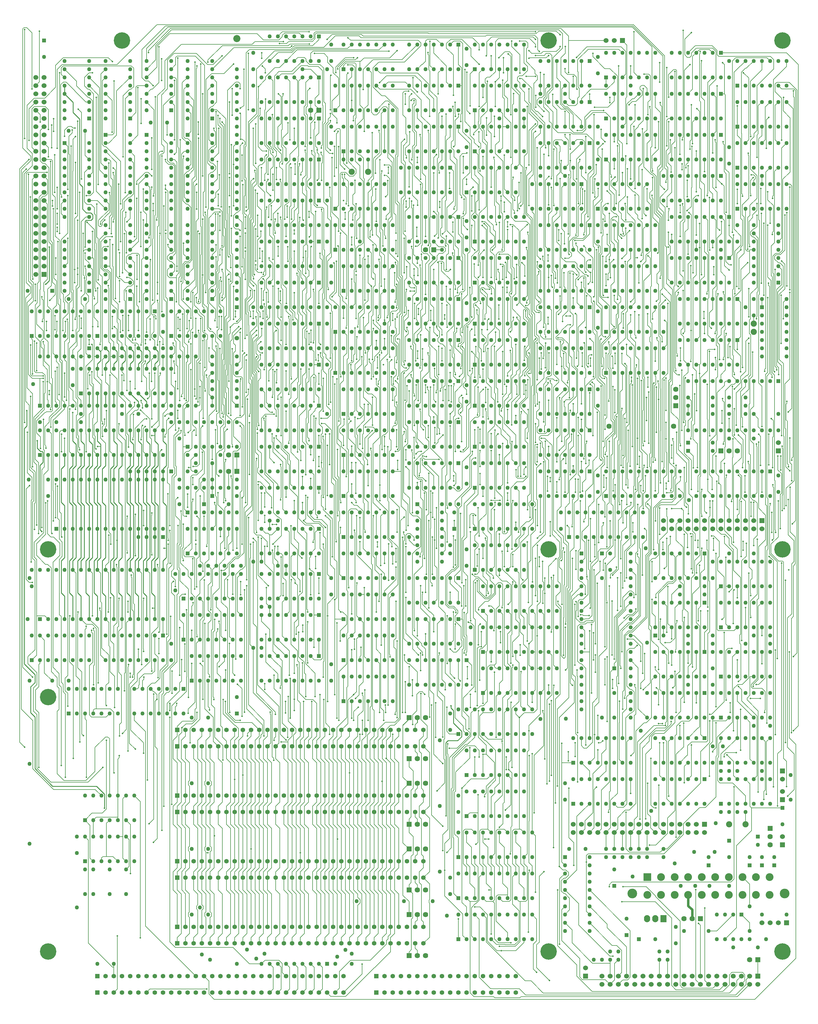
<source format=gbl>
G04*
G04  File:            MAINBOARD-V10.3.3.GBL, Thu Sep 04 23:44:50 2025*
G04  Source:          P-CAD 2006 PCB, Version 19.02.958, (D:\PCAD-2006\Projects\Pentagon-4096\Hardware\MainBoard-v10.3.3.PCB)*
G04  Format:          Gerber Format (RS-274-D), ASCII*
G04*
G04  Format Options:  Absolute Positioning*
G04                   Leading-Zero Suppression*
G04                   Scale Factor 1:1*
G04                   NO Circular Interpolation*
G04                   Inch Units*
G04                   Numeric Format: 4.4 (XXXX.XXXX)*
G04                   G54 NOT Used for Aperture Change*
G04                   Apertures Embedded*
G04*
G04  File Options:    Offset = (0.0mil,0.0mil)*
G04                   Drill Symbol Size = 80.0mil*
G04                   No Pad/Via Holes*
G04*
G04  File Contents:   Pads*
G04                   Vias*
G04                   No Designators*
G04                   No Types*
G04                   No Values*
G04                   No Drill Symbols*
G04                   Bottom*
G04*
%INMAINBOARD-V10.3.3.GBL*%
%ICAS*%
%MOIN*%
G04*
G04  Aperture MACROs for general use --- invoked via D-code assignment *
G04*
G04  General MACRO for flashed round with rotation and/or offset hole *
%AMROTOFFROUND*
1,1,$1,0.0000,0.0000*
1,0,$2,$3,$4*%
G04*
G04  General MACRO for flashed oval (obround) with rotation and/or offset hole *
%AMROTOFFOVAL*
21,1,$1,$2,0.0000,0.0000,$3*
1,1,$4,$5,$6*
1,1,$4,0-$5,0-$6*
1,0,$7,$8,$9*%
G04*
G04  General MACRO for flashed oval (obround) with rotation and no hole *
%AMROTOVALNOHOLE*
21,1,$1,$2,0.0000,0.0000,$3*
1,1,$4,$5,$6*
1,1,$4,0-$5,0-$6*%
G04*
G04  General MACRO for flashed rectangle with rotation and/or offset hole *
%AMROTOFFRECT*
21,1,$1,$2,0.0000,0.0000,$3*
1,0,$4,$5,$6*%
G04*
G04  General MACRO for flashed rectangle with rotation and no hole *
%AMROTRECTNOHOLE*
21,1,$1,$2,0.0000,0.0000,$3*%
G04*
G04  General MACRO for flashed rounded-rectangle *
%AMROUNDRECT*
21,1,$1,$2-$4,0.0000,0.0000,$3*
21,1,$1-$4,$2,0.0000,0.0000,$3*
1,1,$4,$5,$6*
1,1,$4,$7,$8*
1,1,$4,0-$5,0-$6*
1,1,$4,0-$7,0-$8*
1,0,$9,$10,$11*%
G04*
G04  General MACRO for flashed rounded-rectangle with rotation and no hole *
%AMROUNDRECTNOHOLE*
21,1,$1,$2-$4,0.0000,0.0000,$3*
21,1,$1-$4,$2,0.0000,0.0000,$3*
1,1,$4,$5,$6*
1,1,$4,$7,$8*
1,1,$4,0-$5,0-$6*
1,1,$4,0-$7,0-$8*%
G04*
G04  General MACRO for flashed regular polygon *
%AMREGPOLY*
5,1,$1,0.0000,0.0000,$2,$3+$4*
1,0,$5,$6,$7*%
G04*
G04  General MACRO for flashed regular polygon with no hole *
%AMREGPOLYNOHOLE*
5,1,$1,0.0000,0.0000,$2,$3+$4*%
G04*
G04  General MACRO for target *
%AMTARGET*
6,0,0,$1,$2,$3,4,$4,$5,$6*%
G04*
G04  General MACRO for mounting hole *
%AMMTHOLE*
1,1,$1,0,0*
1,0,$2,0,0*
$1=$1-$2*
$1=$1/2*
21,1,$2+$1,$3,0,0,$4*
21,1,$3,$2+$1,0,0,$4*%
G04*
G04*
G04  D10 : "Ellipse X8.0mil Y8.0mil H0.0mil 0.0deg (0.0mil,0.0mil) Draw"*
G04  Disc: OuterDia=0.0080*
%ADD10C, 0.0080*%
G04  D11 : "Ellipse X10.0mil Y10.0mil H0.0mil 0.0deg (0.0mil,0.0mil) Draw"*
G04  Disc: OuterDia=0.0100*
%ADD11C, 0.0100*%
G04  D12 : "Ellipse X15.0mil Y15.0mil H0.0mil 0.0deg (0.0mil,0.0mil) Draw"*
G04  Disc: OuterDia=0.0150*
%ADD12C, 0.0150*%
G04  D13 : "Ellipse X25.0mil Y25.0mil H0.0mil 0.0deg (0.0mil,0.0mil) Draw"*
G04  Disc: OuterDia=0.0250*
%ADD13C, 0.0250*%
G04  D14 : "Ellipse X30.0mil Y30.0mil H0.0mil 0.0deg (0.0mil,0.0mil) Draw"*
G04  Disc: OuterDia=0.0300*
%ADD14C, 0.0300*%
G04  D15 : "Ellipse X40.0mil Y40.0mil H0.0mil 0.0deg (0.0mil,0.0mil) Draw"*
G04  Disc: OuterDia=0.0400*
%ADD15C, 0.0400*%
G04  D16 : "Ellipse X5.0mil Y5.0mil H0.0mil 0.0deg (0.0mil,0.0mil) Draw"*
G04  Disc: OuterDia=0.0050*
%ADD16C, 0.0050*%
G04  D17 : "Ellipse X6.0mil Y6.0mil H0.0mil 0.0deg (0.0mil,0.0mil) Draw"*
G04  Disc: OuterDia=0.0060*
%ADD17C, 0.0060*%
G04  D18 : "Ellipse X9.8mil Y9.8mil H0.0mil 0.0deg (0.0mil,0.0mil) Draw"*
G04  Disc: OuterDia=0.0098*
%ADD18C, 0.0098*%
G04  D19 : "Ellipse X110.0mil Y110.0mil H0.0mil 0.0deg (0.0mil,0.0mil) Flash"*
G04  Disc: OuterDia=0.1100*
%ADD19C, 0.1100*%
G04  D20 : "Ellipse X200.0mil Y200.0mil H0.0mil 0.0deg (0.0mil,0.0mil) Flash"*
G04  Disc: OuterDia=0.2000*
%ADD20C, 0.2000*%
G04  D21 : "Ellipse X215.0mil Y215.0mil H0.0mil 0.0deg (0.0mil,0.0mil) Flash"*
G04  Disc: OuterDia=0.2150*
%ADD21C, 0.2150*%
G04  D22 : "Ellipse X50.0mil Y50.0mil H0.0mil 0.0deg (0.0mil,0.0mil) Flash"*
G04  Disc: OuterDia=0.0500*
%ADD22C, 0.0500*%
G04  D23 : "Ellipse X56.0mil Y56.0mil H0.0mil 0.0deg (0.0mil,0.0mil) Flash"*
G04  Disc: OuterDia=0.0560*
%ADD23C, 0.0560*%
G04  D24 : "Ellipse X60.0mil Y60.0mil H0.0mil 0.0deg (0.0mil,0.0mil) Flash"*
G04  Disc: OuterDia=0.0600*
%ADD24C, 0.0600*%
G04  D25 : "Ellipse X64.0mil Y64.0mil H0.0mil 0.0deg (0.0mil,0.0mil) Flash"*
G04  Disc: OuterDia=0.0640*
%ADD25C, 0.0640*%
G04  D26 : "Ellipse X65.0mil Y65.0mil H0.0mil 0.0deg (0.0mil,0.0mil) Flash"*
G04  Disc: OuterDia=0.0650*
%ADD26C, 0.0650*%
G04  D27 : "Ellipse X71.0mil Y71.0mil H0.0mil 0.0deg (0.0mil,0.0mil) Flash"*
G04  Disc: OuterDia=0.0710*
%ADD27C, 0.0710*%
G04  D28 : "Ellipse X75.0mil Y75.0mil H0.0mil 0.0deg (0.0mil,0.0mil) Flash"*
G04  Disc: OuterDia=0.0750*
%ADD28C, 0.0750*%
G04  D29 : "Ellipse X79.0mil Y79.0mil H0.0mil 0.0deg (0.0mil,0.0mil) Flash"*
G04  Disc: OuterDia=0.0790*
%ADD29C, 0.0790*%
G04  D30 : "Ellipse X90.0mil Y90.0mil H0.0mil 0.0deg (0.0mil,0.0mil) Flash"*
G04  Disc: OuterDia=0.0900*
%ADD30C, 0.0900*%
G04  D31 : "Ellipse X95.0mil Y95.0mil H0.0mil 0.0deg (0.0mil,0.0mil) Flash"*
G04  Disc: OuterDia=0.0950*
%ADD31C, 0.0950*%
G04  D32 : "Oval X75.0mil Y87.0mil H0.0mil 0.0deg (0.0mil,0.0mil) Flash"*
G04  Obround: DimX=0.0750, DimY=0.0870, Rotation=0.0, OffsetX=0.0000, OffsetY=0.0000, HoleDia=0.0000 *
%ADD32O, 0.0750 X0.0870*%
G04  D33 : "Oval X90.0mil Y102.0mil H0.0mil 0.0deg (0.0mil,0.0mil) Flash"*
G04  Obround: DimX=0.0900, DimY=0.1020, Rotation=0.0, OffsetX=0.0000, OffsetY=0.0000, HoleDia=0.0000 *
%ADD33O, 0.0900 X0.1020*%
G04  D34 : "Rectangle X110.0mil Y110.0mil H0.0mil 0.0deg (0.0mil,0.0mil) Flash"*
G04  Square: Side=0.1100, Rotation=0.0, OffsetX=0.0000, OffsetY=0.0000, HoleDia=0.0000*
%ADD34R, 0.1100 X0.1100*%
G04  D35 : "Rectangle X50.0mil Y50.0mil H0.0mil 0.0deg (0.0mil,0.0mil) Flash"*
G04  Square: Side=0.0500, Rotation=0.0, OffsetX=0.0000, OffsetY=0.0000, HoleDia=0.0000*
%ADD35R, 0.0500 X0.0500*%
G04  D36 : "Rectangle X56.0mil Y56.0mil H0.0mil 0.0deg (0.0mil,0.0mil) Flash"*
G04  Square: Side=0.0560, Rotation=0.0, OffsetX=0.0000, OffsetY=0.0000, HoleDia=0.0000*
%ADD36R, 0.0560 X0.0560*%
G04  D37 : "Rectangle X60.0mil Y60.0mil H0.0mil 0.0deg (0.0mil,0.0mil) Flash"*
G04  Square: Side=0.0600, Rotation=0.0, OffsetX=0.0000, OffsetY=0.0000, HoleDia=0.0000*
%ADD37R, 0.0600 X0.0600*%
G04  D38 : "Rectangle X64.0mil Y64.0mil H0.0mil 0.0deg (0.0mil,0.0mil) Flash"*
G04  Square: Side=0.0640, Rotation=0.0, OffsetX=0.0000, OffsetY=0.0000, HoleDia=0.0000*
%ADD38R, 0.0640 X0.0640*%
G04  D39 : "Rectangle X65.0mil Y65.0mil H0.0mil 0.0deg (0.0mil,0.0mil) Flash"*
G04  Square: Side=0.0650, Rotation=0.0, OffsetX=0.0000, OffsetY=0.0000, HoleDia=0.0000*
%ADD39R, 0.0650 X0.0650*%
G04  D40 : "Rectangle X71.0mil Y71.0mil H0.0mil 0.0deg (0.0mil,0.0mil) Flash"*
G04  Square: Side=0.0710, Rotation=0.0, OffsetX=0.0000, OffsetY=0.0000, HoleDia=0.0000*
%ADD40R, 0.0710 X0.0710*%
G04  D41 : "Rectangle X75.0mil Y75.0mil H0.0mil 0.0deg (0.0mil,0.0mil) Flash"*
G04  Square: Side=0.0750, Rotation=0.0, OffsetX=0.0000, OffsetY=0.0000, HoleDia=0.0000*
%ADD41R, 0.0750 X0.0750*%
G04  D42 : "Rectangle X75.0mil Y87.0mil H0.0mil 0.0deg (0.0mil,0.0mil) Flash"*
G04  Rectangular: DimX=0.0750, DimY=0.0870, Rotation=0.0, OffsetX=0.0000, OffsetY=0.0000, HoleDia=0.0000 *
%ADD42R, 0.0750 X0.0870*%
G04  D43 : "Rectangle X79.0mil Y79.0mil H0.0mil 0.0deg (0.0mil,0.0mil) Flash"*
G04  Square: Side=0.0790, Rotation=0.0, OffsetX=0.0000, OffsetY=0.0000, HoleDia=0.0000*
%ADD43R, 0.0790 X0.0790*%
G04  D44 : "Rectangle X90.0mil Y102.0mil H0.0mil 0.0deg (0.0mil,0.0mil) Flash"*
G04  Rectangular: DimX=0.0900, DimY=0.1020, Rotation=0.0, OffsetX=0.0000, OffsetY=0.0000, HoleDia=0.0000 *
%ADD44R, 0.0900 X0.1020*%
G04  D45 : "Rectangle X95.0mil Y95.0mil H0.0mil 0.0deg (0.0mil,0.0mil) Flash"*
G04  Square: Side=0.0950, Rotation=0.0, OffsetX=0.0000, OffsetY=0.0000, HoleDia=0.0000*
%ADD45R, 0.0950 X0.0950*%
G04  D46 : "Ellipse X102.0mil Y102.0mil H0.0mil 0.0deg (0.0mil,0.0mil) Flash"*
G04  Disc: OuterDia=0.1020*
%ADD46C, 0.1020*%
G04  D47 : "Ellipse X118.0mil Y118.0mil H0.0mil 0.0deg (0.0mil,0.0mil) Flash"*
G04  Disc: OuterDia=0.1180*
%ADD47C, 0.1180*%
G04  D48 : "Ellipse X133.0mil Y133.0mil H0.0mil 0.0deg (0.0mil,0.0mil) Flash"*
G04  Disc: OuterDia=0.1330*
%ADD48C, 0.1330*%
G04  D49 : "Ellipse X20.0mil Y20.0mil H0.0mil 0.0deg (0.0mil,0.0mil) Flash"*
G04  Disc: OuterDia=0.0200*
%ADD49C, 0.0200*%
G04  D50 : "Ellipse X35.0mil Y35.0mil H0.0mil 0.0deg (0.0mil,0.0mil) Flash"*
G04  Disc: OuterDia=0.0350*
%ADD50C, 0.0350*%
G04  D51 : "Ellipse X55.0mil Y55.0mil H0.0mil 0.0deg (0.0mil,0.0mil) Flash"*
G04  Disc: OuterDia=0.0550*
%ADD51C, 0.0550*%
G04  D52 : "Ellipse X70.0mil Y70.0mil H0.0mil 0.0deg (0.0mil,0.0mil) Flash"*
G04  Disc: OuterDia=0.0700*
%ADD52C, 0.0700*%
G04  D53 : "Ellipse X87.0mil Y87.0mil H0.0mil 0.0deg (0.0mil,0.0mil) Flash"*
G04  Disc: OuterDia=0.0870*
%ADD53C, 0.0870*%
G04*
%FSLAX44Y44*%
%SFA1B1*%
%OFA0.0000B0.0000*%
G04*
G70*
G90*
G01*
D2*
%LNBottom*%
D10*
X101560Y142440*
Y141560D1*
X101720Y151480D2*
X101360Y151840D1*
Y162880D2*
X101760Y163280D1*
D2*
D11*
X101120Y170240*
X101400Y170520D1*
D2*
D10*
X101280Y173520*
X101720Y173080D1*
X101120Y171240D2*
X101160Y171200D1*
X101880Y186720D2*
X101280Y186120D1*
X101880Y187480D2*
Y186720D1*
X101360Y188000D2*
X101880Y187480D1*
X101520Y201440D2*
X101360Y201280D1*
X100920Y201400D2*
X101360Y201840D1*
X100560Y201880D2*
X101680Y203000D1*
X101920Y202880D2*
X100760Y201720D1*
X101920Y203400D2*
Y202880D1*
X101400Y219080D2*
X101080D1*
X102640Y128840D2*
X104360Y127120D1*
D2*
D11*
X104560Y126640*
X102400Y128800D1*
D2*
D10*
X102160Y128760*
X104680Y126240D1*
X102200Y135800D2*
X102640Y135360D1*
X102880Y135600D2*
X102480Y136000D1*
X103560Y140440D2*
X104500Y139500D1*
D2*
D11*
X102400Y139280*
Y140240D1*
D2*
D10*
X102640Y140480*
Y139040D1*
X102200Y138600*
X102480Y138360D2*
X102880Y138760D1*
X103000Y141600D2*
Y142000D1*
X102880Y141480D2*
X103000Y141600D1*
Y145000D2*
X103560Y144440D1*
X102600Y147400D2*
X103600D1*
X102120Y154400D2*
X102400Y154120D1*
X102600Y154280D2*
X102320Y154560D1*
X103960Y153680D2*
X104400Y153240D1*
X103680Y153680D2*
X103960D1*
X102600Y154760D2*
X103680Y153680D1*
D2*
D11*
X103240Y157680*
X103010Y157910D1*
D2*
D10*
X102320Y156360*
X103480Y157520D1*
X103720Y157320D2*
X102600Y156200D1*
X103960Y157400D2*
X104360Y157000D1*
X104680*
X104400Y157520D2*
X104480Y157440D1*
X102240Y161400D2*
X102120Y161280D1*
X102360Y161080D2*
X102440Y161160D1*
X104600Y162680D2*
X104640Y162640D1*
X102840Y166080D2*
X102440Y166480D1*
X103560Y167560D2*
X103440Y167680D1*
X103560Y165520D2*
Y167560D1*
X103240Y165200D2*
X103560Y165520D1*
X102280Y166120D2*
X102600Y165800D1*
D2*
D11*
X103080Y167440*
X102680Y167840D1*
X103265Y167440D2*
X103080D1*
X103385Y167320D2*
X103265Y167440D1*
X103385Y166095D2*
Y167320D1*
X103010Y165720D2*
X103385Y166095D1*
D2*
D10*
X104000Y165120*
Y167000D1*
X104400Y169600D2*
X104000Y170000D1*
X103080Y169200D2*
X102600Y169680D1*
X103600Y168240D2*
Y170440D1*
X103760Y168080D2*
X103600Y168240D1*
X102440Y171400D2*
X103560Y172520D1*
X104000Y173680D2*
X103920Y173760D1*
X104000Y173000D2*
Y173680D1*
X104800Y171440D2*
X104600Y171240D1*
X104840Y171440D2*
X104800D1*
X103400Y172720D2*
X102280Y171600D1*
X104320Y172760D2*
X104400Y172840D1*
X104320Y172520D2*
Y172760D1*
X104760Y171880D2*
X104800D1*
X104360Y171480D2*
X104760Y171880D1*
X104400Y172280D2*
X104560Y172440D1*
X103800Y172280D2*
X104400D1*
X103680Y172160D2*
X103800Y172280D1*
X103600Y172160D2*
X103680D1*
X102600Y171160D2*
X103600Y172160D1*
X103640Y174560D2*
Y176720D1*
X103560Y174480D2*
X103640Y174560D1*
X103400Y176320D2*
X103000D1*
X102080D2*
X103000D1*
X104160Y174360D2*
Y174840D1*
X104400Y175600D2*
X104160Y175840D1*
X104560Y176280D2*
X104400Y176440D1*
X102520Y177040D2*
X102360Y177200D1*
X103320Y177040D2*
X102520D1*
X103400Y177920D2*
Y179920D1*
X103920Y177400D2*
X103400Y177920D1*
X104160Y177840D2*
X103560Y178440D1*
X104000Y180800D2*
X103560Y181240D1*
X103000Y180840D2*
X102440Y181400D1*
X103400Y182120D2*
X102600Y182920D1*
X103400Y181160D2*
Y182120D1*
X103160Y180920D2*
X103400Y181160D1*
X103160Y180160D2*
Y180920D1*
X103400Y180560D2*
Y180800D1*
X103560Y180400D2*
X103400Y180560D1*
X102440Y185280D2*
X102680Y185520D1*
X102600Y184880D2*
X103000Y185280D1*
X104400Y184680D2*
X103960Y185120D1*
X103400Y183600D2*
Y185880D1*
X103320Y183520D2*
X103400Y183600D1*
X103320Y183280D2*
Y183520D1*
X104880Y187720D2*
X104560Y188040D1*
X104880Y186520D2*
Y187720D1*
X103480Y187960D2*
X103920Y188400D1*
X103480Y186960D2*
Y187960D1*
X103560Y186880D2*
X103480Y186960D1*
X102680Y187880D2*
X102920Y188120D1*
X103000Y187120D2*
X103080Y187200D1*
D2*
D11*
X103720Y187800*
X104160Y188240D1*
D2*
D10*
X102160Y188680*
X102080Y188760D1*
X102160Y188440D2*
Y188680D1*
X102040Y186160D2*
Y187760D1*
X103960Y187200D2*
X104400Y187640D1*
X103240Y186040D2*
Y186280D1*
X104560Y192880D2*
X104320Y193120D1*
X104720Y193160D2*
X104640Y193240D1*
X104400Y192640D2*
X104120Y192920D1*
X102920Y198420D2*
X103500Y199000D1*
X103960Y198840D2*
Y200540D1*
X103640Y198520D2*
X103960Y198840D1*
X103400Y198520D2*
X103640D1*
X103080Y198200D2*
X103400Y198520D1*
X104880Y198400D2*
X104560Y198720D1*
X104400Y203000D2*
X103500D1*
X104560Y202840D2*
X104400Y203000D1*
X103360Y202520D2*
X103040Y202840D1*
X103600Y202520D2*
X103360D1*
X104120Y202000D2*
X103600Y202520D1*
X102080Y203720D2*
Y202240D1*
X104040Y204460D2*
X103500Y205000D1*
X102360Y209480D2*
X102040Y209160D1*
X103640Y209480D2*
X102360D1*
X104040Y209080D2*
X103640Y209480D1*
X103040Y208460D2*
X102500Y209000D1*
X103040Y207560D2*
Y208460D1*
X102960Y212460D2*
X102500Y212000D1*
X103600Y210480D2*
X102320D1*
X104920Y211800D2*
X103600Y210480D1*
X105120Y128160D2*
X105960Y127320D1*
X105360Y136000D2*
X105120Y135760D1*
X107400Y140080D2*
X107880Y139600D1*
X106400Y140120D2*
X106080Y139800D1*
X105600Y139320D2*
X105840Y139080D1*
X106080Y139800D2*
Y138280D1*
X105840Y139080D2*
Y138160D1*
X105360Y138960D2*
X105600Y138720D1*
X105360Y140360D2*
Y138960D1*
X105120Y139880D2*
Y138800D1*
X105360Y138560*
X106600Y141800D2*
X107080Y141320D1*
X105375Y147545D2*
X105600Y147320D1*
X106640Y147160D2*
X106600Y147120D1*
X106640Y147400D2*
Y147160D1*
X107640Y147640D2*
X107600Y147600D1*
X107640Y147880D2*
Y147640D1*
D2*
D11*
X106600Y154100*
X107000Y154500D1*
X105600Y154100D2*
X106000Y154500D1*
X107000Y154100D2*
X107400Y154500D1*
D2*
D10*
X105720Y154625*
X105375Y154280D1*
X105600Y157080D2*
X105680Y157000D1*
X105375Y156760D2*
X105720Y156415D1*
X105160Y159295D2*
X105375Y159080D1*
D2*
D11*
X106600Y161250*
X107000Y160850D1*
X105600Y161250D2*
X106000Y160850D1*
X107400D2*
X107000Y161250D1*
D2*
D10*
X105600Y159880*
X105400Y160080D1*
X107840Y167640D2*
Y167880D1*
D2*
D11*
X107000Y165700*
X106600Y165300D1*
X107000Y167000D2*
Y165700D1*
D2*
D10*
Y167000*
X106600Y167400D1*
D2*
D11*
X106000Y165700*
X105600Y165300D1*
X106000Y167000D2*
Y165700D1*
X107400D2*
X107000Y165300D1*
D2*
D10*
X107760Y169280*
X107600Y169440D1*
Y168960D2*
X107440Y169120D1*
D2*
D11*
X107000Y168700*
X107400Y168300D1*
X107000Y170000D2*
Y168700D1*
D2*
D10*
X105600Y170000*
X106000D1*
X105400Y169800D2*
X105600Y170000D1*
X107400Y173360D2*
X107040Y173720D1*
X107400Y172840D2*
Y173360D1*
X107360Y172800D2*
X107400Y172840D1*
X107360Y172560D2*
Y172800D1*
X107600Y171960D2*
Y173760D1*
X107440Y171800D2*
X107600Y171960D1*
X106640Y172360D2*
Y172600D1*
X106600Y172320D2*
X106640Y172360D1*
X106000Y173440D2*
X105760Y173680D1*
X106000Y173000D2*
Y173440D1*
Y173000D2*
Y172600D1*
X106560Y173000D2*
X107000D1*
X106560D2*
X106400Y172840D1*
X105400Y173560D2*
X105120Y173840D1*
X105400Y172840D2*
Y173560D1*
X107040Y174800D2*
X106600Y175240D1*
X106440Y174920D2*
X106560Y174800D1*
X107400Y178600D2*
X107000Y179000D1*
Y179760*
X106000Y178600D2*
X106240Y178360D1*
X106000Y179000D2*
Y178600D1*
X105760Y178440D2*
X105560Y178640D1*
X105600Y178240D2*
X105400Y178440D1*
X107400Y182280D2*
X107560Y182440D1*
X107400Y180760D2*
Y182280D1*
X107560Y181920D2*
X107800Y182160D1*
X107560Y180320D2*
Y181920D1*
X106000Y180800D2*
X106400Y181200D1*
X106600Y180760D2*
X106440Y180600D1*
X106000Y181880D2*
Y181500D1*
X106120Y182000D2*
X106000Y181880D1*
X106360Y183280D2*
Y183520D1*
X106400Y183240D2*
X106360Y183280D1*
X107320Y183760D2*
Y183520D1*
X107400Y183840D2*
X107320Y183760D1*
X106920Y185840D2*
X106600Y185520D1*
X105400Y185240D2*
X105200Y185440D1*
X106440Y184240D2*
X105800Y183600D1*
X106440Y185480D2*
Y184240D1*
X106080Y185840D2*
X106440Y185480D1*
X106000Y185560D2*
X105880Y185680D1*
X106000Y184500D2*
Y185560D1*
X107000Y184880D2*
X107080Y184960D1*
X107000Y184500D2*
Y184880D1*
X107560Y187240D2*
X107840Y187520D1*
X107600Y187720D2*
X107400Y187520D1*
X106800Y186880D2*
X106920Y186760D1*
X106400Y186480D2*
X106080Y186160D1*
X106440Y186480D2*
X106400D1*
X106640Y186680D2*
X106440Y186480D1*
X105880Y186560D2*
X105600Y186840D1*
X107080Y187040D2*
X107000Y187120D1*
X106000Y190000D2*
X106400Y190400D1*
X105120Y194240D2*
Y194720D1*
X105600Y193240D2*
X106400Y194040D1*
X107240Y195800D2*
X107600Y196160D1*
X105120Y195120D2*
Y196440D1*
X105600Y196400D2*
Y197600D1*
X106000Y196000D2*
X105600Y196400D1*
X105640Y198680D2*
Y198440D1*
X105560Y198760D2*
X105640Y198680D1*
X106560Y203680D2*
X106640Y203600D1*
X107000Y201560D2*
X107040Y201600D1*
X106400Y204600D2*
X106000Y205000D1*
X106960Y206240D2*
X106560Y205840D1*
X106960Y206600D2*
Y206240D1*
X106000Y206560D2*
Y205840D1*
X107280Y206840D2*
X107040D1*
Y205480D2*
X107360Y205800D1*
D2*
D11*
X107040Y208720*
X107840Y207920D1*
D2*
D10*
X106840Y207040*
X106480D1*
X107480Y211960D2*
Y212520D1*
D2*
D11*
X106000Y211000*
Y212000D1*
D2*
D10*
X105880Y212440*
X105560Y212120D1*
X106200Y212440D2*
X105880D1*
X107280Y211360D2*
X106200Y212440D1*
X107280Y211320D2*
Y211360D1*
X105720Y214560D2*
X105120Y213960D1*
X105625Y214185D2*
Y213375D1*
X105840Y214400D2*
X105625Y214185D1*
X110500Y117900D2*
Y117500D1*
X110680Y118080D2*
X110500Y117900D1*
X109120Y117880D2*
X109500Y117500D1*
X108500Y120500D2*
X108920Y120080D1*
X109500Y122500D2*
Y120500D1*
Y122500D2*
X109880Y122880D1*
X108500Y122500D2*
X109120Y121880D1*
D2*
D11*
X110880Y123960*
Y125680D1*
D2*
D10*
X109360Y123360*
X110600D1*
X108880Y127120D2*
X110680Y128920D1*
X108600Y127320D2*
X109720Y128440D1*
X108680Y134680D2*
X108500Y134860D1*
X108120Y133000D2*
X108320Y132800D1*
X109500Y135900D2*
Y135500D1*
X109680Y136080D2*
X109500Y135900D1*
X109680Y136080D2*
X109880D1*
X109280Y135080D2*
X109040Y135320D1*
X109640Y141400D2*
X109560Y141320D1*
X109040D2*
X109440Y141720D1*
X108640Y145880D2*
Y146120D1*
X108500Y145740D2*
X108640Y145880D1*
X109520Y146520D2*
X110120Y145920D1*
X109480Y146520D2*
X109520D1*
X109400Y146360D2*
X109880Y145880D1*
X108640Y146360D2*
X109400D1*
X109560Y145640D2*
X109640Y145560D1*
X109560Y145880D2*
Y145640D1*
X109320Y145400D2*
Y145640D1*
X109440Y145280D2*
X109320Y145400D1*
X110400Y149120D2*
X110560Y148960D1*
X110320Y148080D2*
X110400Y148000D1*
X110320Y148320D2*
Y148080D1*
D2*
D11*
X109600Y154100*
X110000Y154500D1*
X108600Y154100D2*
X109000Y154500D1*
Y154100D2*
X109400Y154500D1*
X110000Y154100D2*
X110400Y154500D1*
X109600Y161250D2*
X110000Y160850D1*
X108600Y161250D2*
X109000Y160850D1*
X109400D2*
X109000Y161250D1*
X110400Y160850D2*
X110000Y161250D1*
Y165700D2*
X109600Y165300D1*
X110000Y167000D2*
Y165700D1*
D2*
D10*
Y167000*
X109600Y167400D1*
D2*
D11*
X109000Y165700*
X108600Y165300D1*
X109400Y165700D2*
X109000Y165300D1*
X110000D2*
X110400Y165700D1*
D2*
D10*
X109760Y167800*
X109840Y167720D1*
D2*
D11*
X109000Y167000*
Y165700D1*
D2*
D10*
X108640Y169520*
X108600Y169560D1*
X109600Y168960D2*
X109440Y169120D1*
D2*
D11*
X109000Y168700*
X109400Y168300D1*
X109000Y170000D2*
Y168700D1*
X110000D2*
Y170000D1*
X110400Y168300D2*
X110000Y168700D1*
D2*
D10*
X110400Y168040*
X110040D1*
X109600Y169440D2*
X109760Y169280D1*
X109600Y170680D2*
Y169440D1*
X110640Y169520D2*
Y169280D1*
X110600Y169560D2*
X110640Y169520D1*
X110600Y170440D2*
Y169560D1*
X110880Y170720D2*
X110600Y170440D1*
X109440Y171440D2*
X109560Y171560D1*
X108120D2*
X108394Y171834D1*
X109000Y171960D2*
X109400Y172360D1*
X110560Y171120D2*
X110640Y171040D1*
X110000Y173000D2*
Y171080D1*
X110400Y175600D2*
X109600Y176400D1*
X109560Y175560D2*
X109360Y175760D1*
X109080Y175640D2*
Y176720D1*
X109400Y175320D2*
X109080Y175640D1*
X110000Y176600D2*
X110560Y176040D1*
X108600Y177800D2*
X109400Y178600D1*
X109600Y179000D2*
X110000D1*
X109000D2*
X108600Y179400D1*
X110600Y179800D2*
X110400Y179600D1*
D2*
D11*
X110000Y178100*
Y177500D1*
X110400Y178500D2*
X110000Y178100D1*
D2*
D10*
X109000Y177120*
Y177500D1*
D2*
D11*
X110400Y179600*
Y178500D1*
D2*
D10*
Y180760*
X110360Y180720D1*
Y180480*
X109400Y180440D2*
X109360Y180480D1*
X109440Y181160D2*
X109600Y181000D1*
X109440Y182640D2*
Y181160D1*
X109000Y180480D2*
Y181040D1*
X109600Y183760D2*
X110080Y183280D1*
X109600Y185160D2*
Y183760D1*
X110040Y185600D2*
X109600Y185160D1*
X109400Y184520D2*
X109440Y184480D1*
X108600Y185360D2*
X108960Y185720D1*
X108040Y185440D2*
X108394Y185085D1*
X109880Y188120D2*
X110400Y187600D1*
X108680Y188760D2*
X108600Y188840D1*
X108680Y188360D2*
Y188760D1*
X108600Y188280D2*
X108680Y188360D1*
X108600Y186720D2*
Y188280D1*
X108960Y186360D2*
X108600Y186720D1*
X108440Y188800D2*
X108290Y188950D1*
X108440Y188560D2*
Y188800D1*
Y186640D2*
X108040Y186240D1*
X108440Y188560D2*
Y186640D1*
X109640Y186280D2*
X109560Y186360D1*
X109640Y186040D2*
Y186280D1*
X109800Y187240D2*
Y187000D1*
X109720Y187320D2*
X109800Y187240D1*
X108520Y190880D2*
Y191600D1*
X109000Y190400D2*
X108520Y190880D1*
X109000Y190000D2*
Y190400D1*
Y190000D2*
X109400Y189600D1*
X108520Y189760D2*
Y190000D1*
X108600Y189680D2*
X108520Y189760D1*
X108280Y191810D2*
X108290Y191800D1*
X109400Y191000D2*
Y191080D1*
X109000Y191000D2*
X109400D1*
X109560Y190920D2*
X109400Y191080D1*
X110440Y189760D2*
X110800Y189400D1*
X110600Y189840D2*
Y191000D1*
X110880Y189560D2*
X110600Y189840D1*
X109800Y192840D2*
X109880Y192760D1*
X110800Y192400D2*
X110600Y192200D1*
X109640Y194480D2*
Y192040D1*
X110120Y193360D2*
X109960Y193520D1*
X110280Y194840D2*
X110440D1*
X108600Y196000D2*
X108040Y195440D1*
X109000Y196000D2*
X108600D1*
X110625Y195345D2*
X110920Y195640D1*
X110400Y195120D2*
Y195440D1*
D2*
D11*
X108640Y195600*
X108520Y195480D1*
X109240Y195600D2*
X108640D1*
X109240D2*
X109440Y195800D1*
D2*
D10*
X108440Y197840*
X108760Y197520D1*
X109240*
X109640Y197120*
Y196400*
X109800Y196240*
D2*
D11*
X108200Y196960*
X108660Y196500D1*
X109220*
X109440Y196280*
Y195800*
D2*
D10*
X109160Y198600*
X108680D1*
X109560Y199000D2*
X109160Y198600D1*
X109000Y202000D2*
X108440Y201440D1*
X108500Y203500D2*
X109000Y203000D1*
X110880Y204560D2*
X110600Y204840D1*
X110120Y210880D2*
X109000Y212000D1*
Y210560D2*
X108880D1*
X109400Y210160D2*
X109000Y210560D1*
Y211560D2*
X109560Y211000D1*
X108840Y211560D2*
X109000D1*
X108440Y211960D2*
X108840Y211560D1*
X109400Y213560D2*
X109000D1*
X112440Y101940D2*
X112000Y101500D1*
Y104600D2*
Y103500D1*
X111840Y104600D2*
X112000D1*
X113500Y116500D2*
X113880Y116880D1*
X111920Y118080D2*
X112500Y117500D1*
X111120Y118080D2*
X111920D1*
X113120Y117880D2*
X113500Y117500D1*
X111120Y122120D2*
X111500Y122500D1*
X113120Y120500D2*
X112500D1*
Y122880D2*
Y122500D1*
X113880Y120120D2*
X113500Y120500D1*
X113120Y125120D2*
X113500Y125500D1*
X112000Y128320D2*
X112040Y128280D1*
X112680Y130120D2*
Y130360D1*
X112500Y129940D2*
X112680Y130120D1*
X113560Y133560D2*
X113080Y133080D1*
X112720Y134160D2*
Y132760D1*
X112960Y134400D2*
X112720Y134160D1*
X111280Y132640D2*
X111500Y132420D1*
Y135500D2*
X111080Y135080D1*
X111600Y136080D2*
X112000Y135680D1*
X111040Y136560D2*
X111120Y136480D1*
X112600Y140520D2*
X112960Y140160D1*
X111560Y140600D2*
X112120Y140040D1*
X113320Y140400D2*
X113400Y140480D1*
X113320Y138280D2*
Y140400D1*
X112440Y138560D2*
X112500Y138500D1*
X111400Y139280D2*
X111040Y138920D1*
X111400Y143760D2*
X111560Y143600D1*
X113800Y141240D2*
X113760Y141200D1*
X113800Y141480D2*
Y141240D1*
X113000Y145920D2*
X112600Y145520D1*
X112000Y146160D2*
Y145000D1*
X112400Y146560D2*
X112000Y146160D1*
X112600Y146120D2*
X112440Y145960D1*
X113760Y149160D2*
Y147880D1*
X112640Y149280D2*
X112600Y149240D1*
X112640Y149520D2*
Y149280D1*
X111360Y148147D2*
Y147880D1*
X111372Y148160D2*
X111360Y148147D1*
D2*
D11*
X112600Y154100*
X113000Y154500D1*
X111600Y154100D2*
X112000Y154500D1*
X112400D2*
X112000Y154100D1*
D2*
D10*
X112360Y153400*
X112400Y153360D1*
X112360Y153640D2*
Y153400D1*
X113640Y155320D2*
X113600Y155360D1*
X113640Y155080D2*
Y155320D1*
X111640Y157360D2*
Y156120D1*
X111400Y157600D2*
X111640Y157360D1*
D2*
D11*
X112600Y161250*
X113000Y160850D1*
X111600Y161250D2*
X112000Y160850D1*
Y161250D2*
X112400Y160850D1*
D2*
D10*
X113640Y159280*
Y159520D1*
X113600Y159240D2*
X113640Y159280D1*
D2*
D11*
X113000Y165700*
X112600Y165300D1*
X113000Y167000D2*
Y165700D1*
X112000D2*
X111600Y165300D1*
X112000Y167000D2*
Y165700D1*
D2*
D10*
Y167000*
X111560Y167440D1*
D2*
D11*
X112400Y165700*
X112000Y165300D1*
D2*
D10*
X113560Y169280*
X113440Y169400D1*
X113000Y168440D2*
X112400Y169040D1*
D2*
D11*
X112000Y168700*
X112400Y168300D1*
X112000Y170000D2*
Y168700D1*
D2*
D10*
X112640Y170560*
Y170800D1*
X112600Y170520D2*
X112640Y170560D1*
X112600Y169600D2*
Y170520D1*
X113400Y168800D2*
X112600Y169600D1*
X113800Y169400D2*
X113600Y169600D1*
X113880Y173640D2*
X113860D1*
X113240Y176880D2*
Y176080D1*
X113000Y174500D2*
Y176720D1*
X112600Y179000D2*
X113000D1*
X111600D2*
X112000D1*
X111600Y177080D2*
Y179000D1*
D2*
D11*
X111400Y178500*
Y179600D1*
X112000Y178100D2*
Y177500D1*
X112400Y178500D2*
X112000Y178100D1*
X112400Y179600D2*
Y178500D1*
X113400D2*
Y179600D1*
X113000Y178100D2*
X113400Y178500D1*
X113000Y177500D2*
Y178100D1*
D2*
D10*
Y177500*
Y177120D1*
X112400Y180680D2*
X112600Y180480D1*
X112400Y182320D2*
Y180680D1*
X112080Y182640D2*
X112400Y182320D1*
X111400Y180760D2*
X111600Y180560D1*
X112000Y180760D2*
X111600Y181160D1*
X113000Y180600D2*
X112560Y181040D1*
X113600Y180240D2*
X113400Y180440D1*
X112560Y183640D2*
X112800Y183400D1*
X112560Y185360D2*
Y183640D1*
X112400Y184720D2*
X111760Y185360D1*
X112400Y183200D2*
Y184720D1*
X112560Y183040D2*
X112400Y183200D1*
X113400Y185760D2*
X113280Y185880D1*
X111360Y187400D2*
X111400Y187360D1*
X111360Y187640D2*
Y187400D1*
X112880Y188480D2*
X113360Y188000D1*
X112640Y188480D2*
X112880D1*
X112360Y188760D2*
X112640Y188480D1*
X113520Y186760D2*
Y187000D1*
X113560Y186720D2*
X113520Y186760D1*
X113840Y188640D2*
X113600D1*
X113920Y188560D2*
X113840Y188640D1*
X113280Y187080D2*
X113760Y187560D1*
X111160Y189400D2*
X111440Y189120D1*
X113560Y191120D2*
X113840Y191400D1*
X113560Y190440D2*
Y191120D1*
X111880Y190000D2*
X111960Y189920D1*
X111600Y189200D2*
X111240Y189560D1*
X111560Y189840D2*
Y190000D1*
X111760Y189640D2*
X111560Y189840D1*
X113560Y194200D2*
X113360Y194400D1*
X111800Y193600D2*
X111040D1*
X113480Y196000D2*
Y196560D1*
X113360Y195880D2*
X113480Y196000D1*
X111880Y196040D2*
X111720Y195880D1*
X113080Y197040D2*
X112840Y196800D1*
X113280Y196840D2*
X113080Y196640D1*
X113280Y197840D2*
Y196840D1*
X111400Y197600D2*
Y196840D1*
X111960Y195640D2*
Y195400D1*
X112040Y195720D2*
X111960Y195640D1*
X111360Y196360D2*
X111560Y196560D1*
X111320Y196360D2*
X111360D1*
X111480Y196040D2*
X111720Y196280D1*
X111640Y200760D2*
X111880Y200520D1*
X111480Y198720D2*
Y198960D1*
X111560Y198640D2*
X111480Y198720D1*
X111720Y199680D2*
X111400Y200000D1*
X111440Y203000D2*
X111640Y202800D1*
X111960Y201960D2*
X112200Y201720D1*
X111960Y201160D2*
X112040Y201080D1*
X111960Y201400D2*
Y201160D1*
X111400Y205000D2*
X112360Y205960D1*
X112040Y206200D2*
X111840Y206000D1*
X111360Y215400D2*
X111840Y214920D1*
X116420Y101920D2*
X116000Y101500D1*
X116320Y122080D2*
X116880Y122640D1*
X115240Y124760D2*
X114500Y125500D1*
X115640Y131920D2*
Y130680D1*
X114500Y134680D2*
X115880Y133300D1*
X114880Y139480D2*
X114080Y138680D1*
X114880Y140320D2*
Y139480D1*
X115720Y140320D2*
X116640D1*
X115120Y139720D2*
X115720Y140320D1*
X115120Y139000D2*
Y139720D1*
X115040Y138920D2*
X115120Y139000D1*
X115040Y138660D2*
Y138920D1*
X114880Y138500D2*
X115040Y138660D1*
X114500Y138500D2*
X114880D1*
X116880Y138120D2*
X116500Y138500D1*
X114320Y140160D2*
Y139920D1*
X114400Y140240D2*
X114320Y140160D1*
X115500Y139500D2*
Y138500D1*
X115680Y139680D2*
X115500Y139500D1*
X115680Y139920D2*
Y139680D1*
X116120Y138680D2*
X116640Y139200D1*
Y140920D2*
Y140680D1*
X115640Y143320D2*
Y143080D1*
X115600Y143360D2*
X115640Y143320D1*
X115000Y142000D2*
Y143320D1*
X115640Y149280D2*
X115600Y149240D1*
X115640Y149520D2*
Y149280D1*
X114400Y148920D2*
X114560Y148760D1*
X114200Y148160D2*
X114400Y147960D1*
X114160Y152120D2*
X114200Y152080D1*
X114160Y152360D2*
Y152120D1*
D2*
D11*
X114600Y154100*
X115000Y154500D1*
X115600Y154100D2*
X116000Y154500D1*
Y154100D2*
X116400Y154500D1*
X115000Y154100D2*
X115400Y154500D1*
D2*
D10*
X114640Y154960*
X114600Y155000D1*
X114640Y154720D2*
Y154960D1*
X116640Y155080D2*
X116600Y155120D1*
X116640Y154840D2*
Y155080D1*
D2*
D11*
X115000Y158000*
Y157000D1*
X116000Y158000D2*
Y157000D1*
X114600Y161250D2*
X115000Y160850D1*
X115600Y161250D2*
X116000Y160850D1*
X116400D2*
X116000Y161250D1*
X115400Y160850D2*
X115000Y161250D1*
D2*
D10*
X114640Y159520*
Y159760D1*
X114600Y159480D2*
X114640Y159520D1*
X116640Y159680D2*
Y159920D1*
X116600Y159640D2*
X116640Y159680D1*
D2*
D11*
X115000Y165700*
X114600Y165300D1*
X115000Y167000D2*
Y165700D1*
D2*
D10*
Y167000*
X114600Y167400D1*
D2*
D11*
X116000Y165700*
X115600Y165300D1*
X116000Y167000D2*
Y165700D1*
D2*
D10*
Y167000*
X115600Y167400D1*
D2*
D11*
X116400Y165700*
X116000Y165300D1*
X115400Y165700D2*
X115000Y165300D1*
D2*
D10*
X114360Y169120*
X114400Y169160D1*
X114360Y168880D2*
Y169120D1*
X115600Y170240D2*
X115840Y170480D1*
X116600Y168920D2*
X116400Y169120D1*
D2*
D11*
X116000Y168700*
X116400Y168300D1*
X116000Y170000D2*
Y168700D1*
X115000D2*
X115400Y168300D1*
X115000Y170000D2*
Y168700D1*
D2*
D10*
X115400Y170480*
X115520Y170600D1*
X115400Y169160D2*
Y170480D1*
X115360Y169120D2*
X115400Y169160D1*
X115360Y168880D2*
Y169120D1*
D2*
D11*
X116000Y173000*
Y173500D1*
D2*
D10*
X115760Y171400*
X116000D1*
X116400Y171360D2*
X115280Y172480D1*
D2*
D11*
X115000Y173000*
Y173500D1*
D2*
D10*
Y172600*
Y173000D1*
X114840Y172440D2*
X115000Y172600D1*
X114600Y172440D2*
X114840D1*
X115360Y173400D2*
Y173640D1*
X115520Y173240D2*
X115360Y173400D1*
X115520Y172720D2*
Y173240D1*
X114560Y172960D2*
Y173400D1*
X116640Y172520D2*
X116600Y172560D1*
X116640Y171400D2*
Y172520D1*
X116000Y176320D2*
X115600Y176720D1*
X116000Y174500D2*
Y176320D1*
X116400Y175000D2*
X116360Y175040D1*
X116400Y174120D2*
Y175000D1*
D2*
D11*
X116000Y178100*
Y177500D1*
X116400Y178500D2*
X116000Y178100D1*
X116400Y179600D2*
Y178500D1*
X114400D2*
Y179600D1*
X115000Y178100D2*
Y177500D1*
X115400Y178500D2*
X115000Y178100D1*
X115400Y179600D2*
Y178500D1*
D2*
D10*
X115840Y178200*
Y178440D1*
X115600Y177960D2*
X115840Y178200D1*
X115600Y178320D2*
X115400Y178120D1*
X114320Y181240D2*
Y181000D1*
X114400Y181320D2*
X114320Y181240D1*
X116600Y181680D2*
X116920Y182000D1*
X116600Y181320D2*
Y181680D1*
X114640Y181280D2*
Y181040D1*
X114560Y181360D2*
X114640Y181280D1*
X114800Y180640D2*
X114320D1*
X115000Y180440D2*
X114800Y180640D1*
X115880Y180560D2*
Y181040D1*
X115360Y180640D2*
X115400Y180680D1*
X115360Y180400D2*
Y180640D1*
X116000Y183600D2*
X116440Y184040D1*
X116600Y184200D2*
X116720Y184080D1*
X116600Y185240D2*
Y184200D1*
X115000Y185080D2*
X114800Y185280D1*
X115000Y184500D2*
Y185080D1*
X114400Y187840D2*
Y188160D1*
X114120Y187560D2*
X114400Y187840D1*
X116000Y187000D2*
X115600Y186600D1*
X114960Y191560D2*
X115160Y191360D1*
X114200Y191560D2*
X114960D1*
X114040Y191400D2*
X114200Y191560D1*
X116480Y190560D2*
Y190800D1*
X116440Y190520D2*
X116480Y190560D1*
X116000Y191000D2*
X115600D1*
X115400Y190800D2*
X115600Y191000D1*
X114800Y193400D2*
X114400Y193000D1*
X116800Y193360D2*
X116760Y193320D1*
X116320Y193720D2*
Y193480D1*
X116400Y193800D2*
X116320Y193720D1*
X116800Y196760D2*
Y197640D1*
X115600Y196720D2*
X116000Y196320D1*
X114800Y200000D2*
Y200360D1*
X116840Y198800D2*
X116920Y198880D1*
X116840Y198560D2*
Y198800D1*
X116000Y200000D2*
X116400Y199600D1*
X116640Y199400D2*
Y199640D1*
X116560Y199320D2*
X116640Y199400D1*
X115880Y201440D2*
X116200D1*
X114120Y211560D2*
X114440Y211880D1*
X114880Y212000D2*
X116000D1*
X114720Y211840D2*
X114880Y212000D1*
X116560Y211560D2*
X116000Y211000D1*
X116720Y211560D2*
X116560D1*
X116240Y212560D2*
X116800Y212000D1*
X115840Y212560D2*
X116240D1*
X114440Y214120D2*
X114160Y214400D1*
X116240Y216280D2*
Y216040D1*
X119520Y107000D2*
X118840Y107680D1*
X118680Y106800D2*
X118700D1*
X119750Y116700D2*
X119250Y116200D1*
X119750D2*
Y115500D1*
X119250Y122000D2*
X119750Y121500D1*
Y124700D2*
X119250Y124200D1*
X119750Y125500D2*
Y124700D1*
Y124200D2*
Y123500D1*
X119250Y130000D2*
X119750Y129500D1*
Y131500D2*
Y130000D1*
X117040Y131480D2*
X117320Y131200D1*
X119750Y132750D2*
X119250Y132250D1*
X119750Y133500D2*
Y132750D1*
Y133500D2*
Y133920D1*
D2*
D11*
X118840Y136720*
Y135880D1*
D2*
D10*
X117280Y137240*
X117040Y137000D1*
X117280Y137240D2*
Y137800D1*
X118500Y136740D2*
Y135500D1*
X119500Y136300D2*
Y135500D1*
X119680Y136480D2*
X119500Y136300D1*
X119680Y136720D2*
Y136480D1*
X117500Y137900D2*
Y135500D1*
X118280Y137840D2*
X118120Y137680D1*
X118280Y137880D2*
Y137840D1*
X117640Y139800D2*
Y140720D1*
X117040Y139200D2*
X117640Y139800D1*
X117880Y140600D2*
Y138280D1*
X118680Y138080D2*
X118480D1*
X118880Y138280D2*
X118680Y138080D1*
X118440Y144720D2*
X118720Y145000D1*
X117520Y145400D2*
X117600Y145480D1*
X118960Y144640D2*
X118600Y144280D1*
X119520Y151760D2*
Y150960D1*
X119040Y152240D2*
X119520Y151760D1*
X119040Y152800D2*
Y152240D1*
Y151360D2*
X119280Y151600D1*
X119040Y150240D2*
Y151360D1*
X119920Y152920D2*
Y150160D1*
X118640Y153800D2*
X118480Y153640D1*
D2*
D11*
X118400Y154500*
Y155640D1*
X118000Y154100D2*
X118400Y154500D1*
D2*
D10*
Y155640*
X118160D1*
X118720Y153160D2*
X119120Y153560D1*
X117360Y153400D2*
X117400Y153360D1*
X117360Y153640D2*
Y153400D1*
X118840Y157560D2*
Y157800D1*
X118880Y157520D2*
X118840Y157560D1*
X118640Y156840D2*
X118600Y156880D1*
X118640Y156600D2*
Y156840D1*
X119840Y156280D2*
X119760Y156200D1*
X119840Y158400D2*
Y156280D1*
D2*
D11*
X118000Y161250*
X118400Y160850D1*
D2*
D10*
X119560Y161560*
Y159560D1*
X119800Y161800D2*
X119560Y161560D1*
X119640Y164520D2*
X119360Y164240D1*
X119120Y164400D2*
X119440Y164720D1*
X118560Y163640D2*
X118840Y163360D1*
D2*
D11*
X118400Y165700*
X118000Y165300D1*
D2*
D10*
X119560Y165680*
X119640Y165600D1*
X119440Y165400D2*
X119360Y165480D1*
X117600Y167400D2*
X117840Y167640D1*
X118640Y165480D2*
X118560Y165400D1*
D2*
D11*
X118000Y168700*
X118400Y168300D1*
X118000Y170000D2*
Y168700D1*
D2*
D10*
X118240Y169440*
X118440Y169640D1*
X118240Y169200D2*
Y169440D1*
X119400Y170840D2*
X118640Y170080D1*
X118000Y172040D2*
X118560Y172600D1*
X118440Y171200D2*
X118720Y171480D1*
X119800D2*
Y172440D1*
X118000Y173000D2*
X118400Y173400D1*
X118520Y172000D2*
X118240Y171720D1*
X119000Y172000D2*
X118520D1*
X117560Y176600D2*
X117680Y176720D1*
X119000Y175600D2*
X119400Y175200D1*
D2*
D11*
X117400Y178500*
Y179600D1*
D2*
D10*
X119600Y177960*
X119800Y177760D1*
X119360Y178200D2*
Y178440D1*
X119400Y178160D2*
X119360Y178200D1*
X117400Y177800D2*
X117600Y178000D1*
X118000Y177500D2*
Y179000D1*
X119000D2*
Y177500D1*
Y179000D2*
X119440Y179440D1*
X119400Y181000D2*
X119600Y180800D1*
X117360Y181000D2*
X117400Y181040D1*
X117360Y180400D2*
Y181000D1*
X118000Y181167D2*
Y180480D1*
X117607Y181560D2*
X118000Y181167D1*
X119240Y180400D2*
Y180640D1*
X119440Y180200D2*
X119240Y180400D1*
X117360Y185600D2*
Y185840D1*
X117400Y185560D2*
X117360Y185600D1*
X117160Y183920D2*
Y183600D1*
X119000Y187000D2*
X119400Y186600D1*
X119640Y188840D2*
Y188615D1*
X118825D2*
X119640D1*
X118560Y188880D2*
X118825Y188615D1*
X118560Y186040D2*
X118360Y186240D1*
X117360Y188040D2*
Y186640D1*
X119000Y190000D2*
X118560Y189560D1*
X119000Y191000D2*
X119560Y191560D1*
X119120D2*
X119400Y191840D1*
X118920Y191560D2*
X119120D1*
X118560Y191200D2*
X118920Y191560D1*
X118560Y190880D2*
Y191200D1*
X118880Y190560D2*
X118560Y190880D1*
X119040Y190560D2*
X118880D1*
X119440Y190160D2*
X119040Y190560D1*
X119440Y189440D2*
Y190160D1*
X119720Y190000D2*
Y189400D1*
X117640Y193760D2*
X117607Y193727D1*
X117640Y194000D2*
Y193760D1*
X118600Y192400D2*
Y192640D1*
Y193400D2*
X119000Y193000D1*
X117360Y194800D2*
X117480Y194920D1*
X117240Y195880D2*
Y195640D1*
X117320Y195960D2*
X117240Y195880D1*
X118320Y199400D2*
Y199880D1*
Y199400D2*
X118600Y199120D1*
X118880Y202560D2*
X118560Y202880D1*
X119280Y202560D2*
X118880D1*
X119560Y202280D2*
X119280Y202560D1*
X117960Y203680D2*
X118160Y203880D1*
X117800Y203680D2*
X117960D1*
X117640Y203520D2*
X117800Y203680D1*
X118320Y202760D2*
Y203000D1*
X118680Y202400D2*
X118320Y202760D1*
X119200Y202400D2*
X118680D1*
X119400Y202200D2*
X119200Y202400D1*
X119400Y203000D2*
X119720Y202680D1*
X119000Y203000D2*
X119400D1*
Y203640D2*
X119640Y203880D1*
X118560Y204920D2*
X118040Y205440D1*
X118160Y204560D2*
X117840Y204880D1*
X118520Y206260D2*
Y206000D1*
X118500Y206280D2*
X118520Y206260D1*
X119400Y210840D2*
Y212640D1*
X119120Y210560D2*
X119400Y210840D1*
X119000Y210560D2*
X119120D1*
X117840Y210880D2*
X118560Y211600D1*
X118240Y211680D2*
X117320Y210760D1*
X118560Y215120D2*
X119360Y215920D1*
X119560Y214560D2*
X119000Y214000D1*
X119560Y215440D2*
Y214560D1*
X119720Y215600D2*
X119560Y215440D1*
X117120Y216880D2*
X119040Y218800D1*
X118800Y218320D2*
X117280Y216800D1*
X121250Y108700D2*
X120750Y108200D1*
X121250Y110650D2*
Y108700D1*
X121100Y110800D2*
X121250Y110650D1*
X122250Y108700D2*
X121750Y108200D1*
X121200Y111300D2*
X121100Y111200D1*
X121200Y113550D2*
Y111300D1*
X122100Y111700D2*
X122250Y111550D1*
X122100Y112050D2*
Y111700D1*
X122250Y112200D2*
X122100Y112050D1*
X122250Y113500D2*
Y112200D1*
X122900Y111700D2*
X122750Y111550D1*
X122900Y112050D2*
Y111700D1*
X122750Y112200D2*
X122900Y112050D1*
X122750Y113500D2*
Y112200D1*
X120750Y116700D2*
X120300Y116250D1*
X120750Y116200D2*
Y115500D1*
X121250Y116700D2*
X120750Y116200D1*
X121750D2*
Y115500D1*
X122250Y116700D2*
X121750Y116200D1*
X122750Y115500D2*
Y116200D1*
Y116700D2*
X122250Y116200D1*
X121100Y118800D2*
X121250Y118650D1*
X121100Y119200D2*
Y118800D1*
X121250Y119350D2*
X121100Y119200D1*
X120300Y122000D2*
X120750Y121550D1*
Y122000D2*
X121250Y121500D1*
X121750Y122000D2*
X122250Y121500D1*
Y122000D2*
X122750Y121500D1*
X120750Y124700D2*
X120300Y124250D1*
X120750Y125500D2*
Y124700D1*
Y124200D2*
Y123500D1*
X121250Y124700D2*
X120750Y124200D1*
X121750D2*
Y123500D1*
X122250Y124700D2*
X121750Y124200D1*
X122750Y123500D2*
Y124200D1*
Y124700D2*
X122250Y124200D1*
X122750Y125500D2*
Y124700D1*
X121100Y126800D2*
X121250Y126650D1*
X121100Y127200D2*
Y126800D1*
X121250Y127350D2*
X121100Y127200D1*
X120250Y130000D2*
X120750Y129500D1*
Y130000D2*
X121250Y129500D1*
X120750Y131500D2*
Y130000D1*
X121750D2*
X122250Y129500D1*
X121750Y131500D2*
Y130000D1*
X122750D2*
Y131500D1*
Y129500D2*
X122250Y130000D1*
X120750Y132750D2*
X120250Y132250D1*
X120750Y133500D2*
Y132750D1*
X121640Y134560D2*
X121920Y134840D1*
X120390Y134560D2*
X121640D1*
Y134000D2*
X121320Y133680D1*
X121700Y134000D2*
X121640D1*
X122500Y134800D2*
X121700Y134000D1*
X120320Y133200D2*
Y133760D1*
X121560Y134240D2*
X122160Y134840D1*
X120800Y134240D2*
X121560D1*
X120320Y133760D2*
X120800Y134240D1*
X122750Y132750D2*
Y133500D1*
X122250Y132250D2*
X122750Y132750D1*
X121920Y136000D2*
X122080Y136160D1*
X120080Y137440D2*
X120120D1*
X121080Y136040D2*
X121920Y136880D1*
X121080Y135520D2*
Y136040D1*
X120880Y139920D2*
X120920Y139960D1*
X120880Y138200D2*
Y139920D1*
X120040Y139240D2*
Y138280D1*
X120280Y139480D2*
X120040Y139240D1*
X121105Y139120D2*
X121120Y139105D1*
X122880Y141280D2*
X122560Y141600D1*
X121520Y141360D2*
X121500Y141340D1*
X121520Y141600D2*
Y141360D1*
X121500Y145380D2*
Y144500D1*
X121520Y145400D2*
X121500Y145380D1*
X121520Y145640D2*
Y145400D1*
X122080Y144080D2*
X122500Y144500D1*
Y146840*
X122160Y145120D2*
X122120Y145160D1*
X122160Y144880D2*
Y145120D1*
X120500Y146460D2*
Y144500D1*
X120040Y146920D2*
X120500Y146460D1*
X121500Y148580D2*
Y147500D1*
X121680Y148760D2*
X121500Y148580D1*
X121680Y149000D2*
Y148760D1*
X122880Y149120D2*
X122500Y149500D1*
X122880Y147220D2*
Y149120D1*
X120880Y147880D2*
Y148120D1*
X120920Y147840D2*
X120880Y147880D1*
X121080Y152240D2*
Y152920D1*
X121440Y151880D2*
X121080Y152240D1*
X121440Y150160D2*
Y151880D1*
X122520Y150120D2*
Y151680D1*
X121640Y152640D2*
X121500Y152500D1*
X120720Y150040D2*
X120360D1*
X120080Y151680D2*
X121105Y150655D1*
X122880Y153760D2*
X122560Y154080D1*
X120160Y155800D2*
X120240Y155880D1*
X120160Y153840D2*
Y155800D1*
X120480Y154360D2*
Y154120D1*
X120360Y154480D2*
X120480Y154360D1*
X120360Y155600D2*
Y154480D1*
X120480Y155720D2*
X120360Y155600D1*
X121560Y155560D2*
X121000Y155000D1*
X122400Y154600D2*
X122120Y154320D1*
X120560Y154760D2*
Y155440D1*
X120720Y154600D2*
X120560Y154760D1*
X121720Y154600D2*
X120720D1*
X121880Y154440D2*
X121720Y154600D1*
X122000Y156600D2*
Y158000D1*
X120200Y159920D2*
Y160160D1*
X120240Y159880D2*
X120200Y159920D1*
X120600Y160400D2*
X121000Y160000D1*
X121640Y161360D2*
X121560Y161280D1*
X121640Y161600D2*
Y161360D1*
X122160Y159520D2*
X122400Y159280D1*
X120600Y159520D2*
X120440Y159680D1*
X120840Y159520D2*
X120600D1*
X121640Y163400D2*
Y164240D1*
X122400Y162840D2*
X122000Y162440D1*
X122400Y164080D2*
Y162840D1*
X122600Y163600D2*
Y162840D1*
X121600Y164560D2*
X122120D1*
X121400Y164360D2*
X121600Y164560D1*
X121160Y165480D2*
X121400D1*
Y165200D2*
Y165480D1*
Y166400D2*
X122000Y167000D1*
X121400Y165480D2*
Y166400D1*
X122160Y165600D2*
X121680D1*
X122440Y165880D2*
X122160Y165600D1*
X120880Y167440D2*
X120600Y167160D1*
X121160Y167440D2*
X120880D1*
X121560Y167840D2*
X121160Y167440D1*
X122800Y165240D2*
Y167320D1*
X121080Y169720D2*
X121400Y170040D1*
X122040Y170265D2*
Y169400D1*
X121625Y170680D2*
X122040Y170265D1*
X120200Y169720D2*
X120040Y169560D1*
X120200Y169960D2*
Y169720D1*
X122840Y170520D2*
X122600Y170280D1*
X121800Y170040D2*
X121560Y169800D1*
X120680Y169640D2*
X120600Y169720D1*
X120680Y169400D2*
Y169640D1*
X122760Y172520D2*
X122440Y172200D1*
X122120Y173920D2*
X122040Y173840D1*
X122400Y173000D2*
X122000D1*
X122520Y173120D2*
X122400Y173000D1*
X120600Y172600D2*
X121000Y173000D1*
X120840Y173400D2*
X120440Y173000D1*
X120960Y173400D2*
X120840D1*
X121160Y173600D2*
X120960Y173400D1*
X122520Y176160D2*
X122760Y175920D1*
X120280Y174360D2*
X120400Y174480D1*
X120280Y174120D2*
Y174360D1*
X122920Y176640D2*
X122880Y176680D1*
X121880Y175040D2*
Y174160D1*
X120400Y179560D2*
X120080Y179880D1*
X122400Y178760D2*
X122120Y178480D1*
X122600Y178560D2*
X122280Y178240D1*
X121400D2*
X121160Y178000D1*
X121880Y178880D2*
X122000Y179000D1*
X121000Y178400D2*
X120840Y178240D1*
X121000Y179000D2*
Y178400D1*
X121375Y182160D2*
X121640Y182425D1*
X121375Y181215D2*
Y182160D1*
X121160Y181000D2*
X121375Y181215D1*
X121160Y180760D2*
Y181000D1*
X121600Y181680D2*
X121625Y181655D1*
X121600Y181920D2*
Y181680D1*
X122360Y181920D2*
X122400Y181880D1*
X122360Y182160D2*
Y181920D1*
X120600Y180080D2*
X120400Y180280D1*
X121000Y181960D2*
Y181500D1*
X121200Y182160D2*
X121000Y181960D1*
Y180320D2*
X120625Y180695D1*
X121600Y185000D2*
X121640Y185040D1*
X121600Y183920D2*
Y185000D1*
X121640Y183880D2*
X121600Y183920D1*
X122360Y185680D2*
Y185920D1*
X122620Y183880D2*
X122000Y184500D1*
X122680Y183880D2*
X122620D1*
X122840Y183720D2*
X122680Y183880D1*
X122440Y185440D2*
X122600Y185600D1*
X122240Y185440D2*
X122440D1*
X122080Y185600D2*
X122240Y185440D1*
X121400Y184760D2*
Y183680D1*
X120240Y185920D2*
X121400Y184760D1*
X121000Y184120D2*
Y184500D1*
X120960Y184080D2*
X121000Y184120D1*
X122840Y184080D2*
X122880D1*
X122440Y184480D2*
X122840Y184080D1*
X122440Y184640D2*
Y184480D1*
X121840Y185240D2*
X122440Y184640D1*
X122840Y188680D2*
X122800Y188640D1*
X122840Y188920D2*
Y188680D1*
X121000Y188000D2*
X120600Y188400D1*
X120200Y188480D2*
Y188120D1*
X120280Y188560D2*
X120200Y188480D1*
X121400Y186880D2*
X122040Y187520D1*
X120440Y188000D2*
X120240Y187800D1*
X121000Y187560D2*
X120480Y187040D1*
X121120Y187560D2*
X121000D1*
X121880Y188320D2*
X121120Y187560D1*
X122200Y186760D2*
X121840Y186400D1*
X121200Y190400D2*
X121560Y190760D1*
X120800Y190400D2*
X121200D1*
X120600Y190200D2*
X120800Y190400D1*
X120520Y191480D2*
X121000Y191000D1*
X122600Y191360D2*
X122680Y191440D1*
X120720Y190560D2*
X120440Y190280D1*
X121120Y190560D2*
X120720D1*
X121400Y190840D2*
X121120Y190560D1*
X122680Y194800D2*
X122600Y194880D1*
X122280Y194280D2*
X122200Y194200D1*
X122040Y195480D2*
X122360Y195800D1*
X121000Y197560D2*
X121400Y197160D1*
X120840Y197560D2*
X121000D1*
X121720Y200200D2*
X122080Y200560D1*
X121560D2*
X121920Y200920D1*
X122120Y200000D2*
X121880Y199760D1*
X120520Y203160D2*
X120440Y203080D1*
X120520Y203400D2*
Y203160D1*
X121000Y202000D2*
X121400Y202400D1*
X121000Y201560D2*
X120600Y201160D1*
X121120Y201560D2*
X121000D1*
X121600Y202040D2*
X121120Y201560D1*
X121400Y206400D2*
X121000Y206000D1*
X120360Y205640D2*
X121000Y205000D1*
X120720Y205560D2*
X120560Y205720D1*
X121000Y205560D2*
X120720D1*
X121400Y205160D2*
X121000Y205560D1*
Y209000D2*
X121400Y208600D1*
X120560Y211560D2*
X121000Y212000D1*
X121760Y210240D2*
X121000Y211000D1*
X122160Y214160D2*
Y214400D1*
X122080Y214080D2*
X122160Y214160D1*
X124240Y100680D2*
X123600Y101320D1*
X125250Y108700D2*
X124750Y108200D1*
X123750Y110650D2*
Y109500D1*
X123900Y110800D2*
X123750Y110650D1*
X123250D2*
Y108700D1*
X123100Y110800D2*
X123250Y110650D1*
X124250Y108700D2*
X123750Y108200D1*
Y111350D2*
X123900Y111200D1*
X123750Y113500D2*
Y111350D1*
X123250D2*
X123100Y111200D1*
X123250Y113500D2*
Y111350D1*
X124750Y116200D2*
Y115500D1*
X125250Y116700D2*
X124750Y116200D1*
X125750D2*
Y115500D1*
X123750Y116700D2*
X123250Y116200D1*
X123750D2*
X124250Y116700D1*
X123750Y115500D2*
Y116200D1*
Y118650D2*
Y117500D1*
X123900Y118800D2*
X123750Y118650D1*
X123900Y119200D2*
Y118800D1*
X123750Y119350D2*
X123900Y119200D1*
X123250Y118650D2*
Y118520D1*
X123100Y118800D2*
X123250Y118650D1*
X123100Y119200D2*
Y118800D1*
X123200Y119300D2*
X123100Y119200D1*
X123250Y118520D2*
X123480D1*
X124750Y122000D2*
X125250Y121500D1*
X123250Y122000D2*
X123750Y121500D1*
Y122000D2*
X124250Y121500D1*
Y120600*
X124280*
X124750Y124200D2*
Y123500D1*
X125250Y124700D2*
X124750Y124200D1*
X125750D2*
Y123500D1*
X123750Y124700D2*
X123250Y124200D1*
X123750Y125500D2*
Y124700D1*
Y124200D2*
X124250Y124700D1*
X123750Y123500D2*
Y124200D1*
X123900Y126800D2*
X123750Y126650D1*
X123900Y127200D2*
Y126800D1*
X123750Y127350D2*
X123900Y127200D1*
X123100D2*
X123200Y127300D1*
X123100Y126800D2*
Y127200D1*
X123250Y126650D2*
X123100Y126800D1*
X124750Y130000D2*
X125250Y129500D1*
X124750Y131500D2*
Y130000D1*
X125750Y131500D2*
Y130000D1*
X123250D2*
X123750Y129500D1*
X125320Y129840D2*
Y131600D1*
X123750Y130000D2*
Y131500D1*
X124250Y129500D2*
X123750Y130000D1*
X125240Y133800D2*
X125040Y134000D1*
X125240Y132630D2*
Y133800D1*
X125750Y132120D2*
X125240Y132630D1*
X123750Y132750D2*
X123250Y132250D1*
X123750Y133500D2*
Y132750D1*
X125600Y135600D2*
Y136960D1*
X124160Y135040D2*
X123120Y136080D1*
X125360Y135480D2*
Y137200D1*
X124200Y137440D2*
X124120Y137520D1*
X124200Y137200D2*
Y137440D1*
X123680Y136160D2*
X123500Y136340D1*
X123680Y135920D2*
Y136160D1*
X124320D2*
X123920Y136560D1*
X125040Y139960D2*
X124600Y140400D1*
X125640Y139640D2*
X125500Y139500D1*
X125640Y140800D2*
Y139640D1*
X123680Y140200D2*
X123500Y140380D1*
X123680Y139960D2*
Y140200D1*
X124600Y141600D2*
X124920Y141920D1*
X125500Y141860D2*
Y142500D1*
X124840Y141200D2*
X125500Y141860D1*
X124680Y145560D2*
Y145800D1*
X124500Y145380D2*
X124680Y145560D1*
X124500Y144500D2*
Y145380D1*
X125500Y144500D2*
X125080Y144920D1*
X124840Y146480D2*
Y146720D1*
X124920Y146400D2*
X124840Y146480D1*
X124120Y145400D2*
X124320Y145600D1*
X123500Y146500D2*
Y144500D1*
X123880Y146880D2*
X123500Y146500D1*
X123920Y145640D2*
X124080Y145800D1*
X125640Y147360D2*
X125500Y147500D1*
X124500Y148460D2*
Y149500D1*
X125080Y147880D2*
X124500Y148460D1*
X125125Y149080D2*
X125880Y148325D1*
X123840Y148360D2*
Y148120D1*
X123880Y148400D2*
X123840Y148360D1*
X123500Y148080D2*
X123880Y147700D1*
X123500Y149500D2*
Y148080D1*
X125125Y152920D2*
X125480D1*
X124040Y151080D2*
X123880Y150920D1*
X123500Y151120D2*
X123880Y151500D1*
X125880Y153320D2*
Y153680D1*
X124500Y153500D2*
X124040Y153040D1*
X124500Y154160D2*
X124560Y154220D1*
X124500Y153500D2*
Y154160D1*
X123880Y153120D2*
X123500Y153500D1*
X125560Y155280D2*
X125800Y155520D1*
X125560Y154360D2*
Y155280D1*
X124880Y153680D2*
X125560Y154360D1*
X123120Y153800D2*
X123600Y154280D1*
X123360Y156120D2*
X123400Y156160D1*
X124400Y158400D2*
X124000Y158000D1*
X125400Y156560D2*
X125000Y156160D1*
Y157080D2*
Y158000D1*
X124320Y160960D2*
X124400Y160880D1*
X124320Y161200D2*
Y160960D1*
X125640Y161680D2*
Y161440D1*
X125560Y161760D2*
X125640Y161680D1*
X124720Y160920D2*
X125400Y160240D1*
X124000Y163000D2*
Y164000D1*
X124560Y164680D2*
X124800Y164440D1*
X125560Y167480D2*
X125400Y167320D1*
X125640Y166200D2*
X125560Y166120D1*
X125640Y166440D2*
Y166200D1*
X124960Y167560D2*
X124560Y167160D1*
X125120Y167560D2*
X124960D1*
X125400Y167840D2*
X125120Y167560D1*
X124640Y170520D2*
X124560Y170600D1*
X124640Y168400D2*
Y170520D1*
X125840Y170120D2*
X125560Y169840D1*
X125600Y170480D2*
X125400Y170280D1*
X125000Y170320D2*
X125400Y170720D1*
X125440Y173040D2*
X125320Y173160D1*
X125440Y171960D2*
Y173040D1*
X125360Y171880D2*
X125440Y171960D1*
X125360Y171640D2*
Y171880D1*
X124560Y171960D2*
X124800Y172200D1*
X125200Y172320D2*
Y172080D1*
X125160Y172360D2*
X125200Y172320D1*
X123600Y171760D2*
X124400Y172560D1*
X125400Y171160D2*
X124960Y171600D1*
X123600Y174400D2*
Y176600D1*
X123320Y176480D2*
Y176720D1*
X123400Y176400D2*
X123320Y176480D1*
X125800Y176680D2*
X125880Y176760D1*
X125800Y175280D2*
Y176680D1*
X123160Y175040D2*
X123080Y175120D1*
X123160Y174800D2*
Y175040D1*
X124800Y176040D2*
X124720Y176120D1*
X125640Y174640D2*
X125760Y174520D1*
X125320Y178600D2*
X125400Y178680D1*
X123080Y177120D2*
X123360Y177400D1*
X125200Y179320D2*
X125160Y179280D1*
X125720Y177400D2*
X125640Y177320D1*
X123600Y178400D2*
X124000Y178000D1*
X125560Y178040D2*
X125480Y177960D1*
X124400Y179520D2*
X124000Y179920D1*
X124480Y180040D2*
Y180280D1*
X123440Y181600D2*
X123160Y181880D1*
X123440Y181120D2*
Y181600D1*
X123360Y181040D2*
X123440Y181120D1*
X123720Y182080D2*
X123400Y182400D1*
X124000Y182080D2*
X123720D1*
X124400Y181680D2*
X124000Y182080D1*
X124400Y180840D2*
Y181680D1*
X124720Y180520D2*
X124400Y180840D1*
X124600Y181320D2*
X125200Y180720D1*
X124600Y182120D2*
Y181320D1*
X124840Y182360D2*
X124600Y182120D1*
X123560Y182560D2*
X123800Y182320D1*
X125400Y184960D2*
X124960Y185400D1*
X125760Y184000D2*
X125560Y183800D1*
X124360Y183600D2*
Y183360D1*
X124400Y183640D2*
X124360Y183600D1*
X124400Y184760D2*
Y183640D1*
X123600Y185560D2*
X124400Y184760D1*
X125000Y184920D2*
Y184500D1*
X124800Y185120D2*
X125000Y184920D1*
X123440Y185480D2*
X123560Y185360D1*
X123200Y187040D2*
X123240Y187080D1*
X123200Y186800D2*
Y187040D1*
X125120Y186800D2*
Y188160D1*
X124960Y186640D2*
X125120Y186800D1*
X124000Y188000D2*
X123600Y188400D1*
X125200Y186400D2*
Y186160D1*
X125360Y186560D2*
X125200Y186400D1*
X124720Y187280D2*
X124600Y187160D1*
X123960Y187520D2*
X123600Y187160D1*
X124080Y187520D2*
X123960D1*
X124400Y187840D2*
X124080Y187520D1*
X124880Y187080D2*
X124800Y187000D1*
X124880Y188240D2*
Y187080D1*
X125040Y188400D2*
X124880Y188240D1*
X125040Y188640D2*
Y188400D1*
X124400Y187280D2*
Y186400D1*
X124560Y187440D2*
X124400Y187280D1*
X124000Y191400D2*
Y191000D1*
X124480Y191880D2*
X124000Y191400D1*
X125200Y189360D2*
X125360Y189200D1*
X125200Y189600D2*
Y189360D1*
X124840Y189240D2*
X124720Y189120D1*
X124840Y190000D2*
Y189240D1*
X125200Y190360D2*
X124840Y190000D1*
X124480Y189600D2*
X124400Y189520D1*
X124480Y191120D2*
Y189600D1*
X124640Y189400D2*
X124560Y189320D1*
X124640Y190600D2*
Y189400D1*
X124720Y190680D2*
X124640Y190600D1*
X124400Y194400D2*
X124000Y194000D1*
X125440Y193640D2*
X125360Y193720D1*
X125440Y192400D2*
Y193640D1*
X125280Y192240D2*
X125440Y192400D1*
X125120Y192240D2*
X125280D1*
X124960Y192080D2*
X125120Y192240D1*
X125600Y194600D2*
X125520Y194680D1*
X123160Y196320D2*
Y196560D1*
X123240Y196240D2*
X123160Y196320D1*
X125760Y195560D2*
X125680Y195640D1*
X124320Y196600D2*
X124960D1*
X123600Y195880D2*
X124320Y196600D1*
X125880Y196440D2*
X125920Y196400D1*
X124880Y197000D2*
X124000D1*
X125200Y196680D2*
X124880Y197000D1*
X123560D2*
X123440Y196880D1*
X124000Y200000D2*
X124640Y200640D1*
X124440Y198960D2*
Y198440D1*
X124880Y199400D2*
X124440Y198960D1*
X124000Y203000D2*
X124800Y203800D1*
X123440Y202560D2*
X124000Y202000D1*
X123880Y201440D2*
X123560Y201120D1*
X124040Y201440D2*
X123880D1*
X124440Y201840D2*
X124040Y201440D1*
X124440Y202160D2*
Y201840D1*
X124040Y202560D2*
X124440Y202160D1*
X123880Y202560D2*
X124040D1*
X123600Y202840D2*
X123880Y202560D1*
X124560Y206800D2*
X124480Y206880D1*
X124560Y204560D2*
Y206800D1*
X124000Y205000D2*
X123600Y205400D1*
X124000Y204560D2*
X123600Y204160D1*
X124120Y204560D2*
X124000D1*
X124400Y204840D2*
X124120Y204560D1*
X124400Y206360D2*
Y204840D1*
X124200Y206560D2*
X124400Y206360D1*
X124200Y206800D2*
Y206560D1*
X124720Y207240D2*
Y208360D1*
X124080Y209080D2*
X124000Y209000D1*
X124560Y209080D2*
X124080D1*
X125680Y207960D2*
X124560Y209080D1*
X124960Y207440D2*
Y208000D1*
X125360Y207040D2*
X124960Y207440D1*
X125520Y207240D2*
X125200Y207560D1*
X123880Y209440D2*
X124000D1*
X123600Y209160D2*
X123880Y209440D1*
X124000Y212000D2*
X123440Y211440D1*
X124120Y214560D2*
X125200Y215640D1*
X123440Y214560D2*
X124120D1*
X123480Y214880D2*
Y215120D1*
X125445Y213485D2*
X123960D1*
X127250Y108700D2*
X126750Y108200D1*
X128250Y108700D2*
X127750Y108200D1*
Y116700D2*
X127250Y116200D1*
X128750Y116700D2*
X128250Y116200D1*
X126750Y116700D2*
X126250Y116200D1*
X126750D2*
Y115500D1*
X127250Y116700D2*
X126750Y116200D1*
X128750D2*
Y115500D1*
X127750Y116200D2*
Y115500D1*
X128250Y116700D2*
X127750Y116200D1*
X128750Y119000D2*
Y117500D1*
Y119000D2*
X128760D1*
X127250Y122000D2*
X127750Y121500D1*
X128250Y122000D2*
X128750Y121500D1*
X126250Y122000D2*
X126750Y121500D1*
Y122000D2*
X127250Y121500D1*
X127750Y122000D2*
X128250Y121500D1*
X127750Y124700D2*
X127250Y124200D1*
X127750Y125500D2*
Y124700D1*
X128750D2*
X128250Y124200D1*
X128750Y125500D2*
Y124700D1*
X126750D2*
X126250Y124200D1*
X126750Y125500D2*
Y124700D1*
Y124200D2*
Y123500D1*
X127250Y124700D2*
X126750Y124200D1*
X128750D2*
Y123500D1*
X127750Y124200D2*
Y123500D1*
X128250Y124700D2*
X127750Y124200D1*
X126750Y127480D2*
X126760D1*
X127250Y130000D2*
X127750Y129500D1*
X128250Y130000D2*
X128750Y129500D1*
X126750D2*
X126250Y130000D1*
X126750D2*
X127250Y129500D1*
X126750Y131500D2*
Y130000D1*
X128750Y131500D2*
Y130000D1*
X127750D2*
X128250Y129500D1*
X127750Y131500D2*
Y130000D1*
Y132750D2*
X127250Y132250D1*
X127750Y133500D2*
Y132750D1*
X128320Y133070D2*
Y132760D1*
X128750Y133500D2*
X128320Y133070D1*
X128750Y132750D2*
X128250Y132250D1*
X128750Y133500D2*
Y132750D1*
X128850Y134400D2*
X126800D1*
X126750Y132750D2*
Y133500D1*
X126250Y132250D2*
X126750Y132750D1*
X126800Y134080D2*
X126760D1*
X127200Y133680D2*
X126800Y134080D1*
X127200Y132690D2*
Y133680D1*
X126750Y132240D2*
X127200Y132690D1*
X126800Y134680D2*
X127400D1*
X126160Y135880D2*
Y135640D1*
X126120Y135920D2*
X126160Y135880D1*
X127080Y139080D2*
X127640Y138520D1*
X126760Y140160D2*
X126500Y140420D1*
X126120Y144880D2*
X126500Y144500D1*
X126120Y149500D2*
X126500D1*
X127080Y147920D2*
X127500Y147500D1*
Y152500D2*
X127080Y152080D1*
X126520Y150300D2*
Y150040D1*
X126500Y150320D2*
X126520Y150300D1*
X126500Y152500D2*
Y150320D1*
X128600Y154400D2*
X128680Y154480D1*
X127120Y154560D2*
X127400Y154840D1*
X126760Y154560D2*
X127120D1*
X126800Y154360D2*
X126080Y153640D1*
X127160Y154360D2*
X126800D1*
X127880Y155080D2*
X127160Y154360D1*
X127640Y153080D2*
X127520D1*
X128040Y153480D2*
X127640Y153080D1*
X128320Y160960D2*
X127880Y160520D1*
X128800Y160800D2*
X128040Y160040D1*
X127400Y162440D2*
X127640Y162680D1*
X126320Y164200D2*
X126400Y164120D1*
X126320Y164440D2*
Y164200D1*
X126640Y167480D2*
X126560Y167400D1*
X127040Y167480D2*
X126640D1*
X127440Y167880D2*
X127040Y167480D1*
X126600Y169280D2*
X127440Y168440D1*
X127640Y170280D2*
X127400Y170520D1*
X126400Y168320D2*
X126480Y168240D1*
X128560Y171960D2*
Y171720D1*
X128640Y172040D2*
X128560Y171960D1*
X127000Y171560D2*
X126600Y171160D1*
X127520Y171560D2*
X127000D1*
X127920Y171960D2*
X127520Y171560D1*
X127680Y173120D2*
X127720Y173160D1*
X127680Y172880D2*
Y173120D1*
X126440Y173560D2*
X127000Y173000D1*
X128480Y175800D2*
X128640Y175640D1*
X128400Y174360D2*
X128080Y174040D1*
X128400Y175000D2*
Y174360D1*
X126920Y176520D2*
X126600Y176840D1*
X127560Y176520D2*
X126920D1*
X127720Y176360D2*
X127560Y176520D1*
X127480Y176040D2*
Y176280D1*
X127400Y175960D2*
X127480Y176040D1*
X128640Y176280D2*
X128800Y176120D1*
X128200Y179200D2*
X127920Y178920D1*
X126600Y179440D2*
X126840Y179680D1*
X126280Y177960D2*
X126200Y178040D1*
X127400Y178400D2*
X127000Y178000D1*
X127680Y179160D2*
Y177680D1*
X127960Y179440D2*
X127680Y179160D1*
X128440Y182840D2*
X128480Y182800D1*
X126200Y181840D2*
X126040Y181680D1*
X126200Y182560D2*
Y181840D1*
X126600Y181520D2*
X127480Y182400D1*
X126600Y180600D2*
Y181520D1*
X126840Y180360D2*
X126600Y180600D1*
X126440Y181840D2*
X127240Y182640D1*
X126440Y181080D2*
Y181840D1*
X126200Y180840D2*
X126440Y181080D1*
X128360Y184400D2*
X128440Y184320D1*
X128360Y185640D2*
Y184400D1*
X127080Y183040D2*
X127560Y183520D1*
X126680Y183040D2*
X127080D1*
X126840Y184520D2*
Y183840D1*
X127000Y183280D2*
X127400Y183680D1*
X128160Y184200D2*
Y185840D1*
X128240Y184120D2*
X128160Y184200D1*
X128560Y184600D2*
Y185160D1*
X128680Y184480D2*
X128560Y184600D1*
X128680Y183880D2*
Y184480D1*
X128920Y187120D2*
Y186200D1*
X128440Y187600D2*
X128920Y187120D1*
X126200Y187760D2*
X126520Y188080D1*
X128680Y186360D2*
Y187040D1*
X126280Y191280D2*
Y189840D1*
X126120Y191440D2*
X126280Y191280D1*
X126520Y191440D2*
X126360Y191600D1*
X127560Y189560D2*
X127400Y189720D1*
X127880Y189200D2*
X127720Y189040D1*
X127880Y190920D2*
Y189200D1*
X127800Y191000D2*
X127880Y190920D1*
X126880Y194520D2*
X126600Y194800D1*
X127400Y194360D2*
X127240Y194520D1*
X126880*
X128040Y194040D2*
Y192240D1*
X127920Y196480D2*
X128280Y196120D1*
X128880Y195720D2*
X128760Y195600D1*
X128560Y196360D2*
X128440Y196240D1*
X128160Y196720D2*
X128400Y196960D1*
X127640Y195360D2*
X127000Y196000D1*
X127760Y196360D2*
X127800Y196320D1*
X128720Y195960D2*
X128600Y195840D1*
X127120Y196560D2*
X127400Y196840D1*
X127000Y196560D2*
X127120D1*
X126600Y196160D2*
X127000Y196560D1*
X128000Y198600D2*
X127920Y198520D1*
X126120Y198600D2*
Y200800D1*
X127880Y200600D2*
X128000Y200480D1*
Y198600*
X128040Y200840D2*
X128160Y200720D1*
X127400Y204680D2*
X127720Y205000D1*
X126600Y204600D2*
X127000Y205000D1*
X128000Y204840D2*
X127880Y204720D1*
X128160Y204640D2*
X128040Y204520D1*
X128000Y205160D2*
Y204840D1*
X127680Y205480D2*
X128000Y205160D1*
X127480Y205480D2*
X127680D1*
X127880Y209560D2*
X127440Y209280D1*
X127480Y208560D2*
X127400Y208640D1*
X127200Y212440D2*
X126880D1*
X127400Y212240D2*
X127200Y212440D1*
X127400Y211640D2*
Y212240D1*
X131000Y101500D2*
X131440Y101940D1*
X130250Y108700D2*
X129750Y108200D1*
X131250Y108700D2*
X130750Y108200D1*
X129750Y116700D2*
X129250Y116200D1*
X130250D2*
X130750Y116700D1*
X129750Y116200D2*
Y115500D1*
X130250Y116700D2*
X129750Y116200D1*
X130750D2*
Y115500D1*
X131250Y116700D2*
X130750Y116200D1*
X131750D2*
Y115500D1*
X129250Y122000D2*
X129750Y121500D1*
X130250Y122000D2*
X130750Y121500D1*
X129750Y122000D2*
X130250Y121500D1*
X130750Y122000D2*
X131250Y121500D1*
X129750Y124700D2*
X129250Y124200D1*
X129750Y125500D2*
Y124700D1*
X130750D2*
X130250Y124200D1*
X130750Y125500D2*
Y124700D1*
X129750Y124200D2*
Y123500D1*
X130250Y124700D2*
X129750Y124200D1*
X130750D2*
Y123500D1*
X131250Y124700D2*
X130750Y124200D1*
X131750D2*
Y123500D1*
X129250Y130000D2*
X129750Y129500D1*
X130250Y130000D2*
X130750Y129500D1*
X129750Y130000D2*
X130250Y129500D1*
X129750Y131500D2*
Y130000D1*
X130750D2*
X131250Y129500D1*
X130750Y131500D2*
Y130000D1*
Y131500D2*
X131160Y131910D1*
X131520Y130040D2*
Y129800D1*
X131320Y130240D2*
X131520Y130040D1*
X131750Y131500D2*
Y130000D1*
X129750Y132750D2*
X129250Y132250D1*
X129750Y133500D2*
Y132750D1*
X130750D2*
X130250Y132250D1*
X130750Y133500D2*
Y132750D1*
X130160Y133080D2*
Y134110D1*
X129960Y132880D2*
X130160Y133080D1*
X129960Y132610D2*
Y132880D1*
X129750Y132400D2*
X129960Y132610D1*
X131750Y132670D2*
Y133500D1*
X131560Y132480D2*
X131750Y132670D1*
X131560Y132240D2*
Y132480D1*
X130320Y134680D2*
Y132760D1*
X131080Y135440D2*
Y135680D1*
X131160Y135360D2*
X131080Y135440D1*
X130040Y137040D2*
X131320Y135760D1*
X130000Y137040D2*
X130040D1*
X131720Y135680D2*
Y135400D1*
X130400Y139120D2*
Y138440D1*
X131560Y138520D2*
Y140160D1*
X131820Y141680D2*
X131840D1*
X131000Y142500D2*
X131820Y141680D1*
X131000Y145720D2*
Y144500D1*
X130000Y146720D2*
X131000Y145720D1*
Y148500D2*
Y147500D1*
Y148500D2*
X130600Y148900D1*
X130840Y151080D2*
X129600Y152320D1*
X129560Y151760D2*
X129400Y151920D1*
X130400Y153720D2*
Y155880D1*
X131360Y155160D2*
Y155400D1*
X131400Y155120D2*
X131360Y155160D1*
X131400Y153800D2*
Y155120D1*
X131560Y153640D2*
X131400Y153800D1*
X131600Y155600D2*
Y154400D1*
X131640Y155640D2*
X131600Y155600D1*
X131640Y155880D2*
Y155640D1*
X130000Y155000D2*
Y154000D1*
X130800Y157480D2*
X131000Y157280D1*
X130520Y157480D2*
X130800D1*
X130000Y158000D2*
X130520Y157480D1*
X131000Y157280D2*
X131280D1*
X129400Y157240D2*
X129120Y157520D1*
X129920Y157240D2*
X129400D1*
X130720Y156440D2*
X129920Y157240D1*
X131840Y158520D2*
X131360D1*
X129400Y157800D2*
Y157560D1*
X129360Y157840D2*
X129400Y157800D1*
X131240Y161880D2*
Y160560D1*
X131000Y163440D2*
Y163000D1*
X129560Y164880D2*
X131000Y163440D1*
X130400Y164640D2*
X131480Y163560D1*
X130560Y163000D2*
Y162560D1*
X129840Y163720D2*
X130560Y163000D1*
X129600Y163720D2*
X129840D1*
X129640Y165480D2*
X129560Y165400D1*
X129640Y166960D2*
Y165480D1*
X129280Y167320D2*
X129640Y166960D1*
X129520Y167680D2*
X130000Y167200D1*
X131560Y166080D2*
X131000Y166640D1*
X129400Y166320D2*
X129360Y166280D1*
X129400Y166560D2*
Y166320D1*
X129680Y170840D2*
Y170600D1*
X129600Y170920D2*
X129680Y170840D1*
X131320Y168600D2*
X131400Y168520D1*
X131320Y169560D2*
Y168600D1*
X129520Y170360D2*
Y170120D1*
X129440Y170440D2*
X129520Y170360D1*
X131800Y169040D2*
Y169320D1*
X130480Y171960D2*
X130000Y171480D1*
X131560Y171960D2*
X130480D1*
X131080Y172200D2*
X130400Y172880D1*
X131320Y172200D2*
X131080D1*
X130320Y171240D2*
X130400Y171160D1*
X130320Y171480D2*
Y171240D1*
X131800Y172480D2*
Y171720D1*
X131600Y172680D2*
X131800Y172480D1*
X130600Y173400D2*
X131000Y173000D1*
X131360Y174280D2*
X131400Y174320D1*
X131360Y174040D2*
Y174280D1*
X131840Y176040D2*
X131880Y176080D1*
X131840Y175800D2*
Y176040D1*
X129920Y176360D2*
X129600Y176040D1*
X130400Y174600D2*
X130000Y175000D1*
X131640Y176920D2*
X131600Y176880D1*
X130360Y177640D2*
X130440Y177720D1*
X130360Y177400D2*
Y177640D1*
X129880Y179440D2*
X130120D1*
X129560Y179760D2*
X129880Y179440D1*
X130920Y177280D2*
X131560Y177920D1*
X129600Y177680D2*
X129920Y177360D1*
X129600Y178400D2*
Y177680D1*
X129880Y178680D2*
X129600Y178400D1*
X129880Y179200D2*
Y178680D1*
X129280Y177240D2*
X129440Y177080D1*
X129280Y178840D2*
Y177240D1*
X129400Y178960D2*
X129280Y178840D1*
X129440Y177400D2*
X129680Y177160D1*
X129440Y178640D2*
Y177400D1*
X129640Y178840D2*
X129440Y178640D1*
X129640Y179080D2*
Y178840D1*
X129360Y179360D2*
X129640Y179080D1*
X131400Y178400D2*
X131000Y178000D1*
X129960Y180800D2*
X129560Y180400D1*
X131560Y181920D2*
X131800Y182160D1*
X129640Y181360D2*
X129120Y180840D1*
X129640Y182560D2*
Y181360D1*
X129600Y182600D2*
X129640Y182560D1*
X130040Y181520D2*
X129360Y180840D1*
X130040Y182400D2*
Y181520D1*
X130360Y185160D2*
Y185400D1*
X130440Y185080D2*
X130360Y185160D1*
X129400Y184440D2*
X129600Y184240D1*
X130680Y184040D2*
X130600Y184120D1*
X130680Y183800D2*
Y184040D1*
X130200Y184520D2*
Y183640D1*
X131000Y183760D2*
X130600Y183360D1*
X131000Y185000D2*
Y183760D1*
X129840Y184360D2*
X129600Y184600D1*
X129840Y183840D2*
Y184360D1*
X129360Y183600D2*
X129400Y183560D1*
X129360Y183840D2*
Y183600D1*
X130600Y188360D2*
X131000Y188760D1*
X130600Y187320D2*
Y188360D1*
X130840Y187080D2*
X130600Y187320D1*
X131400Y188400D2*
X131000Y188000D1*
X130400Y188280D2*
X130200Y188480D1*
X130400Y187120D2*
Y188280D1*
X130240Y186960D2*
X130400Y187120D1*
X129040Y188480D2*
Y188720D1*
X130160Y188760D2*
X130360D1*
X129600Y188200D2*
X130160Y188760D1*
X130960Y190760D2*
X131400Y190320D1*
X130960Y191000D2*
Y190760D1*
X130240Y189240D2*
X130400Y189400D1*
X129320Y189920D2*
Y190160D1*
X129280Y189880D2*
X129320Y189920D1*
X129280Y189560D2*
Y189880D1*
X129600Y189240D2*
X129280Y189560D1*
X130000Y189240D2*
X129600D1*
X129520Y189880D2*
Y189640D1*
X129560Y189920D2*
X129520Y189880D1*
X130120Y190600D2*
Y191840D1*
Y190600D2*
Y190560D1*
X131625Y193680D2*
X131440Y193865D1*
X131680Y194280D2*
Y194040D1*
X131600Y194360D2*
X131680Y194280D1*
X129960Y193600D2*
X129560Y193200D1*
X129960Y194280D2*
Y193600D1*
X131400Y193360D2*
X131000Y193760D1*
X131200Y197360D2*
Y195680D1*
X129520Y197320D2*
X130000Y196840D1*
X131680Y195480D2*
X131600Y195400D1*
X131680Y195720D2*
Y195480D1*
X130640Y196960D2*
Y197200D1*
X130560Y196880D2*
X130640Y196960D1*
X131140Y197600D2*
X131120D1*
X130920Y197440*
Y196000D2*
X130880Y195960D1*
X130920Y197440D2*
Y196000D1*
X130400Y199000D2*
X129600Y199800D1*
X129040Y199640D2*
X129440Y200040D1*
X131120Y198600D2*
X130625Y199095D1*
X131120Y200120D2*
X131000Y200000D1*
X130800Y200455D2*
Y200560D1*
X130625Y200280D2*
X130800Y200455D1*
X130625Y199095D2*
Y200280D1*
X129200Y201440D2*
X129280Y201360D1*
X129200Y201680D2*
Y201440D1*
X130800Y202800D2*
Y201200D1*
Y202800D2*
X131000Y203000D1*
X131440Y202120D2*
X131120Y201800D1*
X131440Y203440D2*
Y202120D1*
X130600Y201400D2*
X130400Y201200D1*
X130040Y202360D2*
X130400Y202720D1*
X129840Y202360D2*
X130040D1*
X129600Y202120D2*
X129840Y202360D1*
X130600Y203160D2*
Y201400D1*
X131840Y203460D2*
X131620Y203240D1*
X130880Y203440D2*
X130600Y203160D1*
X130400Y203360D2*
X130600Y203560D1*
X130400Y202720D2*
Y203360D1*
X131120Y203760D2*
X131440Y203440D1*
X131200Y204520D2*
X131000Y204720D1*
Y205000*
X130600Y204800D2*
X131040Y204360D1*
X130400Y204720D2*
X130880Y204240D1*
X129600Y204560D2*
X130120Y204040D1*
X130600*
X131400Y204120D2*
X131200Y204320D1*
Y204520*
X131040Y204360D2*
Y204120D1*
X131120Y204040*
X131400Y209520D2*
X130600Y208720D1*
X131360Y208160D2*
X131400Y208120D1*
X129840Y209240D2*
Y208400D1*
X129600Y208160*
X131360Y208480D2*
Y208160D1*
X130520Y209120D2*
X130400Y209000D1*
X129640Y210480D2*
X129600Y210440D1*
X129640Y211880D2*
Y210480D1*
X130520Y212760D2*
X129640Y211880D1*
X131640Y214200D2*
X130520Y213080D1*
X130480Y214040D2*
X130120Y214400D1*
X130480Y213560D2*
Y214040D1*
X130240Y217560D2*
X129480Y218320D1*
X133000Y101500D2*
X133440Y101940D1*
X134440D2*
X134000Y101500D1*
X132560Y103940D2*
X133000Y103500D1*
X132160Y105440D2*
X132560Y105040D1*
X134250Y108700D2*
X133750Y108200D1*
X133250Y108700D2*
X132750Y108200D1*
X134750Y116700D2*
X134250Y116200D1*
X133750D2*
Y115500D1*
X134250Y116700D2*
X133750Y116200D1*
X134750D2*
Y115500D1*
X132750Y116200D2*
Y115500D1*
X133250Y116700D2*
X132750Y116200D1*
X133750Y116700D2*
X133250Y116200D1*
X134750Y117500D2*
Y118520D1*
X134760*
X134250Y122000D2*
X134750Y121500D1*
X133750Y122000D2*
X134250Y121500D1*
X132750Y122000D2*
X133250Y121500D1*
Y122000D2*
X133750Y121500D1*
X134750Y124700D2*
X134250Y124200D1*
X134750Y125500D2*
Y124700D1*
X133750Y124200D2*
Y123500D1*
X134250Y124700D2*
X133750Y124200D1*
X134750D2*
Y123500D1*
X132750Y124200D2*
Y123500D1*
X133250Y124700D2*
X132750Y124200D1*
X133750Y124700D2*
X133250Y124200D1*
X133750Y125500D2*
Y124700D1*
X134250Y130000D2*
X134750Y129500D1*
X133750Y130000D2*
X134250Y129500D1*
X133750Y131500D2*
Y130000D1*
Y131500D2*
X133920Y131670D1*
X134750Y131500D2*
Y130000D1*
X132750D2*
X133250Y129500D1*
X132750Y131500D2*
Y130000D1*
X133750Y129500D2*
X133250Y130000D1*
X133200Y133680D2*
Y132600D1*
X132560Y134320D2*
X133200Y133680D1*
X134750Y132750D2*
X134250Y132250D1*
X134750Y133500D2*
Y132750D1*
X134200Y133640D2*
X133280Y134560D1*
X134200Y133160D2*
Y133640D1*
X133920Y132880D2*
X134200Y133160D1*
X133000Y132280D2*
X132320Y132960D1*
X133750Y132750D2*
Y133500D1*
X133250Y132250D2*
X133750Y132750D1*
X133250Y132040D2*
Y132250D1*
Y132040D2*
X132400D1*
X134000Y137240D2*
Y135880D1*
X134750Y136800D2*
X134400Y137150D1*
X132960Y136960D2*
Y135560D1*
X132320Y138840D2*
Y138600D1*
X132400Y138920D2*
X132320Y138840D1*
X133000Y143520D2*
X133400Y143120D1*
X132980Y143520D2*
X133000D1*
X132180Y143320D2*
X132160D1*
X133000Y142500D2*
X132180Y143320D1*
X134400Y143120D2*
X133600Y143920D1*
X134400Y141920D2*
Y143120D1*
X134600Y141720D2*
X134400Y141920D1*
X134360Y141200D2*
Y141440D1*
X134400Y141160D2*
X134360Y141200D1*
X134920Y142040D2*
X134560Y142400D1*
X134000Y146560D2*
Y144500D1*
X134240Y145960D2*
X134560Y146280D1*
X134240Y145160D2*
Y145960D1*
X132560Y144940D2*
X133000Y144500D1*
X133400Y147900D2*
X133000Y147500D1*
Y149500D2*
X132560Y149060D1*
X134120Y151760D2*
X133600Y152280D1*
X134120Y151400D2*
Y151760D1*
Y151400D2*
X134400Y151120D1*
X132625Y152080D2*
X133000Y151705D1*
X134720Y151720D2*
X134400Y152040D1*
X134720Y150360D2*
Y151720D1*
X133640Y151560D2*
Y151800D1*
X133600Y151520D2*
X133640Y151560D1*
X133600Y154600D2*
X134000Y155000D1*
X132400D2*
X132625Y154775D1*
X133000Y158000D2*
X133400Y157600D1*
X134000Y156800D2*
Y158000D1*
X134560Y156240D2*
X134000Y156800D1*
X133600Y156280D2*
Y158360D1*
X132600Y160400D2*
X133000Y160000D1*
X134000Y161440D2*
Y160000D1*
X132120Y159440D2*
X132440Y159120D1*
X132360Y161760D2*
Y161520D1*
X132400Y161800D2*
X132360Y161760D1*
X133560Y163440D2*
X134000Y163000D1*
X134800Y167480D2*
Y166320D1*
X134600Y167680D2*
X134800Y167480D1*
X133600Y167320D2*
X134560Y166360D1*
X132360Y165600D2*
X132400Y165560D1*
X132360Y165840D2*
Y165600D1*
X133200Y166920D2*
X132400Y167720D1*
X133200Y165960D2*
Y166920D1*
X133400Y165760D2*
X133200Y165960D1*
X133400Y166440D2*
X133560Y166280D1*
X133400Y167065D2*
Y166440D1*
X132625Y167840D2*
X133400Y167065D1*
Y168720D2*
X133360Y168680D1*
Y168440*
X134400Y172800D2*
X134600Y173000D1*
X134800Y175680D2*
X134600Y175480D1*
X134400Y176440D2*
X133600Y175640D1*
X133640Y176520D2*
X133600Y176560D1*
X133640Y176280D2*
Y176520D1*
X134560Y175960D2*
X134400Y175800D1*
X133360Y174640D2*
Y174400D1*
X133400Y174680D2*
X133360Y174640D1*
X132040Y180720D2*
Y182320D1*
X132400Y180360D2*
X132040Y180720D1*
X134720Y184320D2*
X134600Y184440D1*
X134720Y184240D2*
Y184320D1*
X133600Y184840D2*
X134080Y184360D1*
Y183760*
X134400Y183440*
X133000Y184520D2*
Y185000D1*
X133400Y184120D2*
X133000Y184520D1*
X133440Y184120D2*
X133400D1*
X133600Y183960D2*
X133440Y184120D1*
X132400Y185400D2*
X132080Y185720D1*
X132400Y183800D2*
Y185400D1*
X134440Y184160D2*
X134560Y184040D1*
X133840Y184240D2*
Y183480D1*
X133440Y184640D2*
X133840Y184240D1*
X133360Y183640D2*
X133400Y183600D1*
X133360Y183880D2*
Y183640D1*
X134360Y188880D2*
X134440Y188800D1*
X132400Y187400D2*
X132625Y187175D1*
X132600Y187760D2*
X133040Y187320D1*
X134600Y189280D2*
X134440Y189440D1*
X134800Y189400D2*
X134600Y189600D1*
X134000Y191840D2*
Y190000D1*
X133600Y191000D2*
X133640Y190960D1*
Y190200*
X133600Y190160*
X133240Y190840D2*
X133200Y190880D1*
X133240Y190600D2*
Y190840D1*
X133480Y190400D2*
X133440Y190360D1*
X133480Y190840D2*
Y190400D1*
X133440Y190880D2*
X133480Y190840D1*
X134000Y193920D2*
Y194400D1*
X134440Y196360D2*
X134560Y196480D1*
X134600Y195400D2*
X134680Y195480D1*
X134400Y197120D2*
X134000Y196720D1*
Y195680*
X133600Y195280*
X133680Y196920D2*
X134000Y197240D1*
X133680Y195720D2*
Y196920D1*
X132840Y197400D2*
Y195720D1*
X133000Y197560D2*
X132840Y197400D1*
X133095Y197560D2*
X133000D1*
X133375Y197840D2*
X133095Y197560D1*
X133600Y197360D2*
X133440Y197200D1*
X132360Y195720D2*
X132400Y195680D1*
X132360Y195960D2*
Y195720D1*
X134680Y195480D2*
Y195920D1*
X133160Y195960D2*
Y197320D1*
X132320Y200320D2*
Y200560D1*
X132400Y200240D2*
X132320Y200320D1*
X134640Y202240D2*
Y202480D1*
X134560Y202160D2*
X134640Y202240D1*
X134800Y201120D2*
Y201360D1*
X134120Y201200D2*
Y202480D1*
X132220Y202140D2*
X132600Y201760D1*
X134560Y203440D2*
X134480Y203360D1*
Y202760D2*
X134400Y202680D1*
X134480Y203360D2*
Y202760D1*
X133480Y202880D2*
X133000Y202400D1*
X133480Y203640D2*
Y202880D1*
X133560Y202480D2*
X133375Y202295D1*
X132600Y202600D2*
X132560Y202480D1*
X132440Y203680D2*
Y202800D1*
X132220Y202580D2*
Y202140D1*
X132440Y202800D2*
X132220Y202580D1*
X134000Y206800D2*
Y205000D1*
X132560Y206680D2*
X132440Y206560D1*
X133240Y206280D2*
X132600Y205640D1*
Y204760D2*
X133000Y204360D1*
X132600Y205640D2*
Y204760D1*
X132440Y206560D2*
Y204560D1*
X132600Y204400*
X132640Y210760D2*
X132560Y210680D1*
X132640Y211000D2*
Y210760D1*
X132400Y210680D2*
X132080Y211000D1*
X133000Y215000D2*
X132200Y214200D1*
X134000Y215000D2*
X134440Y215440D1*
X133720Y213720D2*
X132160D1*
X133840Y213440D2*
X132440D1*
X134840Y214440D2*
X133840Y213440D1*
X132560Y217960D2*
X132160Y217560D1*
X132560Y218120D2*
Y217960D1*
X132840Y218400D2*
X132560Y218120D1*
X134600Y218400D2*
X132840D1*
X133440Y217560D2*
X133000Y218000D1*
X133080Y217120D2*
X132200D1*
X133320Y217360D2*
X133080Y217120D1*
X133280Y216880D2*
X133480Y217080D1*
X133520Y216640D2*
X133720Y216840D1*
X134060Y216860D2*
X133600Y216400D1*
X133680Y216240D2*
X134120Y216680D1*
X132040Y216040D2*
X133720D1*
X134200Y216520*
X136000Y101500D2*
X136440Y101940D1*
X137000Y101500D2*
X137440Y101940D1*
X137250Y108700D2*
X136750Y108200D1*
X135750Y116700D2*
X135250Y116200D1*
X136750Y116700D2*
X136250Y116200D1*
X137750Y116700D2*
X137250Y116200D1*
X136750D2*
Y115500D1*
X137250Y116700D2*
X136750Y116200D1*
X137750D2*
Y115500D1*
X135250Y122000D2*
X135750Y121500D1*
X136250Y122000D2*
X136750Y121500D1*
X137250Y122000D2*
X137750Y121500D1*
X136750Y122000D2*
X137250Y121500D1*
X135750Y124700D2*
X135250Y124200D1*
X135750Y125500D2*
Y124700D1*
X136750D2*
X136250Y124200D1*
X136750Y125500D2*
Y124700D1*
X137750D2*
X137250Y124200D1*
X137750Y125500D2*
Y124700D1*
X136750Y124200D2*
Y123500D1*
X137250Y124700D2*
X136750Y124200D1*
X137750D2*
Y123500D1*
X135250Y130000D2*
X135750Y129500D1*
X136250Y130000D2*
X136750Y129500D1*
X137250Y130000D2*
X137750Y129500D1*
X136750Y130000D2*
X137250Y129500D1*
X136750Y131500D2*
Y130000D1*
X137750Y131500D2*
Y130000D1*
X135750Y132750D2*
X135250Y132250D1*
X135750Y133500D2*
Y132750D1*
X136750D2*
X136250Y132250D1*
X136750Y133500D2*
Y132750D1*
X137750D2*
X137250Y132250D1*
X137750Y133500D2*
Y132750D1*
Y133500D2*
X137600Y133650D1*
X135750Y132240D2*
X136160Y132650D1*
X136750Y132240D2*
X137160Y132650D1*
X136270Y137200D2*
X135400D1*
X136750Y136720D2*
X136270Y137200D1*
X135400Y140280D2*
X135240Y140440D1*
X135640Y141920D2*
Y141680D1*
X135600Y141960D2*
X135640Y141920D1*
X136460Y142040D2*
X136000Y142500D1*
X137240Y142040D2*
X136460D1*
X137440Y142240D2*
X137240Y142040D1*
X137560Y141800D2*
X137640Y141880D1*
X135640Y146440D2*
X135600Y146400D1*
X135640Y146680D2*
Y146440D1*
X136020Y144520D2*
X136000Y144500D1*
X136400Y144520D2*
X136020D1*
X135040Y146280D2*
Y145480D1*
X135640Y148120D2*
Y147880D1*
X135560Y148200D2*
X135640Y148120D1*
X136400Y147500D2*
X137000D1*
Y152000D2*
Y150120D1*
X136200Y152880D2*
X136400Y152680D1*
X136120Y152880D2*
X136200D1*
X136600Y153160D2*
Y154640D1*
X137160Y155600D2*
X137440Y155320D1*
X137640Y155600D2*
X137560Y155680D1*
X136000Y155000D2*
X136560Y155560D1*
X135880Y154480D2*
Y153120D1*
X136000Y154600D2*
X135880Y154480D1*
X136000Y155000D2*
Y154600D1*
X137080Y158880D2*
X137800Y158160D1*
X136400Y158880D2*
X137080D1*
X137000Y158680D2*
X135480D1*
X137560Y158120D2*
X137000Y158680D1*
X137560Y157120D2*
Y158120D1*
X137840Y156840D2*
X137560Y157120D1*
X136320Y156600D2*
Y156360D1*
X136400Y156680D2*
X136320Y156600D1*
X136400Y158160D2*
Y156680D1*
X136080Y158480D2*
X136400Y158160D1*
X135360Y158480D2*
X136080D1*
X136560Y157560D2*
X137000Y158000D1*
X135600Y161560D2*
Y159680D1*
X135640Y161600D2*
X135600Y161560D1*
X135640Y161840D2*
Y161600D1*
X137560Y160600D2*
Y160320D1*
X137320Y160840D2*
X137560Y160600D1*
X136000Y160000D2*
X136400Y160400D1*
X136480Y159120D2*
X137360D1*
X136000Y159600D2*
X136480Y159120D1*
X136000Y160000D2*
Y159600D1*
X136800D2*
Y159360D1*
X136600Y159800D2*
X136800Y159600D1*
X137000Y163000D2*
Y162360D1*
X137600Y162120D2*
X137560Y162080D1*
X137400Y162120D2*
X137320Y162040D1*
X136000Y164120D2*
Y163000D1*
X137360Y165480D2*
X137400Y165440D1*
X137360Y166080D2*
Y165480D1*
Y166320D2*
X137382Y166342D1*
X137360Y166080D2*
Y166320D1*
X137000Y166800D2*
Y165600D1*
X136360Y166560D2*
Y166320D1*
X136400Y166600D2*
X136360Y166560D1*
X135560Y168520D2*
X135440Y168640D1*
X135560Y168440D2*
Y168520D1*
X137520Y168920D2*
X137600Y168840D1*
X137520Y169280D2*
Y168920D1*
X137440Y170360D2*
X137040Y170760D1*
X137440Y169640D2*
Y170360D1*
X137280Y169480D2*
X137440Y169640D1*
X137280Y168582D2*
Y169480D1*
X137382Y168480D2*
X137280Y168582D1*
X135600Y169160D2*
Y170800D1*
X135800Y168960D2*
X135600Y169160D1*
X135800Y168720D2*
Y168960D1*
X137760Y170840D2*
X137360D1*
X135440Y171440D2*
X135560Y171560D1*
X137040Y172200D2*
X137400Y172560D1*
X136560Y172400D2*
X136000Y171840D1*
X136560Y172560D2*
Y172400D1*
X137000Y173000D2*
X136560Y172560D1*
X136000Y172600D2*
Y173000D1*
X135760Y172360D2*
X136000Y172600D1*
X136640Y171240D2*
X136600Y171200D1*
X136640Y171480D2*
Y171240D1*
X135560Y175760D2*
X135800Y176000D1*
X137400Y175400D2*
X137320Y175480D1*
X135560Y176440D2*
X135400Y176280D1*
X136000Y176480D2*
Y175000D1*
X136400Y176880D2*
X136000Y176480D1*
X136640Y176640D2*
X136400Y176880D1*
X136640Y175880D2*
Y176640D1*
X136600Y175840D2*
X136640Y175880D1*
X136600Y174400D2*
Y175840D1*
X137000Y176920D2*
Y175640D1*
X137200Y178960D2*
Y179440D1*
X137400Y178760D2*
X137200Y178960D1*
X137400Y177400D2*
Y178760D1*
X137320Y177320D2*
X137400Y177400D1*
X136400Y178000D2*
X137000D1*
X136400Y179600D2*
Y178000D1*
X136960Y178480D2*
Y179200D1*
X136640Y178800D2*
Y178560D1*
X136600Y178840D2*
X136640Y178800D1*
X137880Y179200D2*
X137600Y179480D1*
X137880Y178840D2*
Y179200D1*
X137560Y178960D2*
X137440Y179080D1*
X137560Y177240D2*
Y178960D1*
X135800Y181800D2*
Y180480D1*
X136360Y180920D2*
X136400Y180960D1*
X136360Y180680D2*
Y180920D1*
X135320Y181240D2*
X135400Y181160D1*
X135320Y182200D2*
Y181240D1*
X135560Y182440D2*
X135320Y182200D1*
X136040D2*
Y180720D1*
X137000Y180680D2*
X137200Y180480D1*
X135440Y184480D2*
X135560Y184360D1*
X135600Y184760D2*
X136000Y184360D1*
X135600Y185840D2*
Y184760D1*
X137000Y186960D2*
X137400Y187360D1*
X136360Y186920D2*
Y187160D1*
X136400Y186880D2*
X136360Y186920D1*
X135560Y186760D2*
X135440Y186640D1*
X135560Y188600D2*
Y186760D1*
X135800Y188840D2*
X135560Y188600D1*
X137440Y186600D2*
X137560Y186720D1*
X136000Y188000D2*
Y186240D1*
Y188000D2*
X136400Y188400D1*
X135400Y188680D2*
Y187360D1*
X137160Y191000D2*
Y191560D1*
X137400Y190760D2*
X137160Y191000D1*
X135400Y189120D2*
Y191840D1*
X135600Y189640D2*
X135800Y189440D1*
X135600Y191040D2*
Y189640D1*
X135640Y191080D2*
X135600Y191040D1*
X137560Y191280D2*
X137400Y191440D1*
X135120Y190600D2*
Y191080D1*
X135560Y192600D2*
X135640Y192520D1*
X136400Y193000D2*
X136000D1*
X135120Y192400D2*
X135400Y192680D1*
X136000Y193720D2*
X135840Y193560D1*
X136000Y192360D2*
X136080Y192400D1*
X135800Y196680D2*
Y195960D1*
X136560Y197640D2*
X136800Y197400D1*
X136720Y197160D2*
X136400Y197480D1*
X137440Y197160D2*
X136720D1*
X137600Y197000D2*
X137440Y197160D1*
X137360Y196680D2*
Y196920D1*
X137400Y196640D2*
X137360Y196680D1*
X136040Y196560D2*
X136400Y196200D1*
X136040Y197560D2*
Y196560D1*
X136000Y197600D2*
X136040Y197560D1*
X135440Y199280D2*
X135560Y199160D1*
X135440Y200645D2*
Y199280D1*
X135595Y200800D2*
X135440Y200645D1*
X135600Y199720D2*
X136000Y199320D1*
X135600Y200360D2*
Y199720D1*
X136000Y200760D2*
X135600Y200360D1*
X137000Y200680D2*
X136800Y200480D1*
X136400Y203440D2*
X136160Y203680D1*
X137280Y203640D2*
Y203880D1*
X137440Y203480D2*
X137280Y203640D1*
X137440Y202600D2*
Y203480D1*
X137360Y202520D2*
X137440Y202600D1*
X135400Y203840D2*
X135360Y203880D1*
X135400Y201080D2*
Y203840D1*
X137000Y203640D2*
Y203000D1*
Y203640D2*
X136800Y203840D1*
X135360Y204840D2*
X135400Y204880D1*
X135360Y204600D2*
Y204840D1*
X137000Y206240D2*
X136600Y205840D1*
X137320Y204640D2*
X137440Y204760D1*
X137320Y204400D2*
Y204640D1*
X136520Y206760D2*
X136400Y206640D1*
X136600Y205840D2*
Y204600D1*
X136800Y204400D2*
Y204160D1*
X136600Y204600D2*
X136800Y204400D1*
X135200Y209440D2*
X135400Y209640D1*
X135200Y208480D2*
Y209440D1*
X135400Y208280D2*
X135200Y208480D1*
X135599Y209470D2*
X135590D1*
X135440Y209320*
Y208610*
X135598Y208451*
X136560Y209600D2*
X137000Y209160D1*
Y209000*
X136520Y208520D2*
X137000Y209000D1*
X136000Y207400D2*
X136520Y207920D1*
Y208520*
X137520Y209560D2*
X137440Y209640D1*
X137800Y207520D2*
X137600Y207320D1*
X137800Y209840D2*
Y207520D1*
X137440D2*
X137520Y207600D1*
Y209560*
X135920Y211680D2*
X135600Y211360D1*
X137000Y210920D2*
X136560Y210480D1*
X136000Y215000D2*
Y215920D1*
X136480D2*
X137640D1*
X135880Y214560D2*
X137160D1*
X137600Y214120*
X135440Y215000D2*
X135880Y214560D1*
X135240Y215440D2*
X135440Y215240D1*
Y215000*
X135760Y214320D2*
X135640Y214440D1*
X136960Y214320D2*
X135760D1*
X137440Y213840D2*
X136960Y214320D1*
X137000Y218000D2*
Y217600D1*
X136400Y217840D2*
X136120Y217560D1*
X136400Y218360D2*
Y217840D1*
X136600Y218560D2*
X136400Y218360D1*
X136560Y218240D2*
Y217720D1*
X136720Y218400D2*
X136560Y218240D1*
Y217720D2*
X136200Y217360D1*
X137000Y217600D2*
X136260Y216860D1*
X140280Y101040D2*
X138460D1*
X139250Y108700D2*
X138750Y108200D1*
X140250Y108700D2*
X139750Y108200D1*
X140250Y116200D2*
X140750Y116700D1*
X139750D2*
X139250Y116200D1*
X140750D2*
Y115500D1*
X138750Y116200D2*
X139250Y116700D1*
X138750Y115500D2*
Y116200D1*
Y116700D2*
X138250Y116200D1*
X139750D2*
Y115500D1*
X140250Y116700D2*
X139750Y116200D1*
X140250Y122000D2*
X140750Y121500D1*
X139250Y122000D2*
X139750Y121500D1*
X138750Y122000D2*
X139250Y121500D1*
X138250Y122000D2*
X138750Y121500D1*
X139750Y122000D2*
X140250Y121500D1*
X139250Y120200D2*
Y121500D1*
Y120200D2*
X139280D1*
X140750Y124700D2*
X140250Y124200D1*
X140750Y125500D2*
Y124700D1*
X139750D2*
X139250Y124200D1*
X139750Y125500D2*
Y124700D1*
X140750Y123500D2*
Y124200D1*
X138750D2*
Y123500D1*
X139250Y124700D2*
X138750Y124200D1*
Y124700D2*
X138250Y124200D1*
X138750Y125500D2*
Y124700D1*
X139750Y124200D2*
X140250Y124700D1*
X139750Y123500D2*
Y124200D1*
X140750Y129500D2*
X140250Y130000D1*
X139250D2*
X139750Y129500D1*
X140750Y130000D2*
Y131500D1*
X138750Y130000D2*
X139250Y129500D1*
X138750Y131500D2*
Y130000D1*
X138250D2*
X138750Y129500D1*
X139750Y130000D2*
Y131500D1*
X140250Y129500D2*
X139750Y130000D1*
X140750Y132750D2*
Y133500D1*
X140250Y132250D2*
X140750Y132750D1*
X139750D2*
X139250Y132250D1*
X139750Y133500D2*
Y132750D1*
X140360Y134080D2*
X140560Y134280D1*
X140330Y134080D2*
X140360D1*
X139750Y133500D2*
X140330Y134080D1*
X138320Y132960D2*
Y133840D1*
X139200Y132690D2*
Y133800D1*
X138750Y132240D2*
X139200Y132690D1*
X138750Y132750D2*
X138250Y132250D1*
X138750Y133500D2*
Y132750D1*
X140400Y138680D2*
X140560Y138840D1*
X140400Y145240D2*
X140560Y145400D1*
X139600Y145560D2*
Y144320D1*
X140400Y146360D2*
X139600Y145560D1*
X139680Y147880D2*
X139400Y148160D1*
X139920Y147880D2*
X140400Y147400D1*
X139680Y147880D2*
X139920D1*
X138080Y148880D2*
X138960Y149760D1*
X138080Y147400D2*
Y148880D1*
X138960Y149360D2*
X139200Y149600D1*
X139560Y152440D2*
X140000Y152000D1*
X140560Y150360D2*
X140400Y150520D1*
X138040Y152460D2*
X138500Y152000D1*
X140640Y151080D2*
X140600Y151120D1*
X140640Y150840D2*
Y151080D1*
X138960Y153080D2*
X138400Y153640D1*
X139200Y154000D2*
X138895Y154305D1*
X139640Y157480D2*
X139560Y157400D1*
X139640Y158160D2*
Y157480D1*
X139120Y156680D2*
Y156440D1*
X139080Y156720D2*
X139120Y156680D1*
X139560Y160080D2*
X139440Y160200D1*
X140600Y160160D2*
X140880Y160440D1*
X139680Y161440D2*
Y161200D1*
X139600Y161520D2*
X139680Y161440D1*
X139320Y159840D2*
Y159600D1*
X139280Y159880D2*
X139320Y159840D1*
X140400Y162320D2*
X140600Y162520D1*
X139440Y164280D2*
X139280Y164440D1*
X140360Y164600D2*
Y164360D1*
X140400Y164640D2*
X140360Y164600D1*
X138720Y164160D2*
X139080Y163800D1*
X138960Y164320D2*
X139280Y164000D1*
X138895Y163320D2*
X138560Y163655D1*
X140600Y167640D2*
X140440Y167800D1*
X139560Y170160D2*
X140080Y170680D1*
X139560Y169760D2*
Y170160D1*
X140000Y169320D2*
X139560Y169760D1*
X140000Y168160D2*
Y169320D1*
X139200Y168440D2*
X139600Y168040D1*
X140600Y170800D2*
Y169040D1*
X139760Y168520D2*
Y168040D1*
X139360Y168920D2*
X139760Y168520D1*
X139360Y170480D2*
Y168920D1*
X139680Y170800D2*
X139360Y170480D1*
X140680Y171600D2*
X140600Y171680D1*
X140680Y171360D2*
Y171600D1*
X138440Y171880D2*
Y172480D1*
X138040Y171480D2*
X138440Y171880D1*
X139600Y171560D2*
X139680Y171480D1*
X140000Y176080D2*
X139600Y175680D1*
X139680Y176760D2*
Y176520D1*
X139600Y176840D2*
X139680Y176760D1*
X140440Y178640D2*
X140600Y178800D1*
X140920Y178000D2*
Y177480D1*
X140600Y178040D2*
X140800Y178240D1*
X138440Y177680D2*
Y178280D1*
X138200Y177440D2*
X138440Y177680D1*
X138600Y179360D2*
X138640Y179320D1*
Y177480*
X138440Y177280*
X140400Y179400D2*
X140000Y179000D1*
X140360Y182720D2*
X140400Y182760D1*
X140360Y182480D2*
Y182720D1*
X138640Y182440D2*
X138600Y182400D1*
X140000Y182000D2*
X140400Y181600D1*
Y185320D2*
X139920Y185800D1*
X140000Y185000D2*
Y183680D1*
X138680Y185880D2*
X138560D1*
X139440Y185120D2*
X138680Y185880D1*
X138560Y185240D2*
Y184560D1*
X138640Y184480*
X138160Y187400D2*
X138080Y187480D1*
X138160Y187160D2*
Y187400D1*
X139920Y186240D2*
X139600Y186560D1*
X138600Y186280D2*
X139160Y186840D1*
X140360Y186320D2*
X140400Y186360D1*
X140360Y186080D2*
Y186320D1*
X138360Y186400D2*
X138920Y186960D1*
X138360Y186080D2*
Y186400D1*
X139400Y186440D2*
X139600Y186240D1*
X138080Y190640D2*
X138560Y191120D1*
X138920Y190320D2*
X138840Y190400D1*
X139640Y193800D2*
Y194040D1*
X139600Y193760D2*
X139640Y193800D1*
X140400Y193720D2*
X139600Y194520D1*
X139360Y192480D2*
X139400Y192440D1*
X140360Y197840D2*
Y197600D1*
X140400Y197880D2*
X140360Y197840D1*
X138560Y195960D2*
X138440Y196080D1*
X140200Y196520D2*
Y195720D1*
X139000Y197000D2*
X139400Y197400D1*
Y195760D2*
X138600Y196560D1*
X138080Y197320D2*
Y195880D1*
X138400Y195560*
X140000Y200640D2*
X139840Y200800D1*
X140000Y200000D2*
Y200640D1*
Y200000D2*
X140400Y199600D1*
X138360Y198480D2*
Y199600D1*
X138440Y198400D2*
X138360Y198480D1*
X140160Y200760D2*
X140600Y200320D1*
X140160Y201840D2*
X139625Y202375D1*
X139760Y201440D2*
X140280D1*
X139600Y201280D2*
X139760Y201440D1*
X138680Y203720D2*
X138320D1*
X140000Y203000D2*
Y202520D1*
X139360Y206320D2*
Y206440D1*
X139160Y206120D2*
X139360Y206320D1*
X138920Y206440D2*
X139240Y206760D1*
X139625Y206640D2*
X139520Y206760D1*
X139240D2*
X139520D1*
X138400Y204120D2*
X138040Y204480D1*
X139000Y209000D2*
X139560Y209560D1*
X138625Y208560D2*
X139200Y207985D1*
Y207480*
X138400Y208200D2*
Y208600D1*
Y207520D2*
Y207720D1*
X138040Y207160D2*
X138400Y207520D1*
X138140Y207940D2*
X138400Y208200D1*
X138140Y207580D2*
Y207940D1*
X139400Y210920D2*
X138625Y210145D1*
X139400Y212920D2*
Y210920D1*
X140200Y215400D2*
X139080Y214280D1*
X140000Y214000D2*
Y214440D1*
X139320Y214040D2*
Y214280D1*
X138080Y215480D2*
Y214840D1*
X138760Y214160*
Y213560*
X139080Y214280D2*
Y213600D1*
X138400Y213200D2*
X138480Y213280D1*
X139320Y214280D2*
X140200Y215160D1*
X139560Y214240D2*
X140280Y214960D1*
X140000Y214440D2*
X140320Y214760D1*
X140400Y213360D2*
X140560Y213520D1*
X140880Y217520D2*
X140560Y217840D1*
X143830Y104560D2*
X143800D1*
X142250Y108700D2*
X141750Y108200D1*
X143250Y108700D2*
X142750Y108200D1*
X142050Y112450D2*
X141750Y112150D1*
X142050Y112800D2*
Y112450D1*
X141750Y113100D2*
X142050Y112800D1*
X141750Y113500D2*
Y113100D1*
X141200Y112450D2*
X141250Y112400D1*
X141200Y112800D2*
Y112450D1*
X141250Y112850D2*
X141200Y112800D1*
X141250Y113500D2*
Y112850D1*
X142750Y116700D2*
X142250Y116200D1*
X141750Y116700D2*
X141250Y116200D1*
X141750D2*
Y115500D1*
X142250Y116700D2*
X141750Y116200D1*
X143750Y116700D2*
X143250Y116200D1*
X142750D2*
Y115500D1*
X143250Y116700D2*
X142750Y116200D1*
X143750D2*
Y115500D1*
X142250Y122000D2*
X142750Y121500D1*
X141250Y122000D2*
X141750Y121500D1*
Y122000D2*
X142250Y121500D1*
X143250Y122000D2*
X143750Y121500D1*
X142750Y122000D2*
X143250Y121500D1*
X142750Y124700D2*
X142250Y124200D1*
X142750Y125500D2*
Y124700D1*
X141750D2*
X141250Y124200D1*
X141750Y125500D2*
Y124700D1*
Y124200D2*
Y123500D1*
X142250Y124700D2*
X141750Y124200D1*
X143750Y124700D2*
X143250Y124200D1*
X143750Y125500D2*
Y124700D1*
X142750Y124200D2*
Y123500D1*
X143250Y124700D2*
X142750Y124200D1*
X143750D2*
Y123500D1*
X142250Y130000D2*
X142750Y129500D1*
X141250Y130000D2*
X141750Y129500D1*
Y130000D2*
X142250Y129500D1*
X141750Y131500D2*
Y130000D1*
Y131500D2*
Y131920D1*
X143250Y130000D2*
X143750Y129500D1*
X142750Y130000D2*
X143250Y129500D1*
X142750Y131500D2*
Y130000D1*
Y131500D2*
X142920Y131670D1*
X143750Y131500D2*
Y130000D1*
X142750Y132750D2*
X142250Y132250D1*
X142750Y133500D2*
Y132750D1*
Y133500D2*
X142600Y133650D1*
X141750Y132750D2*
X141250Y132250D1*
X141750Y133500D2*
Y132750D1*
X142320Y132960D2*
Y134680D1*
X142000Y132170D2*
Y132960D1*
X143750Y132750D2*
X143250Y132250D1*
X143750Y133500D2*
Y132750D1*
X142920Y132880D2*
X143240Y133200D1*
X142400Y137640D2*
X142320Y137720D1*
X142400Y135850D2*
Y137640D1*
X141750Y135200D2*
X142400Y135850D1*
X141240Y135720D2*
X141800Y136280D1*
X143750Y135880D2*
X143560Y136070D1*
X141920Y137760D2*
X141480Y137320D1*
X143240Y136240D2*
X143400Y136400D1*
X142400Y139320D2*
X141920Y138840D1*
X142000Y142400D2*
Y142000D1*
X142160Y142560D2*
X142000Y142400D1*
X142160Y143560D2*
Y142560D1*
X142560Y142440D2*
X143000Y142000D1*
X141600Y144600D2*
X142000Y145000D1*
X141640Y151160D2*
Y151400D1*
X141600Y151120D2*
X141640Y151160D1*
X142400Y155600D2*
X143000Y155000D1*
X143560Y153600D2*
X143400Y153760D1*
Y153040D2*
X141600Y154840D1*
X143600Y154680D2*
X143840Y154440D1*
X142640Y157840D2*
Y157600D1*
X142560Y157920D2*
X142640Y157840D1*
X141360Y157600D2*
Y157840D1*
X141400Y157560D2*
X141360Y157600D1*
X141560Y160440D2*
X142000Y160000D1*
X141680Y160880D2*
X142400Y160160D1*
X141320Y160880D2*
X141680D1*
X143000Y161280D2*
Y160000D1*
X142560Y161720D2*
X143000Y161280D1*
X142400Y161240D2*
X142560Y161080D1*
X143640Y159360D2*
X143600Y159320D1*
X143640Y159600D2*
Y159360D1*
X141560Y161440D2*
Y161200D1*
Y167440D2*
X142000Y167000D1*
X142960Y166360D2*
Y165840D1*
X142600Y166720D2*
X142960Y166360D1*
X142400Y166440D2*
X142560Y166280D1*
X142400Y167240D2*
Y166440D1*
X141760Y167880D2*
X142400Y167240D1*
X142080Y166040D2*
X142400Y165720D1*
X142080Y166160D2*
Y166040D1*
X141400Y166840D2*
X142080Y166160D1*
X143360Y167560D2*
Y167800D1*
X143400Y167520D2*
X143360Y167560D1*
X143600Y170400D2*
X142680D1*
X142000Y168320D2*
Y170000D1*
X141400Y169200D2*
X141560Y169040D1*
X143520Y169960D2*
X142600Y169040D1*
X141600Y169520D2*
X141760Y169360D1*
X141600Y170240D2*
Y169520D1*
X142440Y169600D2*
Y170560D1*
X142360Y169520D2*
X142440Y169600D1*
X142000Y172000D2*
X141600Y172400D1*
X142400Y172520D2*
X142000Y172920D1*
X142400Y171840D2*
Y172520D1*
X142000Y171440D2*
X142400Y171840D1*
X141760Y171440D2*
X142000D1*
X143000Y173160D2*
Y172000D1*
X142560Y173160D2*
Y171200D1*
X143400Y171520D2*
Y173080D1*
X143640Y176760D2*
Y176520D1*
X143600Y176800D2*
X143640Y176760D1*
X143000Y174440D2*
X142600Y174840D1*
X143480Y174440D2*
X143000D1*
X143800Y178520D2*
X143600Y178320D1*
X143800Y178960D2*
Y178520D1*
X142680Y179680D2*
Y179440D1*
X142600Y179760D2*
X142680Y179680D1*
X141400Y178040D2*
X142000Y178640D1*
X142920Y179520D2*
X143000Y179600D1*
X142920Y178040D2*
Y179520D1*
X142600Y177720D2*
X142920Y178040D1*
X142240D2*
Y178960D1*
X141600Y177400D2*
X142240Y178040D1*
X141240Y179160D2*
X141400Y179320D1*
X141240Y178400D2*
Y179160D1*
X141080Y178240D2*
X141240Y178400D1*
X143160Y178320D2*
X143400Y178080D1*
X143160Y178680D2*
Y178320D1*
X142480Y179160D2*
X142440Y179200D1*
X142480Y178560D2*
Y179160D1*
X142440Y178520D2*
X142480Y178560D1*
X141760Y182840D2*
X141800Y182880D1*
X141760Y182600D2*
Y182840D1*
X141640Y181160D2*
X141600Y181120D1*
X141640Y181400D2*
Y181160D1*
X143640Y182160D2*
Y182400D1*
X143560Y182080D2*
X143640Y182160D1*
X142560Y184280D2*
X142000Y183720D1*
X142560Y185360D2*
Y184280D1*
X143000Y185800D2*
X142560Y185360D1*
X143640Y183400D2*
Y183040D1*
X141800Y184200D2*
X142375Y184775D1*
X143080Y184280D2*
Y183120D1*
X143400Y184600D2*
X143080Y184280D1*
X143400Y183840D2*
X143625Y184065D1*
X141400Y188000D2*
X141320Y188080D1*
X143000Y187960D2*
X143400Y187560D1*
X143625Y187400D2*
X143880Y187655D1*
X143640Y188440D2*
X143400Y188680D1*
X141320Y189560D2*
X141400Y189640D1*
X142375Y190960D2*
X142560Y191145D1*
X142000Y190000D2*
Y191320D1*
X143000Y190000D2*
Y191240D1*
X141360Y193600D2*
X141400Y193640D1*
X141360Y192560D2*
Y193600D1*
X141400Y192520D2*
X141360Y192560D1*
X143240Y194280D2*
X143400Y194440D1*
X143240Y193560D2*
Y194280D1*
X142400Y192840D2*
X142120Y192560D1*
X141960*
X141560Y192160*
X143320Y193160D2*
X143000Y193480D1*
X143360Y193160D2*
X143320D1*
X141560Y196280D2*
Y197600D1*
X141400Y196120D2*
X141560Y196280D1*
X142000Y195920D2*
X141600Y195520D1*
X142000Y197000D2*
Y195920D1*
X141400Y197320D2*
X141160Y197560D1*
X141400Y196640D2*
Y197320D1*
X141160Y196400D2*
X141400Y196640D1*
X141160Y195640D2*
Y196400D1*
X142560Y200640D2*
X142440Y200760D1*
X143000Y200000D2*
Y200440D1*
X143560Y198600D2*
Y199560D1*
X143400Y198440D2*
X143560Y198600D1*
X143400Y199360D2*
X143000Y198960D1*
X143400Y200400D2*
Y199360D1*
X143680Y200680D2*
X143400Y200400D1*
X142000Y200760D2*
X142400Y200360D1*
X141400Y198920D2*
Y200480D1*
X141160Y198680D2*
X141400Y198920D1*
X141880Y203560D2*
X141600Y203840D1*
X142040Y203560D2*
X141880D1*
X142440Y203160D2*
X142040Y203560D1*
X143000Y203000D2*
Y201500D1*
X141440Y202800D2*
X142000Y202240D1*
X141560Y201320D2*
Y201800D1*
X143920Y201320D2*
Y202960D1*
X142400Y209240D2*
X142000Y209640D1*
X142400Y207960D2*
Y209240D1*
X141600Y207160D2*
X142400Y207960D1*
X141560Y208080D2*
X141440Y207960D1*
X143720Y208440D2*
X143400Y208760D1*
X142560Y209200D2*
X143000Y209640D1*
X141200Y208280D2*
Y207720D1*
X141400Y208480D2*
X141200Y208280D1*
X142400Y213960D2*
X143600Y215160D1*
X143400Y213600D2*
X143000Y214000D1*
X141480Y215160D2*
X141720Y215400D1*
X142120Y214960D2*
X142000D1*
X142520Y215360D2*
X142120Y214960D1*
X142000D2*
Y214000D1*
X141400Y214760D2*
X141560Y214600D1*
X141120Y214520D2*
X141400Y214240D1*
X142200Y218240D2*
X142400Y218040D1*
X141920Y218080D2*
X142160Y217840D1*
X145240Y107840D2*
Y107400D1*
X145750Y107500D2*
Y106480D1*
X144750Y108200D2*
X145250Y108700D1*
X145440Y108330D2*
Y108040D1*
X145750Y108640D2*
X145440Y108330D1*
X145750Y109500D2*
Y108640D1*
Y108200D2*
X146250Y108700D1*
X144750Y116200D2*
Y115500D1*
X145250Y116700D2*
X144750Y116200D1*
X145250D2*
X145750Y116700D1*
Y116200D2*
Y115500D1*
X146250Y116700D2*
X145750Y116200D1*
X146750Y116700D2*
X146250Y116200D1*
X144750Y116700D2*
X144250Y116200D1*
X144750Y122000D2*
X145250Y121500D1*
Y122000D2*
X145750Y121500D1*
Y122000D2*
X146250Y121500D1*
Y122000D2*
X146750Y121500D1*
X144250Y122000D2*
X144750Y121500D1*
Y124200D2*
Y123500D1*
X145250Y124700D2*
X144750Y124200D1*
X145750Y124700D2*
X145250Y124200D1*
X145750Y125500D2*
Y124700D1*
Y124200D2*
Y123500D1*
X146250Y124700D2*
X145750Y124200D1*
X146750Y124700D2*
X146250Y124200D1*
X146750Y125500D2*
Y124700D1*
X144750D2*
X144250Y124200D1*
X144750Y125500D2*
Y124700D1*
Y127240D2*
X144720D1*
X144750Y130000D2*
X145250Y129500D1*
X144750Y131500D2*
Y130000D1*
X145250D2*
Y130040D1*
X145750Y129500D2*
X145250Y130000D1*
X145200Y130040D2*
X145250D1*
X145750Y130000D2*
X146250Y129500D1*
X145750Y131500D2*
Y130000D1*
Y131500D2*
Y131920D1*
X146250Y130000D2*
X146750Y129500D1*
X144750D2*
X144250Y130000D1*
X145760Y134080D2*
X146200D1*
X145200Y133520D2*
X145760Y134080D1*
X145200Y132690D2*
Y133520D1*
X144750Y132240D2*
X145200Y132690D1*
X145750Y132750D2*
Y133500D1*
X145250Y132250D2*
X145750Y132750D1*
X146000Y132170D2*
Y132960D1*
X146750Y132750D2*
X146250Y132250D1*
X146750Y133500D2*
Y132750D1*
X144750D2*
Y133500D1*
X144250Y132250D2*
X144750Y132750D1*
X146320Y134440D2*
X146800Y134920D1*
X145120Y134440D2*
X146320D1*
X144200Y133520D2*
X145120Y134440D1*
X144200Y132690D2*
Y133520D1*
X145160Y136240D2*
Y135640D1*
X145120Y136280D2*
X145160Y136240D1*
X145120Y136520D2*
Y136280D1*
X144920Y135840D2*
X144560Y136200D1*
X146320Y135640D2*
Y135400D1*
X146400Y135720D2*
X146320Y135640D1*
X145680Y142640D2*
X145600Y142720D1*
X145680Y142400D2*
Y142640D1*
X146160Y143560D2*
X146400Y143320D1*
Y144680D2*
X146160Y144440D1*
X144360Y149425D2*
Y149160D1*
X144375Y149440D2*
X144360Y149425D1*
X145000Y152000D2*
Y152520D1*
X146400Y151840D2*
X145000Y150440D1*
X146000Y153720D2*
Y155000D1*
X145000Y153800D2*
Y155000D1*
X146400Y155600D2*
Y153960D1*
X145400Y156760D2*
X145920Y156240D1*
X144560Y159560D2*
X145000Y160000D1*
X145560Y161280D2*
X145400Y161440D1*
X146800Y160640D2*
X145600Y161840D1*
X146600Y167680D2*
X146720Y167800D1*
X146680Y167440D2*
X146360D1*
X146880Y167640D2*
X146680Y167440D1*
X145600D2*
X145800Y167640D1*
X146600Y166320D2*
Y165240D1*
X144560Y168320D2*
X144440Y168200D1*
X146000Y170400D2*
Y170000D1*
X146160Y170560D2*
X146000Y170400D1*
X146360Y170560D2*
X146160D1*
X146560Y170760D2*
X146360Y170560D1*
X144920Y169480D2*
X144720Y169280D1*
X145040Y169480D2*
X144920D1*
X145400Y169840D2*
X145040Y169480D1*
X145800Y168760D2*
X145600Y168960D1*
X145000Y168080D2*
Y169240D1*
X146400Y171200D2*
X146320Y171120D1*
X146400Y172800D2*
Y171200D1*
X146240Y172960D2*
X146400Y172800D1*
X146480Y173200D2*
X146560Y173120D1*
X146480Y173440D2*
Y173200D1*
X146440Y174280D2*
X146240Y174080D1*
X146440Y175120D2*
Y174280D1*
X146160Y175400D2*
X146440Y175120D1*
X146000Y175400D2*
X146160D1*
X145840Y175560D2*
X146000Y175400D1*
X145840Y176520D2*
Y175560D1*
X146720Y175680D2*
X146360Y176040D1*
X146080Y176360D2*
Y175640D1*
X146440Y176720D2*
X146080Y176360D1*
X146600Y176520D2*
X146720Y176640D1*
X146600Y176280D2*
Y176520D1*
X144200Y175400D2*
X144400Y175200D1*
X144160Y175400D2*
X144200D1*
X144240Y175960D2*
X144400Y176120D1*
X144240Y175640D2*
Y175960D1*
X145640Y179160D2*
X145600Y179200D1*
X145640Y178920D2*
Y179160D1*
X144160Y178920D2*
Y177600D1*
X145400Y179320D2*
X144560Y178480D1*
X144640Y179680D2*
Y179440D1*
X144560Y179760D2*
X144640Y179680D1*
X146240Y177560D2*
X146440Y177360D1*
X146240Y178920D2*
Y177560D1*
X146400Y179080D2*
X146240Y178920D1*
X146480Y178520D2*
Y178280D1*
X146560Y178600D2*
X146480Y178520D1*
X145360Y178400D2*
X145400Y178360D1*
X145360Y178640D2*
Y178400D1*
X145600Y178320D2*
X145880Y178600D1*
X145600Y182640D2*
X145760Y182800D1*
X145840Y180760D2*
X146400Y180200D1*
X145840Y181520D2*
Y180760D1*
X146360Y181360D2*
X146800Y181800D1*
X146360Y180880D2*
Y181360D1*
X146720Y180520D2*
X146360Y180880D1*
X146160Y180680D2*
X146560Y180280D1*
X146160Y181440D2*
Y180680D1*
X146440Y181720D2*
X146160Y181440D1*
X146440Y182400D2*
Y181720D1*
X146320Y182520D2*
X146440Y182400D1*
X146600Y181120D2*
X146880D1*
X146400Y184520D2*
X146720Y184840D1*
X145960Y184520D2*
X146400D1*
X145760Y184320D2*
X145960Y184520D1*
X145600Y183320D2*
X145400Y183120D1*
X146320Y185880D2*
Y185640D1*
X145000Y183440D2*
Y185000D1*
X146480Y185160D2*
Y184920D1*
X146560Y185240D2*
X146480Y185160D1*
X146000Y184240D2*
Y183400D1*
X146560Y184160D2*
X146880Y184480D1*
X146560Y183800D2*
Y184160D1*
X145360Y183960D2*
X145440Y184040D1*
X145360Y183720D2*
Y183960D1*
X144240D2*
X144375Y184095D1*
X144240Y183720D2*
Y183960D1*
X144560Y183720D2*
X144240Y183400D1*
X146720Y188080D2*
X146480Y188320D1*
X146240Y187640D2*
X146400Y187480D1*
X146480Y187800D2*
X146560Y187720D1*
X146880Y188400D2*
X146640Y188640D1*
X144375Y187920D2*
X144400Y187945D1*
X145000Y187000D2*
X144560Y186560D1*
X145000Y187000D2*
Y188440D1*
X146360Y190240D2*
Y190480D1*
X146480Y190120D2*
X146360Y190240D1*
X144600Y191120D2*
X144400Y191320D1*
X146000Y190000D2*
X145600Y189600D1*
X146640Y190560D2*
X145600Y191600D1*
X146600Y191200D2*
X146640Y191240D1*
X145000Y191320D2*
X144560Y191760D1*
X145000Y190000D2*
Y191320D1*
X144360Y190600D2*
Y190840D1*
X144400Y190560D2*
X144360Y190600D1*
X145160Y193640D2*
X145000Y193800D1*
X145160Y193400D2*
Y193640D1*
X144800Y194360D2*
Y192480D1*
X144600Y194560D2*
X144800Y194360D1*
X144560Y194040D2*
X144440Y194160D1*
X145200Y196120D2*
X145640Y196560D1*
X145200Y195720D2*
Y196120D1*
X146840Y197640D2*
X146560Y197920D1*
X146160Y196480D2*
X146400Y196240D1*
X145600Y195360D2*
X145960Y195720D1*
X145440Y195680D2*
X145800Y196040D1*
X146640Y197440D2*
X146360Y197720D1*
X145400Y198720D2*
X145160Y198480D1*
X145400Y198720D2*
Y200440D1*
X144680Y201360D2*
X144600Y201280D1*
X144680Y201600D2*
Y201360D1*
X146560Y203320D2*
X146640Y203400D1*
X145560Y203720D2*
X146160Y203120D1*
X145960Y202680D2*
X145400Y203240D1*
X145600Y202320D2*
X145000D1*
X145800Y202120D2*
X145600Y202320D1*
X146360Y203520D2*
X146440Y203600D1*
X145480Y202080D2*
Y201320D1*
X145240Y201080D2*
X145000D1*
X144360Y206280D2*
X144400Y206240D1*
X144360Y206520D2*
Y206280D1*
X144400Y208800D2*
X144040Y208440D1*
X144400Y208960D2*
Y208800D1*
X144880Y209440D2*
X144400Y208960D1*
X145200Y209440D2*
X144880D1*
X145400Y209240D2*
X145200Y209440D1*
X144600Y208600D2*
X145000Y209000D1*
Y212000D2*
X145440Y212440D1*
X145080Y210760D2*
X144680D1*
X145480Y210120D2*
X145120D1*
X144360Y216360D2*
X145000Y217000D1*
X148000Y106440D2*
Y106000D1*
X148280Y106720D2*
X148000Y106440D1*
X149000Y106650D2*
Y106000D1*
X148750Y106900D2*
X149000Y106650D1*
X148750Y107500D2*
Y106900D1*
X148440Y110600D2*
X148280Y110440D1*
X149750Y110100D2*
Y109500D1*
X149500Y110350D2*
X149750Y110100D1*
X148750D2*
Y109500D1*
X149000Y110350D2*
X148750Y110100D1*
X147250Y113350D2*
X148000Y112600D1*
Y114650D2*
X148250Y114900D1*
X149250D2*
X149500Y114650D1*
X149250Y116200D2*
Y114900D1*
X149750Y116700D2*
X149250Y116200D1*
X148750Y114900D2*
X149000Y114650D1*
X148750Y115500D2*
Y114900D1*
X148000Y119000D2*
X147250Y119750D1*
X148000Y119000D2*
X147250Y118250D1*
X148250Y118100D2*
X148500Y118350D1*
X149750Y118100D2*
Y117500D1*
X149500Y118350D2*
X149750Y118100D1*
X148750D2*
Y117500D1*
X149000Y118350D2*
X148750Y118100D1*
X149000Y119000D2*
Y118350D1*
X148000Y122650D2*
Y122000D1*
X148250Y122900D2*
X148000Y122650D1*
Y121000D2*
Y122000D1*
X148500Y120500D2*
X148000Y121000D1*
X149250Y122900D2*
X149500Y122650D1*
X149000D2*
Y122000D1*
X148750Y122900D2*
X149000Y122650D1*
X149750Y124700D2*
X149250Y124200D1*
X149750Y125500D2*
Y124700D1*
X147250Y126250D2*
X148000Y127000D1*
X147250Y127750*
X148500Y126400D2*
X148250Y126150D1*
X148500Y128500D2*
Y126400D1*
X149500D2*
X149750Y126150D1*
X149000Y126400D2*
X148750Y126150D1*
X149000Y127000D2*
Y126400D1*
X149250Y130900D2*
X149500Y130650D1*
X149000D2*
Y130000D1*
X148750Y130900D2*
X149000Y130650D1*
X148750Y131500D2*
Y130900D1*
D2*
D11*
X148000Y134850*
X147250Y134100D1*
D2*
D10*
X149750Y132750*
X149250Y132250D1*
X149750Y133500D2*
Y132750D1*
X148750Y134150D2*
Y133500D1*
X149000Y134400D2*
X148750Y134150D1*
X148960Y135840D2*
Y137840D1*
X148440Y135320D2*
X148960Y135840D1*
X149000Y140560D2*
Y139000D1*
X149280Y138160D2*
X149600D1*
X148440Y143360D2*
X149160Y142640D1*
X149640Y142960D2*
X149000Y143600D1*
X149640Y142640D2*
Y142960D1*
X147840Y141560D2*
X148000D1*
X147440Y141960D2*
X147840Y141560D1*
X147440Y142640D2*
Y141960D1*
X148640Y145840D2*
Y145600D1*
X148600Y145880D2*
X148640Y145840D1*
X147600Y145280D2*
X148440Y144440D1*
X148800Y144720D2*
X148840D1*
X148400Y145120D2*
X148800Y144720D1*
X149640Y150040D2*
Y150280D1*
Y154760D2*
Y153480D1*
X149720Y154840D2*
X149640Y154760D1*
X149000Y155560D2*
X148400Y154960D1*
X149120Y155560D2*
X149000D1*
X149400Y155840D2*
X149120Y155560D1*
X149400Y155040D2*
X149560Y155200D1*
X149400Y154880D2*
Y155040D1*
X149360Y154840D2*
X149400Y154880D1*
X149360Y154600D2*
Y154840D1*
X147440Y156600D2*
X147360Y156520D1*
X147440Y157280D2*
Y156600D1*
X147360Y157360D2*
X147440Y157280D1*
X147360Y157600D2*
Y157360D1*
X148000Y157000D2*
Y156600D1*
X147600Y157240D2*
Y156160D1*
X147800Y157440D2*
X147600Y157240D1*
X148120Y157440D2*
X147800D1*
X148600Y156960D2*
X148120Y157440D1*
X148600Y156640D2*
Y156960D1*
X147200Y161640D2*
X147880Y160960D1*
X149400Y161800D2*
X149720Y161480D1*
X149000Y159560D2*
X149400Y159160D1*
X148480Y159560D2*
X149000D1*
X148080Y159960D2*
X148480Y159560D1*
X148080Y161720D2*
Y159960D1*
X149560Y160440D2*
X149000Y161000D1*
X147640Y160160D2*
X147040Y160760D1*
X149240Y164720D2*
X149375Y164855D1*
X149240Y164480D2*
Y164720D1*
X149160Y164240D2*
X149000Y164400D1*
X149640Y164240D2*
X149160D1*
X149000Y163640D2*
Y163000D1*
X149120Y164040D2*
X148600Y164560D1*
X149505Y164040D2*
X149120D1*
X149625Y163920D2*
X149505Y164040D1*
X149625Y162815D2*
Y163920D1*
X149840Y162600D2*
X149625Y162815D1*
X149760Y166640D2*
X149920Y166480D1*
X149495Y166640D2*
X149760D1*
X149375Y166520D2*
X149495Y166640D1*
X149600Y166400D2*
Y165840D1*
X147600Y166400D2*
Y167640D1*
X149160Y167440D2*
X148840Y167120D1*
X149480Y167440D2*
X149160D1*
X148640Y166880D2*
X148600Y166920D1*
X148640Y166640D2*
Y166880D1*
X147600Y165560D2*
X148000Y165160D1*
X149560Y167120D2*
X149680D1*
X148600Y166160D2*
X149560Y167120D1*
X149880Y166880D2*
Y166800D1*
X149640Y166880D2*
X149880D1*
X148360Y167360D2*
Y167600D1*
X148400Y167320D2*
X148360Y167360D1*
X147400Y169600D2*
X147200Y169400D1*
X147400Y169840D2*
Y169600D1*
X147560Y168880D2*
Y168640D1*
X147640Y168960D2*
X147560Y168880D1*
X147640Y170080D2*
Y168960D1*
X147280Y170440D2*
X147640Y170080D1*
X149760D2*
X149400Y170440D1*
X147840D2*
Y168400D1*
X147560Y170720D2*
X147840Y170440D1*
X148640Y170840D2*
X148600Y170880D1*
X148640Y170600D2*
Y170840D1*
X148840Y168640D2*
X149000Y168480D1*
X148840Y169640D2*
Y168640D1*
X148400Y170080D2*
X148840Y169640D1*
X149360Y172320D2*
Y172560D1*
X149400Y172280D2*
X149360Y172320D1*
X147760Y173520D2*
X147560Y173320D1*
X148600Y173560D2*
X148880Y173840D1*
X149400Y173400D2*
X149000Y173000D1*
X147880Y176720D2*
X147520Y176360D1*
X147880Y176760D2*
Y176720D1*
X149120Y175880D2*
X149000Y176000D1*
X148640Y174440D2*
Y174200D1*
X148560Y174520D2*
X148640Y174440D1*
X148240Y176520D2*
X148400Y176360D1*
X148240Y176760D2*
Y176520D1*
X147400Y178240D2*
Y178000D1*
X147280Y178360D2*
X147400Y178240D1*
X149040Y178760D2*
Y179680D1*
X148400Y179800D2*
Y177280D1*
X147400Y177600D2*
X147080Y177920D1*
X147640Y177600D2*
X147400D1*
X149360Y177840D2*
Y177600D1*
X149400Y177880D2*
X149360Y177840D1*
X149640Y178640D2*
Y179920D1*
X149600Y177320D2*
X149400Y177120D1*
X149600Y178360D2*
Y177320D1*
X149640Y178400D2*
X149600Y178360D1*
X149640Y178640D2*
Y178400D1*
X147640Y177240D2*
X147320D1*
X148000Y177600D2*
X147640Y177240D1*
X148000Y178000D2*
Y177600D1*
X147680Y182040D2*
X147440Y182280D1*
X149000Y181640D2*
Y181000D1*
X149560Y182200D2*
X149000Y181640D1*
X148440Y180480D2*
X148560Y180360D1*
X147920Y181760D2*
X147520Y181360D1*
X147920Y182120D2*
Y181760D1*
X147760Y182280D2*
X147920Y182120D1*
X147760Y182520D2*
Y182280D1*
X148600Y180680D2*
X148800Y180480D1*
X148600Y181720D2*
Y180680D1*
X149400Y182520D2*
X148600Y181720D1*
X147680Y184160D2*
X147280Y183760D1*
X147680Y185040D2*
Y184160D1*
X147600Y185120D2*
X147680Y185040D1*
X147920Y183800D2*
Y184600D1*
X147440Y183320D2*
X147920Y183800D1*
X148920Y183480D2*
X149000Y183400D1*
X148920Y185160D2*
Y183480D1*
X149400Y185640D2*
X148920Y185160D1*
X148680Y183640D2*
Y185480D1*
X147080Y183880D2*
X147200Y184000D1*
X149160Y184840D2*
Y184120D1*
X149600Y184800D2*
X149400Y184600D1*
X147680Y186920D2*
X147600Y186840D1*
X147680Y187160D2*
Y186920D1*
X147720Y188560D2*
X147440Y188280D1*
X148880Y186800D2*
X148440Y186360D1*
X148880Y187520D2*
Y186800D1*
X148440Y187960D2*
X148880Y187520D1*
X148440Y188400D2*
Y187960D1*
X148120Y188720D2*
X148440Y188400D1*
X148640Y186960D2*
X148160D1*
X147200Y188760D2*
X147040Y188920D1*
X148600Y188400D2*
Y188880D1*
X149000Y188000D2*
X148600Y188400D1*
X148000Y187560D2*
Y188000D1*
X148200Y187360D2*
X148000Y187560D1*
X148640Y187360D2*
X148200D1*
X149360Y189880D2*
X149400Y189840D1*
X149360Y190120D2*
Y189880D1*
X147560Y190840D2*
X148120Y190280D1*
X147560Y191415D2*
Y190840D1*
X147625Y191480D2*
X147560Y191415D1*
X149000Y191000D2*
X148560Y191440D1*
X149000Y191000D2*
Y190360D1*
X149520Y191800D2*
X149800Y191520D1*
X149520Y190760D2*
X149600Y190680D1*
X149080Y189720D2*
X148400Y190400D1*
X149520Y191480D2*
Y190760D1*
X148960Y193640D2*
Y194720D1*
X148400Y193400D2*
X148000Y193000D1*
X147280Y194000D2*
X147625Y193655D1*
X149040Y192440D2*
X149400Y192800D1*
X148800Y192440D2*
X149040D1*
X148320Y192160D2*
Y192400D1*
X148400Y192080D2*
X148320Y192160D1*
X149600Y192560D2*
X149520Y192480D1*
X148040Y197200D2*
X147520Y196680D1*
X148320Y197120D2*
X148400Y197040D1*
X148320Y197920D2*
Y197120D1*
X147640Y197200D2*
Y197920D1*
X147360Y197600D2*
X147280Y197520D1*
X149640Y200040D2*
Y199560D1*
X149600Y199520*
X147560Y198280D2*
X147360Y198080D1*
X147040Y198240D2*
X147400Y198600D1*
X148400Y202360D2*
X148000Y202760D1*
X147680Y203480D2*
X147560Y203600D1*
X147680Y203200D2*
Y203480D1*
X148360Y203200D2*
Y202960D1*
X148400Y203240D2*
X148360Y203200D1*
X149000Y202640D2*
Y203280D1*
X147320Y202920D2*
X147560Y202680D1*
X147400Y202320D2*
X147040Y202680D1*
X149360Y205800D2*
X149400Y205760D1*
X149360Y206040D2*
Y205800D1*
X147560Y204360D2*
X148080Y204880D1*
X148600Y206640D2*
X148920Y206320D1*
Y204720D2*
X148600Y204400D1*
X148920Y206320D2*
Y204720D1*
X148400Y206520D2*
X148680Y206240D1*
Y204840D2*
X148400Y204560D1*
X148680Y206240D2*
Y204840D1*
X148080Y204880D2*
Y206360D1*
X147600Y206120D2*
X147760Y205960D1*
Y205120*
X147320Y204680*
X147040Y205080D2*
X147440Y205480D1*
X149000Y208040D2*
X149600Y207440D1*
X149000Y209000D2*
Y208040D1*
X148840Y209680D2*
X148600Y209440D1*
Y209880D2*
X148400Y209680D1*
X147240Y208440D2*
X147600Y208080D1*
X147560Y212440D2*
X148000Y212000D1*
X148240Y210200D2*
X148480Y210440D1*
X148680*
X148840Y210280*
X149500Y212460D2*
Y211300D1*
X148480Y211760D2*
X149000Y211240D1*
X148200Y211560D2*
X149480Y210280D1*
X148000Y210680D2*
X148320Y211000D1*
X147440Y211320D2*
X147240Y211120D1*
X147960Y211320D2*
X147440D1*
X149560Y214560D2*
X149000Y214000D1*
X149600Y214560D2*
X149560D1*
X149440Y217200D2*
X149120Y217520D1*
X149440Y216880D2*
Y217200D1*
X150450Y112450D2*
X150500Y112400D1*
X150450Y112800D2*
Y112450D1*
X150500Y112850D2*
X150450Y112800D1*
X152120Y120720D2*
X152760Y121360D1*
X151400Y126080D2*
X152345Y127025D1*
X152120Y129400D2*
X151000Y130520D1*
D2*
D11*
X152480Y130360*
Y131920D1*
X152520Y130320D2*
X152480Y130360D1*
D2*
D10*
X152720Y131560*
Y131800D1*
X152680Y131520D2*
X152720Y131560D1*
X152680Y130600D2*
Y131520D1*
X152760Y130520D2*
X152680Y130600D1*
X152345Y129880D2*
X152240Y129985D1*
X150200Y132530D2*
Y134000D1*
X152920Y133000D2*
X152600Y133320D1*
X152240Y132320D2*
X152360Y132440D1*
X150520Y137400D2*
X150400Y137520D1*
X150520Y135080D2*
Y137400D1*
X152120Y137000D2*
X151440Y137680D1*
X152400Y139240D2*
X152000Y139640D1*
X152400Y138400D2*
Y139240D1*
X152640Y141840D2*
X152600Y141880D1*
X152640Y141600D2*
Y141840D1*
X151680Y142640D2*
Y142880D1*
X151600Y142560D2*
X151680Y142640D1*
X152640Y147160D2*
Y147400D1*
X152600Y147120D2*
X152640Y147160D1*
X150215Y147545D2*
X150200D1*
X150560Y147200D2*
X150215Y147545D1*
X152600Y148840D2*
X152880Y148560D1*
X151400Y149400D2*
X151000Y149000D1*
X152400Y147720D2*
X151600Y148520D1*
X152440Y148760D2*
X152840Y148360D1*
X150600Y147880D2*
X150560D1*
X151000Y147480D2*
X150600Y147880D1*
X150800Y151320D2*
Y151080D1*
X150600Y151520D2*
X150800Y151320D1*
X152000Y155000D2*
X152400Y155400D1*
X151120Y153520D2*
X151400Y153240D1*
X150640Y158080D2*
X150600Y158040D1*
X152400Y157600D2*
X152000Y158000D1*
X152640Y159840D2*
X152440Y160040D1*
X152680Y160760D2*
X152600Y160840D1*
X152680Y160520D2*
Y160760D1*
X150120Y159560D2*
X150400Y159840D1*
X151000Y164480D2*
Y163000D1*
X152440Y164440D2*
X152620Y164620D1*
X150280Y165160D2*
X150320D1*
X152400Y165720D2*
X152000Y165320D1*
Y166440D2*
Y166000D1*
X150600Y167840D2*
X152000Y166440D1*
X151720Y170160D2*
Y169600D1*
X151560Y170320D2*
X151720Y170160D1*
X151160Y170320D2*
Y168480D1*
X150360Y170560D2*
Y169120D1*
X151560Y168840D2*
Y168560D1*
X152160Y169440D2*
X151560Y168840D1*
X151240Y173480D2*
X151000Y173720D1*
X150400Y171840D2*
X150600Y171640D1*
Y172600D2*
X151400Y171800D1*
X151375Y176680D2*
X151560Y176495D1*
X151320Y174840D2*
Y174600D1*
X151400Y174920D2*
X151320Y174840D1*
X151400Y176280D2*
Y174920D1*
X151120Y176560D2*
X151400Y176280D1*
X150240Y175000D2*
X150400Y174840D1*
X150240Y175280D2*
Y175000D1*
X150560Y176440D2*
X151000Y176000D1*
X152400Y175480D2*
X152160Y175240D1*
X151800Y175040D2*
Y174800D1*
X152000Y175240D2*
X151800Y175040D1*
X152000Y176000D2*
Y175240D1*
X150320Y179200D2*
Y179440D1*
X150400Y179120D2*
X150320Y179200D1*
X150400Y177120D2*
Y179120D1*
X150560Y182520D2*
Y180480D1*
X152640Y182800D2*
X152600Y182840D1*
X152640Y182560D2*
Y182800D1*
X150400Y180240D2*
X150560Y180080D1*
X150400Y182040D2*
Y180240D1*
X151360Y182760D2*
Y182520D1*
Y182760D2*
X151400Y182800D1*
X151600Y182680D2*
X152000Y182280D1*
Y181640*
X151000Y181960D2*
X151440Y181520D1*
X151400Y182400D2*
Y182800D1*
X151720Y182080D2*
X151400Y182400D1*
X151520Y181200D2*
X151720Y181400D1*
X152400Y180160D2*
X152040Y180520D1*
X151720Y181400D2*
Y182080D1*
X151520Y180840D2*
Y181200D1*
X151840Y180520D2*
X151520Y180840D1*
X152040Y180520D2*
X151840D1*
X150640Y183400D2*
Y184600D1*
X150600Y185360D2*
X151000Y184960D1*
X152360Y184080D2*
Y183560D1*
X151000Y188000D2*
X151400Y187600D1*
X152480Y189360D2*
X152800D1*
X151960Y189440D2*
Y190360D1*
X152560Y191320D2*
Y189600D1*
X152440Y191880D2*
X152120Y191560D1*
X151000Y191120D2*
Y191000D1*
Y190840*
X150400Y190240*
X150200Y191520D2*
X150480Y191240D1*
Y190760*
X150500Y191620D2*
X151000Y191120D1*
X152800Y191560D2*
X152560Y191320D1*
X152120Y191560D2*
X151680D1*
X151400Y191280*
Y190760*
X150600Y189960*
X151520Y190480D2*
X151600Y190400D1*
X152240Y189600D2*
X152480Y189360D1*
X152240Y190400D2*
Y189600D1*
X152040Y190600D2*
X152240Y190400D1*
X151520Y190480D2*
X151640Y190600D1*
X152040*
X151000Y193000D2*
X151625Y192375D1*
X152225*
X152440Y192160*
X150360Y192520D2*
X150400Y192600D1*
X150560Y192800D2*
X150640Y192720D1*
Y192480*
X150500Y192340*
X152080Y193920D2*
X152400Y194240D1*
X151400Y193960D2*
X151120Y193680D1*
X152000Y194720D2*
X151840Y194560D1*
Y193720*
X152080Y193480D2*
X152160D1*
X152400Y193240*
X151840Y193720D2*
X152080Y193480D1*
X152560Y192800D2*
X152800Y192560D1*
X152560Y193680D2*
Y192800D1*
X152400Y192560D2*
X152480Y192480D1*
X152400Y193240D2*
Y192560D1*
X151600Y193440D2*
X151560D1*
X151600Y196520D2*
X151440Y196680D1*
X150600Y196000D2*
X151000D1*
X150600D2*
X150560Y195960D1*
X151000Y196680D2*
X151400Y196280D1*
X151760Y197880D2*
Y197160D1*
X152000Y198200D2*
X152400Y198600D1*
X151000Y203240D2*
Y202000D1*
X151360Y203600D2*
X151000Y203240D1*
X151440Y203120D2*
X151600Y203280D1*
Y202520D2*
X152000Y202920D1*
X151600Y201680D2*
Y202520D1*
X151680Y201600D2*
X151600Y201680D1*
X151680Y201360D2*
Y201600D1*
X150360Y206280D2*
Y206520D1*
X150400Y206240D2*
X150360Y206280D1*
X152400Y205800D2*
X152520Y205920D1*
X151600Y208600D2*
X152000Y209000D1*
X150560Y211400D2*
X151400Y210560D1*
X150400Y212160D2*
Y211000D1*
X151000Y210400*
X151560Y213560D2*
X152000Y214000D1*
X150560Y214440D2*
X151000Y214000D1*
X150320Y215800D2*
X150400Y215720D1*
Y213920*
X150560Y213760*
X151360Y217640D2*
X152000Y217000D1*
X150200Y217640D2*
X151360D1*
X152560Y216560D2*
Y217120D1*
X150400Y218320D2*
X150320Y218400D1*
X155440Y101480D2*
X155920Y101000D1*
X155400Y112600D2*
X155000Y113000D1*
X154440Y112480D2*
X155000Y111920D1*
X154000Y113000D2*
X153440Y113560D1*
X155440Y112600D2*
X155400D1*
Y116800D2*
Y114800D1*
X155000Y116000D2*
Y116800D1*
Y118000D2*
Y117200D1*
X155600Y119200D2*
X155000Y119800D1*
X155600Y117200D2*
Y119200D1*
X154800Y121400D2*
X155600D1*
X154600Y121200D2*
X154800Y121400D1*
X153440Y120320D2*
X153360Y120400D1*
X153560Y120800D2*
X154000Y120360D1*
X153280Y126440D2*
X153160Y126320D1*
X154440Y126400D2*
X155560Y127520D1*
X153360Y126080D2*
X153480Y126200D1*
X153680Y128360D2*
Y126040D1*
X154880Y131720D2*
X153280Y130120D1*
X155120Y131720D2*
X154880D1*
X153480Y130040D2*
X155000Y131560D1*
X155400Y131320D2*
Y130080D1*
X154920Y133640D2*
Y134720D1*
X155400Y133160D2*
X154920Y133640D1*
X155400Y132840D2*
Y133160D1*
D2*
D11*
X154400Y133320*
X153400Y134320D1*
X154400Y132680D2*
Y133320D1*
X153920Y132200D2*
X154400Y132680D1*
D2*
D10*
X154600Y133400*
Y133960D1*
X155000Y133000D2*
X154600Y133400D1*
X155480Y137840D2*
Y136240D1*
X154600Y135800D2*
X155320Y135080D1*
X154600Y137400D2*
Y135800D1*
D2*
D11*
X153400Y135880*
X153120Y136160D1*
Y136440*
D2*
D10*
X154440Y138520*
X154480Y138560D1*
X154240Y139480D2*
X154000Y139720D1*
X154480Y143280D2*
X154640Y143440D1*
X155640Y141360D2*
X155000Y142000D1*
X153760Y142960D2*
X153400D1*
X154160Y143360D2*
X153760Y142960D1*
X154160Y143440D2*
Y143360D1*
X154440Y143720D2*
X154160Y143440D1*
X154960Y142920D2*
Y142640D1*
X155040Y143000D2*
X154960Y142920D1*
X154720Y143120D2*
Y142880D1*
X154840Y143240D2*
X154720Y143120D1*
X153640Y146160D2*
X153600Y146120D1*
X153640Y146400D2*
Y146160D1*
X154560Y144680D2*
Y146930D1*
X154640Y144600D2*
X154560Y144680D1*
X154360Y144480D2*
X154440Y144400D1*
X154360Y146025D2*
Y144480D1*
X153760Y146625D2*
X154360Y146025D1*
X153695Y146625D2*
X153760D1*
X153600Y146720D2*
X153695Y146625D1*
X154960Y145080D2*
X155040Y145000D1*
X155520Y146560D2*
X155920Y146160D1*
X155280Y146560D2*
X155520D1*
X155200Y146640D2*
X155280Y146560D1*
X154720Y144920D2*
X154840Y144800D1*
X154680Y148320D2*
X154490Y148130D1*
X155480Y147080D2*
X155520Y147040D1*
X153960Y147720D2*
X153600Y147360D1*
X153960Y148040D2*
Y147720D1*
X153440Y148560D2*
X153960Y148040D1*
X155160Y147800D2*
X154960Y147600D1*
X153720Y148040D2*
Y147800D1*
X153400Y148360D2*
X153720Y148040D1*
X153560Y151600D2*
Y152240D1*
X154400Y150760D2*
X153560Y151600D1*
X153520Y152880D2*
X153320D1*
X154600Y152800D2*
X155160Y152240D1*
X153480Y153080D2*
X153240D1*
X153880Y153480D2*
X153480Y153080D1*
X155040Y157000D2*
X154600Y156560D1*
X153500Y158740D2*
Y158000D1*
X153520Y158760D2*
X153500Y158740D1*
X154720Y157120D2*
X154440Y156840D1*
X155600Y159880D2*
X155880D1*
X155400Y159680D2*
X155600Y159880D1*
X154400Y160840D2*
X154040Y160480D1*
X154400Y161840D2*
Y160840D1*
X153600D2*
X153880Y160560D1*
X153600Y161360D2*
Y160840D1*
X153440Y164480D2*
Y163840D1*
X153840Y162600D2*
X153440Y163000D1*
X154160Y162600D2*
X153840D1*
X154480Y162920D2*
X154160Y162600D1*
X153720Y163520D2*
Y164720D1*
X153480Y163280D2*
X153720Y163520D1*
X153640Y167680D2*
Y167440D1*
X153600Y167720D2*
X153640Y167680D1*
X155880Y166640D2*
X155600Y166360D1*
X155480Y167160D2*
X154480Y166160D1*
X154360Y167360D2*
X154280Y167440D1*
X154680Y167360D2*
X154360D1*
X155720Y167040D2*
X155400Y166720D1*
X155720Y167440D2*
Y167040D1*
X155400Y173320D2*
X155000Y172920D1*
X153800Y171480D2*
X153600Y171280D1*
X154040Y171480D2*
X153800D1*
X154000Y172080D2*
X154400Y171680D1*
X154000Y172440D2*
Y172080D1*
X154400Y172840D2*
X154000Y172440D1*
X154400Y173160D2*
Y172840D1*
X154080Y173480D2*
X154400Y173160D1*
X153400Y171640D2*
X153600Y171840D1*
X154280Y172120D2*
X154560Y172400D1*
X155560Y172800D2*
X155280Y172520D1*
X155160Y176760D2*
X155400Y176520D1*
X153400Y176600D2*
X154000Y176000D1*
X153480Y175440D2*
Y175680D1*
X153400Y175360D2*
X153480Y175440D1*
X155000Y174920D2*
Y174400D1*
X154600Y175320D2*
X155000Y174920D1*
X154600Y175680D2*
Y175320D1*
X154920Y176000D2*
X154600Y175680D1*
X154440Y176200D2*
X154760Y176520D1*
X154440Y175520D2*
Y176200D1*
X153600Y174680D2*
X154440Y175520D1*
X153240Y178960D2*
X153400Y178800D1*
X153560Y179280D2*
X153440Y179400D1*
X153560Y177120D2*
Y179280D1*
X153640Y177040D2*
X153560Y177120D1*
X154320Y177760D2*
Y177520D1*
X154400Y177840D2*
X154320Y177760D1*
X154400Y179280D2*
Y177840D1*
X153440Y181960D2*
X153560Y182080D1*
X155080Y182840D2*
X154920Y182680D1*
X153600Y181800D2*
Y180080D1*
X153800Y182000D2*
X153600Y181800D1*
X153800Y182440D2*
Y182000D1*
X154240Y180280D2*
Y180040D1*
X154720Y180760D2*
X154240Y180280D1*
X154720Y182720D2*
Y180760D1*
X154480Y182160D2*
X154560Y182240D1*
X154480Y181920D2*
Y182160D1*
X154240Y182400D2*
X154400Y182560D1*
X154240Y181640D2*
Y182400D1*
X154440Y181440D2*
X154240Y181640D1*
X154440Y180760D2*
Y181440D1*
X154280Y180600D2*
X154440Y180760D1*
X154120Y180600D2*
X154280D1*
X154000Y180480D2*
X154120Y180600D1*
X154000Y180240D2*
Y180480D1*
X155400Y182080D2*
X155640Y182320D1*
X155200Y182840D2*
X155080D1*
X155120Y183040D2*
X155040D1*
X155400Y183320D2*
X155120Y183040D1*
X155560Y183880D2*
X155640Y183800D1*
X155560Y183280D2*
Y183200D1*
X155880Y185400D2*
Y185000D1*
X155600Y187640D2*
X155680Y187560D1*
X154600Y186880D2*
X154800Y187080D1*
X154320Y186880D2*
X154600D1*
X154160Y186720D2*
X154320Y186880D1*
X154160Y186560D2*
Y186720D1*
X154000Y186400D2*
X154160Y186560D1*
X153720Y186400D2*
X154000D1*
X153560Y186240D2*
X153720Y186400D1*
X154400Y187800D2*
X153920Y187320D1*
X153640Y187680D2*
X153560Y187760D1*
X155680Y186640D2*
X155560Y186520D1*
X155680Y187560D2*
Y186640D1*
X153640Y187200D2*
Y187680D1*
X153920Y187320D2*
Y186760D1*
X153320Y191360D2*
Y191600D1*
X153400Y191280D2*
X153320Y191360D1*
X154560Y191080D2*
X154440Y191200D1*
X154800Y191360D2*
X154600Y191560D1*
X154000Y191000D2*
X154400Y190600D1*
X155160Y191520D2*
X155400Y191760D1*
X154440Y193480D2*
X154000Y193920D1*
X154600Y193800D2*
X154375Y194025D1*
X153600Y192520D2*
X154000Y192120D1*
X153400Y192080D2*
Y193520D1*
X155600Y194680D2*
X155640Y194720D1*
X155600Y192360D2*
Y194680D1*
X154600Y196640D2*
X154720Y196760D1*
X154600Y196400D2*
Y196640D1*
Y196080D2*
X154960Y196440D1*
X154495Y196080D2*
X154600D1*
X154375Y195960D2*
X154495Y196080D1*
X153400Y196000D2*
X153600Y195800D1*
X153480Y197200D2*
X153640Y197360D1*
X153480Y196960D2*
Y197200D1*
X155600Y195840D2*
Y196160D1*
X154400Y198520D2*
X154200Y198720D1*
X154560Y198760D2*
Y200560D1*
X154960Y198360D2*
X154560Y198760D1*
X155400Y199240D2*
X155800Y199640D1*
X155000Y199960D2*
Y200600D1*
X154400Y198360D2*
Y198520D1*
X154600Y201360D2*
Y203360D1*
X154520Y203720D2*
X154960D1*
X154200Y203400D2*
X154520Y203720D1*
X154960D2*
X155040Y203800D1*
X153840Y202960D2*
X153480Y203320D1*
X154560Y206360D2*
X155600Y205320D1*
X155400Y204920D2*
X154000Y206320D1*
X153160Y205120D2*
X153400Y205360D1*
X153160Y204440D2*
Y205120D1*
X153600Y204720D2*
X153440Y204560D1*
X153480Y204120D2*
X153160Y204440D1*
X155880Y206200D2*
Y206040D1*
X154040Y208200D2*
X153600Y207760D1*
X154040Y208520D2*
Y208200D1*
X154320Y208520D2*
X154400Y208600D1*
X155040Y208960D2*
X155400Y208600D1*
X153640Y208520D2*
X153600Y208560D1*
X153640Y208280D2*
Y208520D1*
X153360Y209240D2*
Y209480D1*
X153400Y209200D2*
X153360Y209240D1*
X154320Y207640D2*
Y208520D1*
X154400Y212000D2*
X154000D1*
X154400Y214160D2*
X154000Y214560D1*
X153440Y217440D2*
X154240D1*
X154560Y217120*
X154440Y217640D2*
X155560Y216520D1*
X153080Y217640D2*
X154440D1*
X158320Y101000D2*
X158440Y100880D1*
X158720Y106600D2*
X157560Y107760D1*
X158400Y112800D2*
X158200Y112600D1*
X158400Y112400D2*
X158200Y112600D1*
X157400D2*
X157000Y113000D1*
X158600Y113200D2*
X158800Y113400D1*
X156160Y112320D2*
X156560Y112720D1*
X156080Y112320D2*
X156160D1*
X156200Y112600D2*
X156400Y112800D1*
X158200Y112600D2*
X157400D1*
X157000Y116000D2*
Y116800D1*
X156560Y115560D2*
X157000Y116000D1*
X157400Y114800D2*
Y116800D1*
X158000Y114200D2*
X157400Y114800D1*
X158000Y116800D2*
Y116000D1*
X156160Y119560D2*
X156400Y119800D1*
X158000Y118000D2*
Y117200D1*
Y118000D2*
X158440Y118440D1*
X157000Y117200D2*
Y118000D1*
X157600Y119200D2*
Y117200D1*
X157000Y119800D2*
X157600Y119200D1*
Y121400D2*
X158000Y121000D1*
X156800Y121400D2*
X157600D1*
X156600Y121200D2*
X156800Y121400D1*
X158600Y121200D2*
X158800Y121400D1*
X157240Y120200D2*
X157720D1*
X156400Y125600D2*
Y123400D1*
X158000Y125320D2*
X158440Y125760D1*
X157200Y125600D2*
X157400Y125800D1*
X157200Y125360D2*
Y125600D1*
X157600Y126400D2*
X158560Y127360D1*
X157520Y127520D2*
X158000Y128000D1*
X157400Y126640D2*
X158400Y127640D1*
X156560Y131000D2*
Y130200D1*
X157000Y130520D2*
X157400D1*
X158400Y129520D2*
X157400Y130520D1*
Y131640D2*
Y130520D1*
X157640Y132360D2*
X157000Y133000D1*
X157240Y132200D2*
X156600Y132840D1*
X157360Y132200D2*
X157240D1*
X157000Y135610D2*
Y136000D1*
X156600Y135210D2*
X157000Y135610D1*
X158170D2*
X157000D1*
X158400Y135840D2*
X158170Y135610D1*
X157040Y136440D2*
X157560Y136960D1*
X156720Y136440D2*
X157040D1*
X156400Y136120D2*
X156720Y136440D1*
X156120Y136120D2*
X156400D1*
X156480Y135840D2*
X156440Y135800D1*
X158000Y141800D2*
Y143000D1*
X157840Y141400D2*
X158400D1*
X157560Y141120D2*
X157840Y141400D1*
X158400Y141200D2*
Y141400D1*
X158600Y141600*
X156880Y143400D2*
X157400Y143920D1*
X156720Y143400D2*
X156880D1*
X156600Y143280D2*
X156720Y143400D1*
X157400Y143000D2*
X157000D1*
X157560Y143160D2*
X157400Y143000D1*
X156520Y143640D2*
X156320Y143440D1*
X156800Y143640D2*
X156520D1*
X156440Y146160D2*
X156680Y146400D1*
X158360Y145840D2*
Y145600D1*
X158400Y145880D2*
X158360Y145840D1*
X157280Y149160D2*
X157640D1*
X156480Y148360D2*
X157280Y149160D1*
X156480Y148120D2*
Y148360D1*
X157640Y149640D2*
X157320D1*
X157720Y149480D2*
X157240D1*
X157000Y148000D2*
X157560Y147440D1*
X158000Y148600D2*
X158400Y148200D1*
X157760Y148600D2*
X158000D1*
X156440Y152120D2*
X156080D1*
X157400Y151160D2*
X156440Y152120D1*
X157920Y152520D2*
X157560Y152880D1*
X158000Y152520D2*
X157920D1*
X158280Y152240D2*
X158000Y152520D1*
X158280Y152000D2*
Y152240D1*
X158560Y151120D2*
X158880Y151440D1*
X158560Y150080D2*
Y151120D1*
X156400Y151920D2*
X156160D1*
X156560Y151760D2*
X156400Y151920D1*
X156560Y150400D2*
Y151760D1*
X156280Y152480D2*
X156040D1*
X156560Y152760D2*
X156280Y152480D1*
X157560Y151680D2*
X157000Y152240D1*
X157560Y150440D2*
Y151680D1*
X157640Y150360D2*
X157560Y150440D1*
X157640Y150120D2*
Y150360D1*
X156320Y150400D2*
Y151680D1*
X158400Y151200D2*
Y150160D1*
X157880Y151720D2*
X158400Y151200D1*
X157880Y152120D2*
Y151720D1*
X157400Y152600D2*
X157880Y152120D1*
X156320Y154880D2*
Y153480D1*
X157000Y157560D2*
Y158000D1*
X157560Y157000D2*
X157000Y157560D1*
X157600Y157720D2*
X158000Y157320D1*
X157320Y156640D2*
X157400Y156560D1*
X157320Y156880D2*
Y156640D1*
X158480Y160800D2*
Y161240D1*
X158000Y160320D2*
X158480Y160800D1*
X156640Y163400D2*
Y164720D1*
X158000Y166000D2*
Y167520D1*
X156640Y165857D2*
Y165600D1*
X156617Y165880D2*
X156640Y165857D1*
X156617Y167257D2*
Y165880D1*
X156640Y167280D2*
X156617Y167257D1*
X156640Y167520D2*
Y167280D1*
X158400Y170520D2*
X157600Y169720D1*
X158840Y169560D2*
X158600Y169320D1*
X156640Y168480D2*
Y170120D1*
X158480Y169800D2*
X158440Y169760D1*
X158480Y170040D2*
Y169800D1*
X156360Y172120D2*
Y171880D1*
X156400Y172160D2*
X156360Y172120D1*
X157000Y171640D2*
Y173000D1*
X157640Y171640D2*
Y171400D1*
X157600Y171680D2*
X157640Y171640D1*
X156400Y171600D2*
X156040D1*
X156600Y171800D2*
X156400Y171600D1*
X157360Y172360D2*
X157400Y172320D1*
X157360Y172600D2*
Y172360D1*
X158000Y175240D2*
Y174080D1*
X157400Y175840D2*
X158000Y175240D1*
X156640Y176720D2*
X156560Y176800D1*
X156640Y176480D2*
Y176720D1*
X158400Y174600D2*
X158560Y174440D1*
X157040Y175000D2*
X156600Y174560D1*
X158800Y175040D2*
X158600Y175240D1*
X157600Y176400D2*
X158000Y176000D1*
X157360Y179600D2*
X157400Y179560D1*
X156560Y179440D2*
X156400Y179600D1*
X156800Y179880D2*
Y178480D1*
X156160Y179000D2*
X156400Y178760D1*
X157600Y180480D2*
X157360Y180240D1*
X157600Y181640D2*
Y180480D1*
X158400Y182440D2*
X157600Y181640D1*
X158560Y180760D2*
X158000Y180200D1*
X157400Y180720D2*
X157120Y180440D1*
X157400Y181200D2*
Y180720D1*
X156880Y181720D2*
Y182280D1*
Y181720D2*
X157400Y181200D1*
X158560Y181960D2*
Y180760D1*
X157040Y184760D2*
X157000Y184720D1*
X157040Y185560D2*
Y184760D1*
X157000Y185600D2*
X157040Y185560D1*
X156400Y184040D2*
X156280Y184160D1*
X157560Y185240D2*
X158000Y184800D1*
X157240Y184120D2*
X157400Y184280D1*
X156120Y185280D2*
X156560Y184840D1*
X156400Y185760D2*
X156180Y185540D1*
X156280Y184160D2*
Y184680D1*
X156720Y185680D2*
Y185480D1*
Y185680D2*
X156560Y185840D1*
X157240Y183560D2*
Y184120D1*
X157560Y183400D2*
X157720Y183560D1*
X158000Y187600D2*
X158400Y187200D1*
X157840Y187600D2*
X158000D1*
X157560Y187880D2*
X157840Y187600D1*
X158400Y188000D2*
X158560Y187840D1*
X156960Y187160D2*
X157560Y186560D1*
X157280Y187200D2*
X157800D1*
X157080Y187400D2*
X157280Y187200D1*
X156880Y187400D2*
X157080D1*
X156720Y187240D2*
X156880Y187400D1*
X156720Y186880D2*
Y187240D1*
X157400Y186200D2*
X156720Y186880D1*
X156560Y187560D2*
X157000Y188000D1*
X156440Y188640D2*
X156680Y188880D1*
X158040Y187280D2*
Y186640D1*
X157880Y187440D2*
X158040Y187280D1*
X157760Y187440D2*
X157880D1*
X157400Y187800D2*
X157760Y187440D1*
X158640Y188640D2*
Y188400D1*
X158600Y188680D2*
X158640Y188640D1*
X156400Y191920D2*
X156200Y191720D1*
X156160*
X157920Y191800D2*
X158400Y191320D1*
X156440Y191520D2*
X156560Y191640D1*
X156600Y190520D2*
Y191400D1*
X156680Y190440D2*
X156600Y190520D1*
X158840Y189600D2*
Y189360D1*
X158920Y191720D2*
X158600Y191400D1*
X156440Y190120D2*
Y191520D1*
X158400Y192600D2*
X157920Y192120D1*
X158400Y193640D2*
Y192600D1*
X157880Y194160D2*
X158400Y193640D1*
X157880Y194800D2*
Y194160D1*
X158560Y194200D2*
X158280Y194480D1*
X158560Y192360D2*
Y194200D1*
X156160Y197800D2*
Y196400D1*
X156400Y196160*
X156920Y195440D2*
X157240D1*
X156560Y196440D2*
X157400Y197280D1*
X158640Y195320D2*
Y195080D1*
X158560Y195400D2*
X158640Y195320D1*
X158560Y197280D2*
Y195400D1*
X158400Y197440D2*
X158560Y197280D1*
X156400Y199960D2*
Y198040D1*
X157000Y200880D2*
Y199000D1*
X156560Y201920D2*
X156640Y201840D1*
Y201600*
X156400Y203600D2*
Y201480D1*
X158360Y203040D2*
X158400Y203000D1*
X158360Y203280D2*
Y203040D1*
X157000Y202000D2*
Y203360D1*
X158000Y206160D2*
X157600Y206560D1*
X156760Y204920D2*
Y204400D1*
X156560Y204200*
X157560Y205080D2*
X157140Y205500D1*
X157160Y205520*
Y206560D2*
X157000Y206720D1*
X157160Y205520D2*
Y206560D1*
X156960Y206480D2*
X156600Y206840D1*
X157400Y204760D2*
X156960Y205200D1*
Y206480*
X156520Y205160D2*
X156760Y204920D1*
X156520Y206360D2*
Y205160D1*
X158000Y207600D2*
Y209000D1*
X157600Y207200D2*
X158000Y207600D1*
X156520Y209080D2*
Y207685D1*
X156440Y207605*
X156760Y208120D2*
X157560Y208920D1*
X156760Y207400D2*
Y208120D1*
X156600Y207240D2*
X156760Y207400D1*
X157000Y210560D2*
Y212000D1*
X157280Y212360D2*
X157400Y212240D1*
X157280Y212800D2*
Y212360D1*
X158000Y215640D2*
Y214000D1*
X157400Y215640D2*
X157480Y215720D1*
X156560Y213560D2*
X157000Y214000D1*
X156560Y217040D2*
Y216360D1*
X157360Y218040D2*
X157440Y218120D1*
X157480Y217320D2*
X158080Y217920D1*
X158880Y217720D2*
X158540Y217380D1*
X161520Y100880D2*
X161640Y101000D1*
X159240Y106600D2*
X161000D1*
X160960Y107120D2*
X161560Y107720D1*
X160880Y107320D2*
X161400Y107840D1*
X159720Y107320D2*
X160880D1*
X159680Y107360D2*
X159720Y107320D1*
X160000Y113400D2*
Y113000D1*
X161400Y112600D2*
X161000Y113000D1*
X161560Y112600D2*
X161400D1*
Y111480D2*
X160600Y112280D1*
X160200Y112600D2*
X160400Y112800D1*
X159400Y112600D2*
X160200D1*
X159400Y114800D2*
X160000Y114200D1*
X159400Y116800D2*
Y114800D1*
X161000Y116000D2*
Y116800D1*
X160600Y115600D2*
X161000Y116000D1*
X160000Y116800D2*
Y116000D1*
X161400Y114800D2*
Y116800D1*
X160360Y118640D2*
Y118400D1*
X160400Y118680D2*
X160360Y118640D1*
X159600Y119200D2*
Y117200D1*
X160000D2*
Y118000D1*
X161000Y117200D2*
Y118000D1*
X161600Y119200D2*
X161000Y119800D1*
X161600Y117200D2*
Y119200D1*
X160560Y121800D2*
X160400Y121640D1*
X161440Y121400D2*
X161600D1*
X160800D2*
X161440D1*
X160600Y121200D2*
X160800Y121400D1*
X159600D2*
X160000Y121000D1*
X159600Y124680D2*
X159440Y124520D1*
X159760Y123720D2*
X160400Y124360D1*
X160160Y128680D2*
X160560Y128280D1*
X160400Y127600D2*
X160000Y128000D1*
X159382Y131840D2*
X159360Y131862D1*
X160160Y129520D2*
X160400Y129760D1*
X159360Y132120D2*
Y132360D1*
X159400Y132400D2*
X159360Y132360D1*
X160400Y133000D2*
X160000D1*
X160560Y136120D2*
X161400Y136960D1*
X160440Y136880D2*
X160400Y136840D1*
X161000Y135440D2*
Y136000D1*
X160000D2*
X159600Y135600D1*
X160000Y137160D2*
X160560Y137720D1*
X160000Y136000D2*
Y137160D1*
X161640Y140360D2*
X161600Y140320D1*
X161640Y140600D2*
Y140360D1*
X161560Y143880D2*
Y142600D1*
X161000Y142080D2*
Y143000D1*
X161400Y141680D2*
X161000Y142080D1*
X160000Y141600D2*
X160400Y141200D1*
X160000Y143000D2*
Y141600D1*
X160640Y141160D2*
Y141400D1*
X160560Y141080D2*
X160640Y141160D1*
Y142720D2*
X160600Y142760D1*
X160640Y142480D2*
Y142720D1*
X160000Y145200D2*
X160400Y145600D1*
X160000Y146000D2*
X159600D1*
X161400Y146520D2*
X161000Y146920D1*
X161400Y145000D2*
Y146520D1*
X160600Y144200D2*
X161400Y145000D1*
X159160Y145480D2*
Y144120D1*
X160560Y145160D2*
X160400Y145000D1*
Y147600D2*
X160000Y148000D1*
X159360Y148640D2*
Y148400D1*
X159400Y148680D2*
X159360Y148640D1*
X160080Y148800D2*
X160400Y149120D1*
X159600Y150600D2*
X160000Y151000D1*
X159200Y151440D2*
X159400Y151240D1*
X161000Y151480D2*
Y151000D1*
X159920Y152560D2*
X161000Y151480D1*
X159895Y152560D2*
X159920D1*
X160640Y151280D2*
X160560Y151200D1*
X160640Y151520D2*
Y151280D1*
X159920Y151640D2*
X159360D1*
X160400Y151160D2*
X159920Y151640D1*
X161880Y151760D2*
X161600Y152040D1*
X159375Y155025D2*
Y153080D1*
X159360Y155040D2*
X159375Y155025D1*
X159360Y155280D2*
Y155040D1*
X160640Y153400D2*
Y154880D1*
X160400Y154960D2*
Y153400D1*
X160720Y155280D2*
X160400Y154960D1*
X160840Y155280D2*
X160720D1*
X161400Y155840D2*
X160840Y155280D1*
X160400Y157280D2*
X159600Y156480D1*
X160000Y157600D2*
Y158000D1*
X159800Y157400D2*
X160000Y157600D1*
X159495Y157400D2*
X159800D1*
X159375Y157520D2*
X159495Y157400D1*
X161360Y157840D2*
X161400Y157880D1*
X161360Y157600D2*
Y157840D1*
X161000Y158800D2*
Y158000D1*
X161600Y157280D2*
X161000Y156680D1*
X161600Y158160D2*
Y157280D1*
X160640Y161200D2*
X160560Y161120D1*
X160640Y161440D2*
Y161200D1*
X161160Y163720D2*
X160400Y162960D1*
X161880Y163720D2*
X161160D1*
X161400Y162600D2*
X161000Y163000D1*
X161200Y164160D2*
X161040Y164320D1*
X159600Y166640D2*
X160400Y167440D1*
X161440Y165680D2*
X161280Y165520D1*
X160560Y166440D2*
X161000Y166000D1*
X160320Y169200D2*
X159400Y170120D1*
X160320Y168440D2*
Y169200D1*
X160400Y168360D2*
X160320Y168440D1*
X159200Y169520D2*
X160000Y168720D1*
X159200Y170120D2*
Y169520D1*
X161000Y169440D2*
X159600Y170840D1*
X159240Y172600D2*
X159400Y172760D1*
X159240Y172360D2*
Y172600D1*
X161600Y173160D2*
Y172760D1*
X160000Y173440D2*
Y173000D1*
X160200Y173640D2*
X160000Y173440D1*
X160240Y173640D2*
X160200D1*
X160320Y173720D2*
X160240Y173640D1*
X160360Y173720D2*
X160320D1*
X160560Y173920D2*
X160360Y173720D1*
X161000Y173440D2*
Y173000D1*
X161680Y172040D2*
X161600Y171960D1*
X161680Y172280D2*
Y172040D1*
X159880Y174520D2*
Y175360D1*
X159400Y174040D2*
X159880Y174520D1*
X159640Y175860D2*
Y175600D1*
X159620Y175880D2*
X159640Y175860D1*
X161400Y174320D2*
Y176800D1*
X161080Y176840D2*
X160560Y176320D1*
X161880Y176800D2*
X161560Y176480D1*
X161000Y175600D2*
Y176000D1*
X161160Y175440D2*
X161000Y175600D1*
X161160Y174400D2*
Y175440D1*
X160400Y176640D2*
X160600Y176840D1*
X160400Y174560D2*
Y176640D1*
X160120Y174280D2*
X160400Y174560D1*
X160120Y174080D2*
Y174280D1*
X161400Y177480D2*
X161080Y177160D1*
X160400Y179440D2*
Y177400D1*
X160360Y179480D2*
X160400Y179440D1*
X160360Y179720D2*
Y179480D1*
X160120Y182280D2*
X160400Y182560D1*
X160120Y181640D2*
Y182280D1*
X160480Y180120D2*
Y181280D1*
X160120Y181640*
X160560Y182200D2*
X160360Y182000D1*
X161560Y183840D2*
X160600Y184800D1*
X161400Y185520D2*
X161160Y185280D1*
Y183640D2*
Y183760D1*
Y183640D2*
X161400Y183360D1*
X160720Y183400D2*
X160560Y183240D1*
X160720Y183760D2*
Y183400D1*
X161000Y186640D2*
Y188000D1*
X160600Y186240D2*
X161000Y186640D1*
X160560Y186760D2*
X160440Y186640D1*
X160200Y186760D2*
X160400Y186960D1*
X160200Y186480D2*
Y186760D1*
X160400Y186280D2*
X160200Y186480D1*
X159960Y186800D2*
Y187440D1*
X159440Y190240D2*
X159620Y190060D1*
X159160Y190240D2*
X159440D1*
X161360Y190080D2*
X161400Y190040D1*
X161360Y190840D2*
Y190080D1*
X161400Y190880D2*
X161360Y190840D1*
X161520Y190240D2*
X161560Y190200D1*
X161520Y190680D2*
Y190240D1*
X161560Y190720D2*
X161520Y190680D1*
X160400Y189760D2*
X160560Y189600D1*
X160400Y191160D2*
Y189760D1*
X160080Y191480D2*
X160400Y191160D1*
X160000Y189400D2*
Y191000D1*
X159840Y190400D2*
X159760Y190480D1*
X159600Y191880D2*
X159440Y191720D1*
X160800Y189720D2*
X160600Y189920D1*
X160000Y194480D2*
Y193000D1*
X159400Y192240D2*
X159360Y192200D1*
X159600Y196640D2*
Y197800D1*
X160360Y195080D2*
X160680D1*
X160440Y196000D2*
Y197640D1*
X160960Y195480D2*
X160440Y196000D1*
X160640Y196920D2*
X160840Y196720D1*
Y196480*
X161360Y197560D2*
X161640Y197840D1*
X161360Y197080D2*
Y197560D1*
X161440Y197000D2*
X161360Y197080D1*
X159200Y196560D2*
X159400Y196360D1*
X160000Y196000D2*
X159600Y195600D1*
X161600Y197320D2*
X161880Y197600D1*
X160880Y198400D2*
Y198040D1*
X160600Y198680D2*
X160880Y198400D1*
X160600Y200520D2*
Y198680D1*
X160680Y200600D2*
X160600Y200520D1*
X160680Y200840D2*
Y200600D1*
X159600Y199400D2*
X160000Y199000D1*
X161400Y198640D2*
Y200200D1*
X161200Y198440D2*
X161400Y198640D1*
X160440Y198400D2*
X160640Y198200D1*
X160625Y202505D2*
X160440Y202320D1*
X161400Y202400D2*
X161000Y202000D1*
X161880Y202080D2*
X161560Y202400D1*
X160400Y207480D2*
X159600Y208280D1*
X160760Y209800D2*
X160625Y209665D1*
X159600Y212240D2*
X160000Y212640D1*
X159600Y210840D2*
Y212240D1*
X160000Y210440D2*
X159600Y210840D1*
X161520Y212880D2*
X161760D1*
X161200Y212640D2*
X161500Y212340D1*
X159600Y210400D2*
X159400Y210600D1*
Y212680*
X161500Y212340D2*
Y211760D1*
X161000Y211680D2*
Y212000D1*
X161560Y211120D2*
X161000Y211680D1*
X160560Y211720D2*
X161400Y210880D1*
X161520Y213520D2*
Y215760D1*
X160080Y215880D2*
X160400Y215560D1*
X159520Y213560D2*
Y215400D1*
X161800Y213200D2*
X161400D1*
X160520Y216760D2*
Y217440D1*
X159680Y216120D2*
X160240D1*
X162160Y102920D2*
X162880D1*
X163160Y104360D2*
X163560Y103960D1*
Y107800D2*
X163160Y107400D1*
X163880Y107640D2*
X163560Y107320D1*
X162400Y112800D2*
X162200Y112600D1*
X162640Y116160D2*
X162560Y116080D1*
X162640Y116400D2*
Y116160D1*
X164440Y116240D2*
X163880Y115680D1*
X163000Y116920D2*
Y116000D1*
Y121000D2*
X163400Y120600D1*
X162640Y122400D2*
X162600Y122360D1*
X162400Y130840D2*
X162600Y131040D1*
X163240Y130400D2*
X164400Y131560D1*
X162600Y134040D2*
Y133400D1*
X163200Y135600D2*
X163600Y136000D1*
X162040Y135600D2*
X163200D1*
X162440Y136560D2*
X163000Y136000D1*
X164320Y135600D2*
Y135840D1*
X164400Y135520D2*
X164320Y135600D1*
X163375Y143000D2*
X163000D1*
X164000D2*
X164400D1*
X163600Y146000D2*
X164000D1*
X163600Y144960D2*
Y146000D1*
X163000D2*
X162600Y146400D1*
X163000Y146000D2*
Y144400D1*
Y148000D2*
X163375Y147625D1*
X164400Y147600D2*
X164000Y148000D1*
Y149080D2*
X163600Y148680D1*
X162600Y148360D2*
X163000Y148760D1*
X164560Y150120D2*
Y152000D1*
X164400Y151480D2*
X164280Y151600D1*
X164400Y150560D2*
Y151480D1*
X164320Y150480D2*
X164400Y150560D1*
X163600Y150480D2*
X163640Y150440D1*
Y153400D2*
X163600Y153360D1*
X162840Y154160D2*
X162560Y153880D1*
X163880Y153400D2*
Y154560D1*
X163400Y157840D2*
X162840Y157280D1*
X162600Y158880D2*
X162320D1*
X162560Y158160D2*
X163160Y158760D1*
X162560Y157280D2*
Y158160D1*
X163960Y157200D2*
X163640Y156880D1*
X164040Y157200D2*
X163960D1*
X164400Y157560D2*
X164040Y157200D1*
X163640Y161520D2*
X163560Y161600D1*
X162600Y161160D2*
X162920Y161480D1*
X162600Y160840D2*
Y161160D1*
X162760Y160680D2*
X162600Y160840D1*
X162760Y159400D2*
Y160680D1*
X163000Y161000D2*
Y159280D1*
X163400Y161160D2*
X163160Y161400D1*
X163400Y160840D2*
Y161160D1*
X163160Y160600D2*
X163400Y160840D1*
X164880Y162600D2*
Y164400D1*
X163560Y165440D2*
X164040Y165920D1*
X163360Y166000D2*
X163560Y165800D1*
X164400Y166505D2*
Y167800D1*
X164625Y166280D2*
X164400Y166505D1*
X163640Y168280D2*
X163360D1*
X162160Y168720D2*
X162480Y168400D1*
X162160Y170120D2*
Y168720D1*
X162400Y170360D2*
X162160Y170120D1*
X164520Y170535D2*
Y169840D1*
X164625Y170640D2*
X164520Y170535D1*
X163800Y169600D2*
X164600D1*
X163600Y169800D2*
X163800Y169600D1*
X163600Y170360D2*
Y169800D1*
X163800Y170560D2*
X163600Y170360D1*
X164080Y169360D2*
X164920D1*
X163880Y169160D2*
X164080Y169360D1*
X163880Y168880D2*
Y169160D1*
X164240Y168520D2*
X163880Y168880D1*
X163400Y168520D2*
Y170800D1*
X164120Y169040D2*
X164560D1*
X162400Y169680D2*
X162560Y169840D1*
X162400Y169040D2*
Y169680D1*
X162080Y172240D2*
X162400Y171920D1*
X162080Y172280D2*
Y172240D1*
X163560Y171480D2*
X163800Y171240D1*
X163560Y172280D2*
Y171480D1*
X163880Y172600D2*
X163560Y172280D1*
X163880Y173440D2*
Y172600D1*
X162560Y172480D2*
X162520Y172520D1*
X163360Y173240D2*
X163400Y173200D1*
Y172960*
X162240Y174880D2*
Y175520D1*
Y174880D2*
Y174040D1*
X162480Y176160D2*
Y174040D1*
X164840Y175560D2*
X164625Y175345D1*
X164860Y175560D2*
X164840D1*
X162880Y176920D2*
X162600D1*
X162920Y175360D2*
X163040Y175480D1*
X162760Y176360D2*
X162360Y176760D1*
X164720Y176360D2*
X164880Y176520D1*
X164720Y175920D2*
Y176360D1*
X164400Y175600D2*
X164720Y175920D1*
X163560Y175480D2*
X164440Y176360D1*
X163560Y174600D2*
Y175480D1*
X163640Y174520D2*
X163560Y174600D1*
X163160Y174280D2*
X163200Y174320D1*
X162360Y179160D2*
Y179640D1*
X162560Y178960D2*
X162360Y179160D1*
X162560Y177520D2*
Y178960D1*
X162120Y177080D2*
X162560Y177520D1*
X163880Y178800D2*
Y177120D1*
X164360Y179000D2*
X164400Y179040D1*
X164360Y178760D2*
Y179000D1*
X162400Y178800D2*
Y177720D1*
X162200Y179000D2*
X162400Y178800D1*
X164120Y177480D2*
Y179440D1*
X162720Y179320D2*
X162600Y179440D1*
X162720Y177360D2*
Y179320D1*
X164820Y177400D2*
Y179820D1*
X163560Y181680D2*
Y182920D1*
X163840Y181400D2*
X163560Y181680D1*
X163840Y180720D2*
Y181400D1*
X164400Y180160D2*
X163840Y180720D1*
X164640Y181600D2*
X164560Y181680D1*
X164640Y181360D2*
Y181600D1*
Y180400D2*
X164600Y180360D1*
X164640Y180640D2*
Y180400D1*
X164000Y181520D2*
Y182000D1*
X164400Y181120D2*
X164000Y181520D1*
X163320D2*
X163640Y181200D1*
Y181000*
X163360Y180720*
X162120Y180240D2*
X162040Y180160D1*
X163200Y180920D2*
X163400Y181120D1*
X164560Y182200D2*
X164680Y182320D1*
X164560Y181680D2*
Y182200D1*
X164680Y182320D2*
Y182920D1*
X162280Y184800D2*
X162120D1*
X162440Y184640D2*
X162280Y184800D1*
X162440Y183840D2*
Y184640D1*
X162720Y183560D2*
X162440Y183840D1*
X163920Y185400D2*
X164080Y185560D1*
X163840Y185400D2*
X163920D1*
X163560Y185120D2*
X163840Y185400D1*
X163560Y184720D2*
Y185120D1*
X163680Y184600D2*
X163560Y184720D1*
X163920Y184600D2*
X163680D1*
X164080Y184440D2*
X163920Y184600D1*
X164080Y183440D2*
Y184440D1*
X162440Y185200D2*
X162720Y185480D1*
X162200Y185200D2*
X162440D1*
X162200Y183840D2*
X162560Y183480D1*
X162200Y184560D2*
Y183840D1*
X162640Y184120D2*
X162880Y183880D1*
X162640Y184680D2*
Y184120D1*
X162360Y184960D2*
X162640Y184680D1*
X162120Y184960D2*
X162360D1*
Y185520D2*
Y185760D1*
X163040Y184080D2*
X162880Y184240D1*
X163520Y184360D2*
X163840D1*
X163240Y184640D2*
X163520Y184360D1*
X163040Y184440D2*
X163320Y184160D1*
X163600Y186440D2*
Y188880D1*
X164000Y187400D2*
Y187000D1*
X164040Y187440D2*
X164000Y187400D1*
X163800Y189080D2*
Y189320D1*
X164320Y190720D2*
X164400Y190640D1*
X163600Y189840D2*
X164040Y189400D1*
X163600Y190120D2*
Y189840D1*
X163640Y190160D2*
X163600Y190120D1*
X164320Y191200D2*
Y190720D1*
X163640Y190520D2*
Y190160D1*
X163600Y191280D2*
X164000Y190880D1*
X162480Y193880D2*
Y194120D1*
X162560Y193800D2*
X162480Y193880D1*
X162320Y192280D2*
Y192040D1*
X164560Y192080D2*
X164440Y192200D1*
X162720Y195080D2*
X162320Y195480D1*
X162880Y195680D2*
X162200Y196360D1*
X163000Y196600D2*
X163240Y196360D1*
X163000Y197000D2*
Y196600D1*
X162360Y196480D2*
X163040Y195800D1*
X163400Y200320D2*
X163360Y200360D1*
X162400Y203760D2*
X162040Y203400D1*
X162280Y201760D2*
Y202000D1*
X162200Y201680D2*
X162280Y201760D1*
X162960Y201640D2*
X162360Y201040D1*
X163360Y205560D2*
X164000Y206200D1*
X163160D2*
X163400Y206440D1*
X164000Y204360D2*
X164400Y204760D1*
X164560Y204800D2*
X164640Y204720D1*
Y204440*
X164440Y208880D2*
X163600Y209720D1*
X164280Y208240D2*
X163640Y208880D1*
X163480*
X163200Y209160*
X162980Y209060D2*
X164560Y207480D1*
X164400Y207240D2*
X162800Y208840D1*
Y209800*
X162640Y208640D2*
X163680Y207600D1*
X162620Y208640D2*
X162640D1*
X162620Y209660D2*
Y208640D1*
X163680Y207600D2*
Y207240D1*
X164000Y212000D2*
Y211000D1*
X163600Y210240D2*
X163880Y210520D1*
X164160D2*
X164440Y210800D1*
X163880Y210520D2*
X164160D1*
X164600Y210640D2*
Y211600D1*
X164400Y210440D2*
X164600Y210640D1*
X164800Y210520D2*
X164600Y210320D1*
X164800Y211160D2*
Y210520D1*
X163200Y212280D2*
X163640Y212720D1*
X162080Y211180D2*
Y210200D1*
X163400Y215680D2*
X164480D1*
X164720Y215920*
X162960D2*
X164120D1*
X163360Y213480D2*
Y213880D1*
X163640Y213200D2*
X163360Y213480D1*
X162680Y215400D2*
X162600Y215320D1*
X162680Y215400D2*
X164720D1*
X162440Y214320D2*
Y213840D1*
X163360Y213880D2*
X162320Y214920D1*
X162280Y213120D2*
X163400D1*
X163800Y218640D2*
X163480Y218320D1*
X163680Y216360D2*
X163880Y216160D1*
X163680Y217760D2*
Y216360D1*
X163400Y216720D2*
Y217040D1*
X163320Y218120D2*
X163680Y217760D1*
X163120Y217920D2*
X163400Y217640D1*
Y217040D2*
X162720Y217720D1*
X162480Y217200D2*
X162240Y217440D1*
X162480Y216680D2*
Y217200D1*
X162320Y216520D2*
X162480Y216680D1*
X167880Y109120D2*
X167000Y110000D1*
X167560Y113000D2*
Y111560D1*
X167000Y113560D2*
X167560Y113000D1*
X166880Y113560D2*
X167000D1*
X166560Y113880D2*
X166880Y113560D1*
X167000Y112000D2*
X166600Y111600D1*
X166880Y115440D2*
X166560Y115120D1*
X167080Y115440D2*
X166880D1*
X167440Y115800D2*
X167080Y115440D1*
X167440Y116120D2*
Y115800D1*
X167120Y116440D2*
X167440Y116120D1*
X166760Y116440D2*
X167120D1*
X166320Y116880D2*
X166760Y116440D1*
X166360Y115360D2*
X167000Y116000D1*
X167400Y129720D2*
Y130840D1*
X166600Y131880D2*
Y129500D1*
X167480Y137440D2*
X166080Y136040D1*
X166400Y137840D2*
X165840Y137280D1*
X165640Y138680D2*
Y138920D1*
X165600Y138640D2*
X165640Y138680D1*
X167920Y138920D2*
X167640Y139200D1*
X166880Y142200D2*
X167040Y142360D1*
X166560Y142520D2*
X166880Y142200D1*
X165360Y145680D2*
Y145440D1*
X165400Y145720D2*
X165360Y145680D1*
X167080Y146400D2*
Y146640D1*
X167120Y146680*
X166800Y147120D2*
X166880Y147200D1*
X166160Y148880D2*
X166560Y148480D1*
X166160Y149160D2*
Y148880D1*
X165920Y148720D2*
X166400Y148240D1*
X165920Y149800D2*
Y148720D1*
X165360Y151840D2*
X165400Y151800D1*
X165360Y152080D2*
Y151840D1*
X166440Y151320D2*
Y150320D1*
X166160Y151600D2*
X166440Y151320D1*
X167640Y150200D2*
X167920Y150480D1*
X167660Y150660D2*
X167480Y150480D1*
X167440Y150840D2*
X167320Y150720D1*
X167120Y150920D2*
X167240Y151040D1*
X166880Y151120D2*
X166960Y151200D1*
X166680Y154240D2*
X166560Y154120D1*
X166320Y153320D2*
Y154280D1*
X166800Y155680D2*
Y155440D1*
X166680Y155320*
Y154240*
X166520Y155480D2*
X166560Y155520D1*
X166520Y154480D2*
Y155480D1*
X166320Y154280D2*
X166520Y154480D1*
X166360Y154560D2*
X166160Y154360D1*
X165200Y157120D2*
Y158880D1*
X167500Y158180D2*
Y157000D1*
X167280Y158400D2*
X167500Y158180D1*
X167880Y158520D2*
X167920Y158560D1*
X167880Y158280D2*
Y158520D1*
X167040Y156640D2*
X167440Y156240D1*
X166820Y156380D2*
Y157100D1*
X166040Y157880*
X166560Y156880D2*
X165600Y157840D1*
X165440Y157320D2*
X166360Y156400D1*
X167560Y161120D2*
X167040Y160600D1*
X166040Y160200D2*
X166560Y160720D1*
X166320Y164240D2*
Y164000D1*
X166400Y164320D2*
X166320Y164240D1*
X167640Y164840D2*
X167600Y164880D1*
X167640Y164600D2*
Y164840D1*
X165200Y164240D2*
Y163760D1*
X166000Y162480D2*
Y163720D1*
X166560Y167080D2*
X166400Y166920D1*
X166560Y167120D2*
Y167080D1*
X167160Y167720D2*
X166560Y167120D1*
X167120Y166880D2*
X167000Y167000D1*
X167120Y165960D2*
Y166880D1*
X166560Y166280D2*
X166800Y166520D1*
X166000Y167000D2*
Y166160D1*
X167560Y169200D2*
X167160Y168800D1*
X167800Y168720D2*
X167400Y168320D1*
X167800Y169520D2*
Y168720D1*
X166960Y169120D2*
Y168200D1*
X167400Y169560D2*
X166960Y169120D1*
X166000Y169040D2*
X166400Y169440D1*
X167640Y172200D2*
X167560Y172120D1*
X167640Y172440D2*
Y172200D1*
X166920Y172920D2*
Y173480D1*
X167000Y172840D2*
X166920Y172920D1*
X167000Y172000D2*
Y172840D1*
X167160Y173720D2*
X167640D1*
X166920Y173480D2*
X167160Y173720D1*
X166400Y173680D2*
X166360Y173720D1*
X167400Y175280D2*
Y174720D1*
X166600Y176080D2*
X167400Y175280D1*
X167320Y176040D2*
X167400Y176120D1*
X167320Y175800D2*
Y176040D1*
X166240Y176200D2*
X165600Y176840D1*
X166240Y175880D2*
Y176200D1*
X165600Y175240D2*
X166240Y175880D1*
X165760Y176080D2*
X165560Y176280D1*
X166000Y176080D2*
X165760D1*
X165200Y175800D2*
Y176040D1*
X165400Y175600D2*
X165200Y175800D1*
X165120Y176520D2*
X165370Y176770D1*
X166600Y178840D2*
X166440Y179000D1*
X166600Y177800D2*
Y178840D1*
X166800Y179600D2*
X166600Y179800D1*
X166960Y179600D2*
X166800D1*
X167160Y179400D2*
X166960Y179600D1*
X167160Y177840D2*
Y179400D1*
X167400Y177600D2*
X167160Y177840D1*
X165040Y179440D2*
Y177440D1*
X166840Y177600D2*
X167000Y177440D1*
X166840Y179360D2*
Y177600D1*
X167560Y178120D2*
X167400Y178280D1*
X167560Y179120D2*
X167840Y178840D1*
Y177880*
X167320Y182880D2*
X167640D1*
X166560Y182120D2*
X167320Y182880D1*
X166560Y182000D2*
Y182120D1*
X165920Y181360D2*
X166560Y182000D1*
X165920Y181200D2*
Y181360D1*
X166080Y181040D2*
X165920Y181200D1*
X166680Y181040D2*
X166080D1*
X166840Y180880D2*
X166680Y181040D1*
X166840Y180680D2*
Y180880D1*
X166600Y180440D2*
X166840Y180680D1*
X166000Y182400D2*
Y182000D1*
X165960Y182440D2*
X166000Y182400D1*
X166680Y181280D2*
X166160D1*
X167400Y180560D2*
X166680Y181280D1*
X166720Y183905D2*
Y183280D1*
X167375Y184560D2*
X166720Y183905D1*
X166400Y184760D2*
X165960Y184320D1*
X167640Y183920D2*
X167160D1*
X166560Y184480D2*
X166200Y184120D1*
X166560Y185695D2*
Y184480D1*
X166625Y185760D2*
X166560Y185695D1*
X167000Y187400D2*
Y187000D1*
X166880Y187520D2*
X167000Y187400D1*
X165720Y187840D2*
X165600Y187960D1*
X165720Y187320D2*
Y187840D1*
X165600Y187200D2*
X165720Y187320D1*
X165480Y187440D2*
X165360Y187560D1*
Y188880*
X167480Y189400D2*
X167375Y189295D1*
X165600Y189120D2*
X165440Y189280D1*
X165840Y189240D2*
X165600Y189480D1*
X167000Y190000D2*
X166625Y189625D1*
X166000Y189600D2*
X166080Y189520D1*
X166000Y190000D2*
Y189600D1*
X167560Y191800D2*
X167800Y191560D1*
Y191280*
X167480Y190960*
X167000*
X167400Y191560D2*
X167520Y191440D1*
X166560Y191080D2*
X167100Y190540D1*
X166240Y193120D2*
Y194440D1*
X166600Y194560D2*
X166960Y194200D1*
X166400Y192520D2*
X166000Y192920D1*
X167625Y193705D2*
X167400Y193480D1*
X166960Y194200D2*
Y192720D1*
X165640Y197640D2*
X165600Y197680D1*
X165640Y197400D2*
Y197640D1*
X166000Y196480D2*
Y197000D1*
X165440Y195920D2*
X166000Y196480D1*
X165600Y195320D2*
X166400Y196120D1*
X167000Y200000D2*
X166600Y199600D1*
X167480Y200880D2*
X167400Y200800D1*
X165360Y200680D2*
Y200920D1*
X167720Y200800D2*
X167625Y200705D1*
X165360Y199360D2*
X165400Y199320D1*
X165360Y199600D2*
Y199360D1*
X166320Y202600D2*
Y203880D1*
X166400Y202520D2*
X166320Y202600D1*
X166400Y201440D2*
Y202520D1*
X166000Y201040D2*
X166400Y201440D1*
X167840Y203880D2*
X167880D1*
X167640Y203680D2*
X167840Y203880D1*
X167640Y202880D2*
Y203680D1*
X167600Y201640D2*
X167720Y201520D1*
X167600Y202600D2*
Y201640D1*
X167640Y202640D2*
X167600Y202600D1*
X167640Y202880D2*
Y202640D1*
X167400Y202400D2*
X167000Y202000D1*
X166560Y201440D2*
Y202880D1*
X165560Y206880D2*
X166160Y206280D1*
X165640Y204040D2*
Y204280D1*
X167640Y204520D2*
X167600Y204560D1*
X167640Y204280D2*
Y204520D1*
X165600Y204720D2*
X166000Y204320D1*
X165600Y205200D2*
Y204720D1*
X165800Y205400D2*
X165600Y205200D1*
X166600Y205400D2*
X165800D1*
X167000Y205000D2*
X166600Y205400D1*
X166400Y204600D2*
X166000Y205000D1*
X167000Y205760D2*
Y206040D1*
X167400Y205360D2*
X167000Y205760D1*
X167600Y204560D2*
Y206040D1*
X167760Y206280D2*
X167940Y206100D1*
X166160Y206280D2*
X167760D1*
X167560Y208640D2*
X167080Y209120D1*
X167000Y209440D2*
X167280D1*
X166600Y209840D2*
X167000Y209440D1*
X166920Y209280D2*
X166440Y209760D1*
X167200Y209280D2*
X166920D1*
X165080Y207680D2*
Y208720D1*
X165400Y207360D2*
X165080Y207680D1*
X165520Y209560D2*
X166000Y209080D1*
X166560Y209120D2*
X166000Y209680D1*
X167080Y209120D2*
X166560D1*
X167000Y212000D2*
X166600Y211600D1*
X166440Y212480D2*
X166000Y212920D1*
X167520Y212320D2*
Y210480D1*
X167000Y213680D2*
X167320Y213360D1*
X167000Y214080D2*
Y213680D1*
X165160Y215920D2*
X165400Y215680D1*
X166520Y215400D2*
Y213320D1*
X167040Y215920D2*
X166520Y215400D1*
X167440Y217480D2*
X167460Y217500D1*
X167440Y217480D2*
Y218040D1*
X166240Y218800D2*
X166720Y218320D1*
Y216560*
X166400Y218200D2*
X165960Y218640D1*
X166380Y216740D2*
X166400Y216760D1*
X166380Y216580D2*
Y216740D1*
X165960Y216160D2*
X166380Y216580D1*
X168800Y103400D2*
X169120Y103080D1*
X168460Y104860D2*
Y103500D1*
X169600Y118200D2*
X169800Y118400D1*
X169600Y117400D2*
Y118200D1*
X170560Y121560D2*
X170000Y121000D1*
X169440Y121440D2*
X169000Y121000D1*
X169440Y122440D2*
Y121440D1*
X169060Y123560D2*
X170000Y124500D1*
X169040Y123560D2*
X169060D1*
X170000Y128500D2*
Y127500D1*
X170840Y126520D2*
X170560Y126240D1*
X170600Y130100D2*
X170000Y129500D1*
X168240Y131920D2*
Y130280D1*
X169320Y131280D2*
X169000Y131600D1*
X169655Y131280D2*
X169320D1*
X168560Y132800D2*
X168320Y133040D1*
X168480Y140080D2*
X168560Y140000D1*
X168480Y140800D2*
Y140080D1*
X170000Y143000D2*
X169000D1*
X168880Y141560D2*
X168560Y141880D1*
X169000Y141560D2*
X168880D1*
X169000Y146000D2*
X169400Y145600D1*
X169360Y146600D2*
X168840D1*
X169560Y146800D2*
X169360Y146600D1*
X170320Y146800D2*
X169560D1*
X170400Y146560D2*
X170560Y146720D1*
X169680Y146560D2*
X170400D1*
X169520Y146400D2*
X169680Y146560D1*
X168840Y146400D2*
X169520D1*
X168560Y146120D2*
X168840Y146400D1*
X168800Y149400D2*
X169200D1*
X168600Y149200D2*
X168800Y149400D1*
X168600Y147320D2*
Y149200D1*
X169240Y147440D2*
X169960D1*
X169160Y147520D2*
X169240Y147440D1*
X168920Y147520D2*
X169160D1*
X169600Y148560D2*
X170000Y148960D1*
X169560Y148560D2*
X169600D1*
X169000Y148000D2*
X169560Y148560D1*
X169920Y147040D2*
X170320Y147440D1*
X169440Y147040D2*
X169920D1*
X168440Y149040D2*
X168360Y149120D1*
X168440Y148080D2*
Y149040D1*
X168360Y148000D2*
X168440Y148080D1*
X168360Y147080D2*
Y148000D1*
X170160Y148400D2*
X170080Y148320D1*
X169680Y151880D2*
Y152160D1*
X169800Y151760D2*
X169680Y151880D1*
Y152400D2*
X169640Y152440D1*
X169680Y152160D2*
Y152400D1*
X168880Y151560D2*
X168600Y151840D1*
X169000Y151560D2*
X168880D1*
X169480Y151080D2*
X169000Y151560D1*
X169480Y150040D2*
Y151080D1*
X168600Y155280D2*
X168874Y155554D1*
X170880Y154440D2*
X170160Y153720D1*
X168360Y155320D2*
Y153080D1*
X169000Y154000D2*
X169440Y154440D1*
X169640Y156860D2*
X169500Y157000D1*
X170640Y156860D2*
X170500Y157000D1*
X170640Y156080D2*
Y156860D1*
X169080Y157640D2*
X169880Y158440D1*
X169080Y156720D2*
Y157640D1*
X169440Y156360D2*
X169080Y156720D1*
X169500Y159300D2*
X169320Y159120D1*
X169500Y160000D2*
Y159300D1*
X168874Y160000D2*
X168500D1*
X168880Y160005D2*
X168874Y160000D1*
X168880Y161400D2*
Y160005D1*
X168600Y161600D2*
X168120Y161120D1*
X169880Y160680D2*
X170560Y161360D1*
X169500Y162560D2*
X170400Y163460D1*
X168280Y164080D2*
Y162480D1*
X168840Y164360D2*
Y162480D1*
X168600Y164600D2*
X168840Y164360D1*
X169160Y163640D2*
X169560Y164040D1*
X169160Y162600D2*
Y163640D1*
X169960Y165760D2*
Y166360D1*
X169560Y165360D2*
X169960Y165760D1*
X169320Y166760D2*
X169400Y166840D1*
X169320Y166520D2*
Y166760D1*
X168040Y168080D2*
Y169960D1*
X168600Y169800D2*
X169000Y169400D1*
X169640Y168440D2*
X169560Y168360D1*
X169640Y168680D2*
Y168440D1*
X170000Y170000D2*
X169560Y170440D1*
X168560Y172185D2*
X168375Y172000D1*
X170880Y172560D2*
X170600Y172840D1*
X170920Y172560D2*
X170880D1*
X170400Y175320D2*
X170080Y175640D1*
X170600Y175600D2*
X170320Y175880D1*
X169400Y176320D2*
X169560Y176480D1*
X170520Y176240D2*
X170720Y176440D1*
X170360Y176240D2*
X170520D1*
X169560Y175440D2*
X170360Y176240D1*
X170120Y178800D2*
Y177840D1*
X169120Y177800D2*
Y179440D1*
X170000Y179200D2*
X170240D1*
X169840Y179040D2*
X170000Y179200D1*
X169840Y178120D2*
Y179040D1*
X169560Y177480D2*
X169400Y177640D1*
X169600Y177920D2*
X169800Y177720D1*
X168600Y179680D2*
X168680Y179600D1*
Y177960*
X168520Y177800*
X168440Y178840D2*
X168400Y178800D1*
X168120Y179560D2*
Y177880D1*
X168560Y177440*
X170600Y182320D2*
X170920Y182000D1*
X170720Y181640D2*
X170400Y181960D1*
X169600Y182520D2*
X169520D1*
X170480Y180720D2*
X170040Y181160D1*
X169400Y180640D2*
X169360Y180680D1*
X168480Y185520D2*
X169000Y185000D1*
X170400Y185440D2*
X170200Y185640D1*
X168280Y184240D2*
X168440Y184080D1*
X170600Y185640D2*
X170520Y185720D1*
X169000Y188040D2*
Y187000D1*
X169560Y188640D2*
X169400Y188800D1*
X169600Y186320D2*
X169640Y186360D1*
X170600D2*
X170520Y186280D1*
X170120Y188120D2*
X169840Y187840D1*
X169320Y187400D2*
X169400Y187320D1*
X169320Y188560D2*
Y187400D1*
X170200Y186200D2*
X169560Y186840D1*
Y188640*
X169640Y186360D2*
Y186400D1*
X169400Y188800D2*
X169040D1*
X168600Y188360*
X168320Y188400D2*
Y187600D1*
X168480Y187440*
X168720Y188800D2*
X168320Y188400D1*
X170360Y189520D2*
X170400Y189560D1*
Y191000*
X169560Y191840*
X168560Y191880D2*
X169420Y191020D1*
Y189420D2*
X169560Y189280D1*
X169420Y191020D2*
Y189420D1*
X169840Y190760D2*
X169600Y190520D1*
X170080Y190760D2*
X169840D1*
X169600Y190520D2*
Y189680D1*
X170040Y189240*
X170120*
X168220Y190540D2*
X168480Y190280D1*
Y189880*
Y189520D2*
Y189440D1*
X168720Y189200*
X169200Y193360D2*
X168120D1*
X169600Y193760D2*
X169200Y193360D1*
X168360Y192800D2*
Y192560D1*
X168560Y192360*
X168360Y194000D2*
X168400Y194040D1*
X168360Y193760D2*
Y194000D1*
X170880Y192560D2*
X170600Y192840D1*
X170440Y192440D2*
X170600Y192280D1*
X168600Y193680D2*
X168440Y193520D1*
X168040*
X169200Y193120D2*
X168200D1*
X170000Y193920D2*
X169200Y193120D1*
X169560Y192240D2*
X169320Y192480D1*
Y194080D2*
Y193840D1*
X169400Y194160D2*
X169320Y194080D1*
X170040Y195800D2*
X169600Y195360D1*
X168640Y197880D2*
X168625Y197895D1*
X168640Y197640D2*
Y197880D1*
X169400Y196760D2*
X169000Y196360D1*
X168880Y197520D2*
X168600Y197240D1*
X169640Y196480D2*
X169400Y196240D1*
X170400Y198920D2*
Y200840D1*
X170680Y198160D2*
X170640D1*
Y200400D2*
Y200640D1*
X170600Y200360D2*
X170640Y200400D1*
X170600Y199160D2*
Y200360D1*
X170640Y199120D2*
X170600Y199160D1*
X170640Y198440D2*
Y199120D1*
X169000Y200000D2*
Y199600D1*
X168880Y199480*
X170400Y201800D2*
X169800Y201200D1*
X170800Y201240D2*
Y202360D1*
X168800Y202760D2*
Y203000D1*
X168625Y202585D2*
X168800Y202760D1*
X169000Y202000D2*
Y201040D1*
X169120Y205440D2*
X168440D1*
X169400Y205160D2*
X169120Y205440D1*
X169400Y204040D2*
Y205160D1*
X169660Y206100D2*
X170400Y205360D1*
X169560Y206680D2*
X169160Y206280D1*
X169400Y206840D2*
X169080Y206520D1*
X168520*
X169160Y206280D2*
X168080D1*
X168560Y209840D2*
X168280Y209560D1*
X170200Y208960D2*
X169400Y208160D1*
X170400Y208720D2*
X169560Y207880D1*
X170160Y211560D2*
X169000Y210400D1*
X168400Y211680D2*
X168480Y211560D1*
X168760Y210680D2*
X168560Y210480D1*
X168625Y211815D2*
X168760Y211680D1*
Y210680*
X168080Y213360D2*
X168400Y213040D1*
X168560Y213720D2*
X168625Y213655D1*
X168560Y215160D2*
Y213720D1*
X170400Y215520D2*
Y215920D1*
X173500Y103500D2*
X173920Y103920D1*
X171920Y103080D2*
X172500Y102500D1*
X173040Y103040*
X173320Y107240D2*
X172760D1*
X173920Y106640D2*
X173320Y107240D1*
X172500Y105080D2*
Y105500D1*
X173040Y105040D2*
X173500Y105500D1*
X172840Y105920D2*
X172480D1*
X172160Y109840D2*
Y109400D1*
X172400Y114640D2*
Y114400D1*
X172720Y114960D2*
X172400Y114640D1*
X172000Y121000D2*
X172560Y121560D1*
X173440Y121440D2*
Y122800D1*
X173000Y121000D2*
X173440Y121440D1*
X173420Y124080D2*
X173000Y124500D1*
X172320Y123720D2*
Y123480D1*
X172400Y123800D2*
X172320Y123720D1*
X172400Y125920D2*
Y123800D1*
X172560Y124920D2*
X173400Y125760D1*
X171720Y128200D2*
X171700D1*
X172000Y128480D2*
X171720Y128200D1*
X172400Y127120D2*
X171440Y126160D1*
X171120Y131920D2*
X171360D1*
X171480Y130600D2*
Y129240D1*
X172000Y131120D2*
X171480Y130600D1*
X173640Y134400D2*
X173600Y134360D1*
X172800Y139640D2*
Y138560D1*
X173320Y140000D2*
X173400Y140080D1*
X173320Y138840D2*
Y140000D1*
X173400Y138760D2*
X173320Y138840D1*
X173720Y141320D2*
X173800Y141240D1*
X171160Y142480D2*
X172120Y143440D1*
X173000Y141600D2*
X173240Y141840D1*
X172120Y149240D2*
X172080Y149280D1*
X172120Y149000D2*
Y149240D1*
X172560Y152440D2*
Y152040D1*
X172720Y152600D2*
X172560Y152440D1*
X172800Y152600D2*
X172720D1*
X171920Y151840D2*
X171880Y151800D1*
X173280Y153320D2*
Y153080D1*
X172080Y153560D2*
X173120Y154600D1*
X172200Y155560D2*
X172500Y155860D1*
X171360Y155560D2*
X172200D1*
X171040Y155240D2*
X171360Y155560D1*
X171040Y154120D2*
Y155240D1*
X172040Y154560D2*
X171680Y154200D1*
X172040Y155120D2*
Y154560D1*
X171680Y158480D2*
Y158720D1*
X171500Y158300D2*
X171680Y158480D1*
X171500Y157000D2*
Y158300D1*
X172500Y158680D2*
X172520Y158700D1*
X172500Y157000D2*
Y158680D1*
X173920Y156640D2*
X173800Y156520D1*
X173920Y157620D2*
Y156640D1*
Y159460D2*
Y161440D1*
X173500Y159040D2*
X173920Y159460D1*
X172400Y161200D2*
X172120Y160920D1*
X173440Y160060D2*
X173500Y160000D1*
X171880Y161240D2*
Y159480D1*
X171600Y161520D2*
X171880Y161240D1*
X173120Y161600D2*
X173000D1*
X172600Y161080D2*
X172880Y160800D1*
X173680Y161200D2*
X173600Y161280D1*
X173680Y160960D2*
Y161200D1*
X172040Y162800D2*
X171600Y162360D1*
X172040Y164200D2*
Y162800D1*
X172880Y164040D2*
Y162640D1*
X173000Y164160D2*
X172880Y164040D1*
X171760Y163080D2*
Y164520D1*
X171840Y165880D2*
X171400Y165440D1*
X171840Y166680D2*
Y165880D1*
X171680Y166840D2*
X171840Y166680D1*
X171680Y167880D2*
Y166840D1*
X172800Y167120D2*
X172600Y166920D1*
X173840Y167600D2*
X173880Y167640D1*
X173840Y165720D2*
Y167600D1*
X172160Y165480D2*
Y166840D1*
X171400Y166360D2*
X171200Y166560D1*
X171920Y167320D2*
Y167080D1*
X172080Y167480D2*
X171920Y167320D1*
X171640Y166480D2*
X171400Y166720D1*
X171640Y166040D2*
Y166480D1*
X173560Y168840D2*
X173440Y168720D1*
X173000Y168920D2*
X173320Y169240D1*
X171880Y168920D2*
Y168080D1*
X172840Y169880D2*
X171880Y168920D1*
X173160Y169600D2*
X172800Y169240D1*
X173600Y168200D2*
X173720Y168320D1*
X173000Y169680D2*
X172080Y168760D1*
X172120Y171560D2*
X171880Y171320D1*
X173080Y171480D2*
X173160Y171400D1*
X173080Y171760D2*
Y171480D1*
X173400Y172080D2*
X173080Y171760D1*
X172360Y173800D2*
Y173560D1*
X172400Y173840D2*
X172360Y173800D1*
X172840Y171360D2*
X173000Y171200D1*
X171920Y176560D2*
X172120Y176360D1*
X171760Y176560D2*
X171920D1*
X171560Y176760D2*
X171760Y176560D1*
X171360Y175760D2*
X171640Y175480D1*
X171320Y175760D2*
X171360D1*
X171560Y176320D2*
X171280Y176600D1*
X171800Y176320D2*
X171560D1*
X171880Y175600D2*
X171120Y176360D1*
X171760Y177560D2*
X171560Y177360D1*
X171760Y178760D2*
Y177560D1*
X171600Y178920D2*
X171760Y178760D1*
X171520Y178040D2*
X171440Y178120D1*
X171520Y177800D2*
Y178040D1*
X173120Y178120D2*
Y179400D1*
X172240Y177600D2*
X172400Y177440D1*
X172840Y177560D2*
Y178960D1*
X172760Y179040*
X172400Y179440D2*
X172240Y179280D1*
Y177600*
X172600Y179320D2*
X172480Y179200D1*
Y177640*
X172600Y177520*
X173400Y181160D2*
X172600Y180360D1*
X172560Y181400D2*
X171600Y180440D1*
X172560Y182095D2*
Y181400D1*
X172840Y182375D2*
X172560Y182095D1*
X173135Y182375D2*
X172840D1*
X173240Y182480D2*
X173135Y182375D1*
X173560Y180680D2*
X173400Y180520D1*
X173560Y182880D2*
Y180680D1*
X171720Y181400D2*
X171960D1*
X171560Y181560D2*
X171720Y181400D1*
X171440Y180560D2*
X172400Y181520D1*
X171280Y181000D2*
X171400Y181120D1*
X172360Y180520D2*
X172400Y180480D1*
X172360Y180760D2*
Y180520D1*
X171120Y181360D2*
X171400Y181640D1*
X173560Y183760D2*
X173400Y183600D1*
X173560Y185440D2*
Y183760D1*
X173800Y185680D2*
X173560Y185440D1*
X173400Y184240D2*
X173240Y184080D1*
X173400Y185360D2*
Y184240D1*
X173000Y185760D2*
X173400Y185360D1*
X173880Y184320D2*
Y183200D1*
X171040Y185640D2*
X171560Y185120D1*
X171840Y185720D2*
X171800D1*
X172400Y185160D2*
X171840Y185720D1*
X173560Y186480D2*
X173800Y186240D1*
X172600Y187680D2*
X173000Y188080D1*
X171560Y186200D2*
X172240D1*
X171360Y186400D2*
X171560Y186200D1*
X171600Y186520D2*
X171680Y186440D1*
X171080Y191800D2*
X171040Y191760D1*
X171200Y191520D2*
X171320Y191640D1*
X171520Y191520D2*
X171360Y191360D1*
X172000Y191160D2*
X172400Y191560D1*
Y189240D2*
X172240Y189080D1*
X172400Y190800D2*
Y189240D1*
Y191120D2*
X172560Y191280D1*
X172400Y190800D2*
Y191120D1*
X172960Y190800D2*
X172560Y190400D1*
X172000Y190560D2*
Y191160D1*
X173400Y192840D2*
X173000Y193240D1*
X173920Y193400D2*
X173560Y193760D1*
X173400Y193280D2*
X173560Y193120D1*
X172600Y193080D2*
X173000Y192680D1*
X171320Y192400D2*
X171160Y192560D1*
X171640Y193760D2*
X171520Y193640D1*
X171640Y194440D2*
Y193760D1*
X171600Y194480D2*
X171640Y194440D1*
X172160Y192680D2*
Y193880D1*
X172400Y192440D2*
X172160Y192680D1*
X172560Y192640D2*
X172400Y192800D1*
X173040Y196400D2*
X172625Y196815D1*
X173200Y196400D2*
X173040D1*
X173560Y196040D2*
X173200Y196400D1*
X171880Y196160D2*
Y195480D1*
X171600Y196440D2*
X171880Y196160D1*
X171600Y197240D2*
Y196440D1*
X172000Y197640D2*
X171600Y197240D1*
X172240Y197640D2*
X172000D1*
X173080Y195640D2*
X173400Y195320D1*
X172840Y195640D2*
X173080D1*
X171560Y197880D2*
X171400Y197720D1*
X173560Y196720D2*
Y197760D1*
X173880Y196400D2*
X173560Y196720D1*
X173880Y195800D2*
Y196400D1*
X172920Y196040D2*
X172600Y195720D1*
X173240Y196040D2*
X172920D1*
X171640Y195480D2*
X171600Y195440D1*
X171640Y195720D2*
Y195480D1*
X172625Y198695D2*
X172160Y199160D1*
X172600Y199840D2*
X173240Y199200D1*
X172600Y200360D2*
Y199840D1*
X173120Y200880D2*
X172600Y200360D1*
X173400Y200400D2*
X173000Y200000D1*
X172400Y199320D2*
X173000Y198720D1*
X171040Y199480D2*
Y198520D1*
X172640Y201120D2*
X172560Y201200D1*
X173000Y201880D2*
Y203000D1*
X172000D2*
X172400Y202600D1*
X173600Y203840D2*
X173640Y203880D1*
X173000Y206000D2*
Y205160D1*
X171400Y205640D2*
X171880Y205160D1*
X171400Y206680D2*
Y205640D1*
X171240Y204520D2*
X171640Y204920D1*
X171200Y204520D2*
X171240D1*
X173640Y204800D2*
X173400Y205040D1*
X172560Y208120D2*
X171960Y208720D1*
X173000Y212440D2*
X172120Y211560D1*
X173000Y210120D2*
Y211000D1*
X172480Y214080D2*
X171840D1*
X173400Y213160D2*
X172480Y214080D1*
X174640Y103040D2*
X174960Y103360D1*
X174040Y103040D2*
X174640D1*
X174080Y114400D2*
X176920D1*
X174840Y118600D2*
X174440Y119000D1*
X176000Y121000D2*
X176440Y121440D1*
X175440D2*
Y122560D1*
X175000Y121000D2*
X175440Y121440D1*
X174560Y124480D2*
X174160Y124080D1*
X174840Y123720D2*
X175640Y124520D1*
X174360Y123720D2*
X174840D1*
X175040Y130360D2*
X175440Y130760D1*
X175000Y132500D2*
X174560Y132060D1*
X176640Y134360D2*
X176920D1*
X175640Y133360D2*
X176640Y134360D1*
X174280Y137600D2*
X174360Y137680D1*
X174280Y137360D2*
Y137600D1*
X175120Y135560D2*
X175000D1*
X175440Y135880D2*
X175120Y135560D1*
X174520Y137520D2*
Y136080D1*
X175440Y135240D2*
X175640Y135440D1*
X176240Y139200D2*
X176720Y139680D1*
X176240Y138560D2*
Y139200D1*
X175120Y138440D2*
X175440Y138120D1*
X174960Y138440D2*
X175120D1*
X174560Y138840D2*
X174960Y138440D1*
X174200Y138320D2*
X174040Y138160D1*
X175520Y138760D2*
Y139000D1*
X175640Y138640D2*
X175520Y138760D1*
X176240Y141880D2*
Y143680D1*
X174880Y143440D2*
X174560Y143120D1*
X175440Y143440D2*
X174880D1*
X175800Y143800D2*
X175440Y143440D1*
X175000Y142000D2*
X175920Y141080D1*
X175120Y146560D2*
X174720D1*
X174840Y145400D2*
X175200D1*
X174360Y144920D2*
X174840Y145400D1*
Y146400D2*
X175200D1*
X175360Y144560D2*
X174600D1*
X175400Y145000D2*
X175000D1*
X175120Y145560D2*
X174760D1*
X174200Y145000*
X175640Y147960D2*
Y148240D1*
X175240Y147560D2*
X175640Y147960D1*
X174640Y147560D2*
X175240D1*
X174200Y147120D2*
X174640Y147560D1*
X175320Y147400D2*
X175880Y147960D1*
X174840Y147400D2*
X175320D1*
X174040Y148240D2*
Y149640D1*
X174240Y148200D2*
Y149240D1*
X174400Y148400D2*
X175000Y149000D1*
X174400Y148120D2*
Y148400D1*
X175120Y150440D2*
X175400Y150160D1*
X174840Y150440D2*
X175120D1*
X175840Y154680D2*
X176040Y154480D1*
X175840Y154920D2*
Y154680D1*
X175600Y155000D2*
X175880Y155280D1*
X175600Y153920D2*
Y155000D1*
X175880Y153640D2*
X175600Y153920D1*
X176200Y155560D2*
X176080Y155680D1*
X175500Y157000D2*
Y156240D1*
X175280Y158720D2*
Y157640D1*
X174880Y160280D2*
X175375Y160775D1*
X174680Y160720D2*
X174080Y160120D1*
X174840Y160720D2*
X174680D1*
X175040Y160920D2*
X174840Y160720D1*
X175040Y161200D2*
Y160920D1*
X175500Y160400D2*
X175560Y160460D1*
X175500Y160000D2*
Y160400D1*
Y160000D2*
X175040Y159540D1*
X176080Y160560D2*
X176400Y160880D1*
X176840Y161160D2*
Y160760D1*
X175375Y163160D2*
X175440Y163225D1*
X174680Y164040D2*
Y163000D1*
X174600Y164120D2*
X174680Y164040D1*
X176000Y163640D2*
X176400Y164040D1*
X175840Y164240D2*
X176000Y164400D1*
X175840Y162680D2*
Y164240D1*
X175560Y162400D2*
X175840Y162680D1*
X176240Y162480D2*
Y163280D1*
X176400Y162320D2*
X176240Y162480D1*
X176800Y162520D2*
Y164480D1*
X176560Y162280D2*
X176800Y162520D1*
X176640Y165480D2*
Y165720D1*
X176560Y165400D2*
X176640Y165480D1*
X174080Y166560D2*
Y165480D1*
X174320Y166800D2*
X174080Y166560D1*
X174720Y166120D2*
X174600Y166000D1*
X174480Y166400D2*
X174440Y166360D1*
X176400Y167240D2*
X176080Y167560D1*
Y166840D2*
Y165480D1*
X174800Y170720D2*
X174480Y170400D1*
X176560Y168360D2*
X176480Y168440D1*
X176560Y168120D2*
Y168360D1*
X174400Y172160D2*
X174080Y171840D1*
X176480Y172400D2*
X176560Y172480D1*
X175120Y175760D2*
X174960Y175600D1*
X175120Y176000D2*
Y175760D1*
Y176000D2*
Y176480D1*
X176600Y176560D2*
X176720Y176440D1*
X176080Y176520D2*
X176000Y176600D1*
X176560Y176240D2*
X176440Y176360D1*
X174560Y177880D2*
X174320Y178120D1*
X175720Y177720D2*
X175600Y177600D1*
X175720Y177960D2*
Y177720D1*
X175000Y178760D2*
X174520Y179240D1*
X176000Y178640D2*
X175600Y179040D1*
X175640Y181520D2*
X175520Y181640D1*
X175640Y181280D2*
Y181520D1*
X174600Y181120D2*
Y182840D1*
X175440Y180280D2*
X174600Y181120D1*
X175000Y181320D2*
Y182000D1*
X175600Y180720D2*
X175000Y181320D1*
X174600Y184520D2*
X174400Y184320D1*
X175000Y183240D2*
Y184080D1*
X175560Y185560D2*
X175000Y185000D1*
Y190920D2*
X174600Y190520D1*
X175800Y191040D2*
X175560D1*
X174360Y190320D2*
X174400Y190280D1*
X174360Y190560D2*
Y190320D1*
X176240Y190560D2*
X176560Y190880D1*
X176880Y190600D2*
Y191360D1*
X176440Y190160D2*
X176880Y190600D1*
X176320Y191560D2*
Y191320D1*
X176400Y191640D2*
X176320Y191560D1*
X174120Y194160D2*
Y193920D1*
X174880Y194320D2*
X174560Y194000D1*
X174400Y193880D2*
Y194640D1*
X174200Y193680D2*
X174400Y193880D1*
X174600Y196520D2*
X175560Y195560D1*
X175200Y195400D2*
X174280D1*
X175400Y195200D2*
X175200Y195400D1*
X176880Y196160D2*
X176600Y196440D1*
X175880Y195840D2*
X176400Y195320D1*
X175880Y196200D2*
Y195840D1*
X175560Y196520D2*
X175880Y196200D1*
X174360Y197400D2*
Y197640D1*
X174400Y197360D2*
X174360Y197400D1*
X174400Y195640D2*
Y197360D1*
X175480Y199080D2*
X176000Y198560D1*
X175360Y199080D2*
X175480D1*
X174600Y199840D2*
X175360Y199080D1*
X175400Y200400D2*
X175000Y200000D1*
X174400Y202425D2*
Y203440D1*
X174375Y202400D2*
X174400Y202425D1*
X176440Y202560D2*
X176000Y202120D1*
X175560Y207720D2*
X175000Y207160D1*
X175560Y209680D2*
Y207720D1*
X175960Y207120D2*
X176560Y207720D1*
X175400Y210400D2*
X176000Y211000D1*
X175200Y210400D2*
X175400D1*
X176360Y212040D2*
X176640D1*
X176160Y211840D2*
X176360Y212040D1*
X176160Y211560D2*
Y211840D1*
X176400Y211320D2*
X176160Y211560D1*
X176400Y210840D2*
Y211320D1*
X175640Y210080D2*
X176400Y210840D1*
X175200Y210080D2*
X175640D1*
X174560Y210640D2*
X174400Y210480D1*
X178040Y113280D2*
Y113200D1*
X179000Y119000D2*
X179440D1*
X179000D2*
X178600Y118600D1*
X177320Y119480D2*
X178080D1*
X178440Y121560D2*
X179000Y121000D1*
X177440Y121560D2*
X178000Y121000D1*
X177440Y122920D2*
Y121560D1*
X179500Y120900D2*
Y122760D1*
X177680Y124120D2*
X177480Y124320D1*
X177720Y124120D2*
X177680D1*
X177840Y124000D2*
X177720Y124120D1*
X178080Y124000D2*
X177840D1*
X179640Y125680D2*
X179600Y125720D1*
X179640Y125440D2*
Y125680D1*
X178560Y127940D2*
X179000Y127500D1*
Y131920D2*
Y129500D1*
X177960Y133080D2*
X179080D1*
X177560Y132680D2*
X177960Y133080D1*
X179400Y132100D2*
X179000Y132500D1*
X178880Y134280D2*
X178400D1*
X178040Y133400D2*
X179160D1*
X177280Y132640D2*
X178040Y133400D1*
X177280Y132120D2*
Y132640D1*
X179240Y133720D2*
X179560Y134040D1*
X178120Y133720D2*
X179240D1*
X177840Y134040D2*
X179240D1*
Y134360D2*
X179400Y134520D1*
X179240Y134040D2*
Y134360D1*
X178400Y138400D2*
X178160Y138640D1*
X178560Y140280D2*
X178000Y140840D1*
X178560Y138440D2*
Y140280D1*
X177560Y139560D2*
X178000Y140000D1*
X179600Y141920D2*
Y143200D1*
X179640Y141880D2*
X179600Y141920D1*
X179640Y141640D2*
Y141880D1*
X179400Y142600D2*
X179000Y143000D1*
X177560Y146080D2*
X177360Y146280D1*
X177560Y144400D2*
Y146080D1*
X179840Y144120D2*
X179200D1*
X177200Y145840D2*
X177400Y145640D1*
X179000Y145000D2*
Y146000D1*
X178625Y146720D2*
X178640Y146735D1*
X178625Y144175D2*
Y146720D1*
X177600Y147720D2*
Y149400D1*
X178000Y147320D2*
X177600Y147720D1*
X179000Y149000D2*
X179400Y148600D1*
X178560Y152560D2*
X178000Y152000D1*
X178080Y150040D2*
X179560Y151520D1*
X179600Y151320D2*
X178400Y150120D1*
X178000Y154400D2*
X178400Y154800D1*
X177680Y154400D2*
X178000D1*
X177360Y154080D2*
X177680Y154400D1*
X179400Y153440D2*
X179120Y153160D1*
X177560Y155000D2*
X177200Y154640D1*
X178400Y156160D2*
X178320Y156240D1*
X179840Y157080D2*
Y156160D1*
X179480Y157560D2*
X178560Y156640D1*
X178320Y160600D2*
X178640Y160920D1*
X177800Y160560D2*
X178800Y161560D1*
X177400Y160720D2*
X177080Y161040D1*
X178720Y161240D2*
X178040Y160560D1*
X179400Y159520D2*
X179480Y159440D1*
X179400Y160440D2*
Y159520D1*
X179360Y162880D2*
Y163560D1*
X179400Y164560D2*
X179000Y164160D1*
X178640Y163840D2*
X178600Y163880D1*
X178640Y163600D2*
Y163840D1*
X179920Y162880D2*
Y162640D1*
X178000Y166600D2*
Y166360D1*
X177920Y166680D2*
X178000Y166600D1*
X177040Y165480D2*
Y167000D1*
X179320Y167360D2*
X179400Y167280D1*
X177520Y165920D2*
X177560Y165880D1*
X177520Y166680D2*
Y165920D1*
X177600Y166760D2*
X177520Y166680D1*
X177440Y167240D2*
X177320Y167120D1*
Y165600*
X177400Y165520*
X179080Y165480D2*
X179000Y165400D1*
X178600Y169920D2*
X178640Y169960D1*
X178080Y175600D2*
X177920Y175440D1*
X178080Y176520D2*
Y175600D1*
X178000Y176600D2*
X178080Y176520D1*
X178640Y175080D2*
X178600Y175120D1*
X178360Y175760D2*
Y176000D1*
X178400Y175720D2*
X178360Y175760D1*
X177760Y175680D2*
X177840Y175760D1*
X177120Y176480D2*
Y175280D1*
X179600Y176040D2*
X179800Y176240D1*
X178200Y181040D2*
Y181280D1*
X178400Y180840D2*
X178200Y181040D1*
X178840Y181440D2*
Y180800D1*
X178600Y181680D2*
X178840Y181440D1*
X178600Y181320D2*
X178440Y181480D1*
X177360Y180800D2*
X177440Y180720D1*
X177080Y182800D2*
X177440Y182440D1*
Y181440*
X177360Y181360*
Y180800*
X178000Y184600D2*
Y185000D1*
X177680Y184280D2*
X178000Y184600D1*
X177680Y183560D2*
Y184280D1*
X179240Y185880D2*
X178600Y185240D1*
X178440Y185480D2*
X178600Y185640D1*
X179160Y183400D2*
X179400Y183160D1*
X177440Y183200D2*
X177600Y183040D1*
X178600Y187000D2*
X178880Y187280D1*
X178600Y188760D2*
X178720Y188880D1*
X178600Y188520D2*
Y188760D1*
X177560Y187600D2*
X177440Y187480D1*
X178400Y187760D2*
X178200Y187960D1*
X177400Y191000D2*
Y189040D1*
X177120Y191280D2*
X177400Y191000D1*
X177080Y191520D2*
X177400Y191840D1*
X177040Y191520D2*
X177080D1*
X179840Y191600D2*
X179560Y191320D1*
X178200Y189040D2*
X178560Y189400D1*
X178400Y191680D2*
X178320Y191600D1*
X179600Y192320D2*
X179380D1*
X179200Y192500D2*
X179380Y192320D1*
X179600Y192680D2*
X179840Y192440D1*
X179600Y194120D2*
Y192680D1*
X178880Y196240D2*
X178280Y196840D1*
X178600Y197760D2*
X179200Y197160D1*
X178720Y196040D2*
X178120Y196640D1*
X179040Y196560D2*
X178440Y197160D1*
X178560Y195840D2*
X177920Y196480D1*
X177720Y195920D2*
X178400Y195240D1*
X179680Y196760D2*
Y197000D1*
X179600Y196680D2*
X179680Y196760D1*
X179600Y195600D2*
Y196680D1*
X179320Y200480D2*
X179400Y200560D1*
X179320Y200240D2*
Y200480D1*
X179560Y199360D2*
X178600Y198400D1*
X177360Y198280D2*
X177560Y198080D1*
X177360Y198960D2*
Y198280D1*
X177680Y199280D2*
X177360Y198960D1*
X177680Y200800D2*
Y199280D1*
X177600Y198400D2*
X177720Y198280D1*
X177600Y198640D2*
Y198400D1*
X179120Y199360D2*
X178600Y199880D1*
X179400Y201720D2*
X179160Y201960D1*
X178280Y202040D2*
X178640Y202400D1*
X179360Y202240D2*
X179560Y202040D1*
X177600Y201360D2*
X177440Y201520D1*
X177720Y201360D2*
X177600D1*
X178440Y201760D2*
X178800Y202120D1*
X177680Y201840D2*
Y201600D1*
X177600Y201920D2*
X177680Y201840D1*
X177600Y203480D2*
Y201920D1*
X177640Y201160D2*
X177560D1*
X178600Y201480D2*
X178960Y201840D1*
X179560Y203600D2*
Y202600D1*
X179840Y203880D2*
X179560Y203600D1*
X179640Y204360D2*
X179360Y204080D1*
X179640Y205080D2*
Y204360D1*
X179600Y205120D2*
X179640Y205080D1*
X179600Y206440D2*
Y205120D1*
X179640Y206480D2*
X179600Y206440D1*
X177440Y204440D2*
X177600Y204600D1*
X178000Y204440D2*
Y206000D1*
X178640Y208720D2*
X178000Y209360D1*
X179400Y207800D2*
X179600Y208000D1*
X177360Y209200D2*
X177400Y209160D1*
X177360Y209440D2*
Y209200D1*
X178600Y209680D2*
Y209920D1*
X178800Y209480D2*
X178600Y209680D1*
X179640Y210840D2*
Y210600D1*
X179600Y210880D2*
X179640Y210840D1*
X177400Y213200D2*
X177200Y213400D1*
X181040Y102360D2*
X181360Y102040D1*
D2*
D14*
X182019Y112080*
Y113417D1*
X182500Y111600D2*
X182019Y112080D1*
D2*
D10*
X181440Y120760*
Y122080D1*
X181000Y120560D2*
Y121000D1*
X182340Y125840D2*
X181000Y124500D1*
X182360Y125840D2*
X182340D1*
X182400Y127900D2*
X182000Y127500D1*
X181560Y129060D2*
X182000Y129500D1*
X181860Y130360D2*
X181000Y129500D1*
X181880Y130360D2*
X181860D1*
X181960Y130440D2*
X181880Y130360D1*
X181960Y131560D2*
Y130440D1*
X180560Y130520D2*
X181480Y131440D1*
X181000Y134040D2*
Y132500D1*
X181200Y134560D2*
X182160D1*
X180600Y133960D2*
X181200Y134560D1*
X180600Y132960D2*
Y133960D1*
X180400Y132760D2*
X180600Y132960D1*
X181120Y137280D2*
X181400Y137560D1*
X181120Y135760D2*
Y137280D1*
X180400Y135040D2*
X181120Y135760D1*
X180560Y140200D2*
X181000Y140640D1*
X180400Y138880D2*
Y140640D1*
X180160Y138640D2*
X180400Y138880D1*
X180480Y143240D2*
X180560Y143320D1*
X180480Y143000D2*
Y143240D1*
X182000Y141640D2*
Y143000D1*
Y141200D2*
X182400Y141600D1*
X180640Y146560D2*
Y146800D1*
X180560Y146480D2*
X180640Y146560D1*
X181400Y146680D2*
X181320Y146760D1*
Y148040D2*
X181400Y148120D1*
X181000Y149000D2*
X180400Y148400D1*
X182000Y147840D2*
X181560Y148280D1*
X182560Y152880D2*
Y152640D1*
X182625Y152945D2*
X182560Y152880D1*
X181560Y152440D2*
X182000Y152000D1*
X181000Y151600D2*
Y152000D1*
X181160Y151440D2*
X181000Y151600D1*
X181200Y151440D2*
X181160D1*
X181400Y151240D2*
X181200Y151440D1*
X180080Y151520D2*
X180400Y151840D1*
X180560Y151720D2*
X180160Y151320D1*
X181560Y151640D2*
X181400Y151800D1*
X182400Y152000D2*
X182800Y152400D1*
X181000Y155000D2*
X180560Y154560D1*
X182320Y157400D2*
X182625D1*
X181440Y157840D2*
X181960Y157320D1*
X182880Y157400D2*
X182560Y157720D1*
X182880Y156600D2*
Y157400D1*
X180560Y156600D2*
Y158560D1*
X181800Y160640D2*
X181560Y160880D1*
X180480Y160920D2*
X181400Y161840D1*
X180120Y161560D2*
X180400Y161840D1*
X180560Y161760D2*
X180040Y161240D1*
X181200Y160480D2*
X181440Y160240D1*
X182040Y160880D2*
Y159840D1*
X181720Y161200D2*
X182040Y160880D1*
X181400Y162360D2*
X180880Y162880D1*
X180400Y164000D2*
X180560Y164160D1*
X181080Y163880D2*
X180560Y163360D1*
X181080Y164320D2*
Y163880D1*
X181800Y163720D2*
X181720Y163640D1*
X180200Y164280D2*
X180400Y164480D1*
X180200Y162600D2*
Y164280D1*
X182640Y166860D2*
Y165440D1*
X182000Y167500D2*
X182640Y166860D1*
X182120Y166360D2*
X180840Y167640D1*
X182400Y166360D2*
X181560Y167200D1*
X180600Y167240D2*
X181800Y166040D1*
X181560Y170480D2*
X181720Y170640D1*
X182600Y170600D2*
X182800Y170800D1*
X182600Y168920D2*
Y170600D1*
X181080Y168360D2*
X181000Y168440D1*
X181080Y168120D2*
Y168360D1*
X182360Y169200D2*
X182400Y169240D1*
X182360Y168960D2*
Y169200D1*
X180160Y168720D2*
X180240Y168640D1*
X180160Y168960D2*
Y168720D1*
X181720Y171120D2*
X181600Y171240D1*
X182000Y173000D2*
Y172000D1*
X182400Y171560D2*
X182000Y171160D1*
X182400Y173600D2*
Y171560D1*
Y171080D2*
X182560Y171240D1*
X181600Y176320D2*
X181680Y176400D1*
X180920Y176760D2*
X180680D1*
X180520Y177520D2*
X180440Y177600D1*
X180520Y177280D2*
Y177520D1*
X182000Y178000D2*
Y177080D1*
Y178000D2*
X181480Y178520D1*
X182360Y178660D2*
Y178400D1*
X182379Y178680D2*
X182360Y178660D1*
X180680Y179320D2*
X180600Y179400D1*
X180680Y179080D2*
Y179320D1*
X181160Y182240D2*
X181400Y182480D1*
X181160Y181720D2*
Y182240D1*
X181480Y181400D2*
X181160Y181720D1*
X181400Y181800D2*
X181625Y182025D1*
X181400Y187760D2*
Y188680D1*
X180440Y186800D2*
X181400Y187760D1*
X182379Y188520D2*
X182360Y188539D1*
X180800Y186560D2*
Y186800D1*
X180600Y186360D2*
X180800Y186560D1*
Y187520D2*
X180625Y187695D1*
X180280Y187520D2*
X180400Y187640D1*
X181000Y189080D2*
Y191000D1*
X182400Y190680D2*
X182000Y190280D1*
X181625Y194160D2*
X182000Y194535D1*
X181040Y197440D2*
Y196520D1*
X182120D2*
X182400Y196240D1*
X181880Y196760D2*
X182400Y197280D1*
X181360Y197360D2*
Y197600D1*
X181400Y197320D2*
X181360Y197360D1*
X181400Y195680D2*
Y197320D1*
X181040Y195320D2*
X181400Y195680D1*
X181600Y195480D2*
X181400Y195280D1*
X182400Y199520D2*
X182480Y199600D1*
X181920Y200480D2*
Y198480D1*
X181520Y198200D2*
X181600Y198120D1*
X181280Y202480D2*
Y201760D1*
X182000Y202600D2*
Y203000D1*
X181760Y202360D2*
X182000Y202600D1*
X181760Y202000D2*
Y202360D1*
X181560Y202280D2*
X181520Y202240D1*
X182240Y205240D2*
X182400Y205400D1*
X182240Y204280D2*
Y205240D1*
X181320Y205640D2*
X181400Y205720D1*
X181320Y205400D2*
Y205640D1*
X182560Y211560D2*
X182000Y211000D1*
X180505Y213960D2*
X180240D1*
X180625Y213840D2*
X180505Y213960D1*
X182200Y215440D2*
X182400Y215640D1*
X181920Y215440D2*
X182200D1*
X181600Y215760D2*
X181920Y215440D1*
X182240Y214560D2*
X181560Y213880D1*
X182400Y218480D2*
X181600Y217680D1*
X185040Y102040D2*
X185500Y102500D1*
X184040Y102960D2*
X184500Y102500D1*
X183280Y109920D2*
X183500Y109700D1*
X184500Y109000D2*
X185500D1*
X184120Y124040D2*
X185400Y125320D1*
X183400Y124040D2*
X184120D1*
X185880Y127040D2*
X185600Y127320D1*
X185400Y130280D2*
X185560Y130440D1*
X185760Y130240D2*
Y131840D1*
X185600Y130080D2*
X185760Y130240D1*
X185000Y130920D2*
Y130840D1*
X185400Y131320D2*
X185000Y130920D1*
X183240Y133720D2*
X183220D1*
X183400Y133880D2*
X183240Y133720D1*
X184400Y132200D2*
X184240Y132040D1*
X185000Y132080D2*
Y134600D1*
X184000Y132500D2*
X183560Y132940D1*
X184640Y135400D2*
X184880D1*
X185560Y145720D2*
X185680Y145600D1*
X184400Y145760D2*
X184000Y145360D1*
X184640Y145480D2*
X184400Y145240D1*
X183240Y148240D2*
X183560Y148560D1*
X184560Y151680D2*
X184640Y151600D1*
X184400Y155400D2*
X184320Y155480D1*
X185600Y154440D2*
X185800Y154640D1*
X184000Y153080D2*
Y155000D1*
X183680Y155400D2*
Y155640D1*
X183600Y155320D2*
X183680Y155400D1*
X183600Y154120D2*
Y155320D1*
X183040Y153560D2*
X183600Y154120D1*
X185160Y157120D2*
X184880D1*
X185800Y156480D2*
X185160Y157120D1*
X183680Y159760D2*
X183600Y159840D1*
X183680Y159520D2*
Y159760D1*
X184240Y159920D2*
X184000Y160160D1*
X184680Y160600D2*
Y161400D1*
Y159560D2*
X184560Y159440D1*
X184680Y160600D2*
Y159560D1*
X184960Y164240D2*
X184600Y164600D1*
X184960Y162800D2*
Y164240D1*
X184400Y164040D2*
Y162600D1*
X185760Y164400D2*
X185400Y164760D1*
X185760Y163560D2*
Y164400D1*
X183200Y164440D2*
X183400Y164640D1*
X183200Y162560D2*
Y164440D1*
X183680Y162560D2*
Y162800D1*
X183600Y162480D2*
X183680Y162560D1*
X183440Y164320D2*
X183560Y164440D1*
X185440Y167360D2*
X185000Y166920D1*
X184600Y168680D2*
X185400Y169480D1*
X185560Y168800D2*
X185440Y168680D1*
X184640Y169560D2*
X184600Y169600D1*
X184640Y169320D2*
Y169560D1*
X184400Y171320D2*
X184360Y171360D1*
X185400Y176320D2*
X185600Y176520D1*
X184600Y176000D2*
X185000D1*
X185360Y178640D2*
Y178880D1*
X185400Y178600D2*
X185360Y178640D1*
X185400Y177680D2*
Y178600D1*
X185360Y177640D2*
X185400Y177680D1*
X185360Y177400D2*
Y177640D1*
X183400Y178000D2*
X183560Y178160D1*
X184495Y179880D2*
X185240D1*
X184375Y179760D2*
X184495Y179880D1*
X184375Y177255D2*
Y179760D1*
X185320Y182040D2*
X185400Y182120D1*
X185320Y181800D2*
Y182040D1*
X185440Y181520D2*
X185560Y181640D1*
X185440Y180360D2*
Y181520D1*
X185600Y180200D2*
X185440Y180360D1*
X184600Y182680D2*
X184840Y182440D1*
X185000Y181000D2*
X184400Y181600D1*
X185600Y180680D2*
X185840Y180440D1*
X185600Y181240D2*
Y180680D1*
X185000Y184720D2*
X184600Y184320D1*
X183960Y184480D2*
Y183640D1*
X185400Y186960D2*
X185560Y187120D1*
X185640Y186400D2*
Y186640D1*
X185560Y186320D2*
X185640Y186400D1*
X185000Y187160D2*
X185400Y187560D1*
X184320Y186880D2*
X184400Y186960D1*
X184320Y186640D2*
Y186880D1*
X183560Y188320D2*
X184000Y188760D1*
X183640Y189200D2*
X183625Y189215D1*
X184560Y191640D2*
X184400Y191800D1*
Y191360D2*
X184000Y191760D1*
X184600Y192240D2*
X184640Y192200D1*
X185840Y194400D2*
X185560Y194680D1*
X185000Y192280D2*
Y193000D1*
X185400Y195600D2*
X185000Y196000D1*
X184400Y195600D2*
X184000Y196000D1*
X184360Y198840D2*
X184400Y198880D1*
X184360Y198600D2*
Y198840D1*
X183625Y199360D2*
X183400Y199585D1*
X185560Y199040D2*
X185000Y199600D1*
X184600Y199200D2*
X185000Y198800D1*
X183560Y200360D2*
X184000Y199920D1*
Y201520D2*
Y203000D1*
X185320Y205160D2*
Y205400D1*
X185400Y205080D2*
X185320Y205160D1*
X185000Y206000D2*
X185400Y206400D1*
X183400Y208880D2*
X183080Y209200D1*
X185400Y210600D2*
X185000Y211000D1*
X183600Y210600D2*
X184000Y210200D1*
X185400Y212760D2*
X184600Y211960D1*
X185760Y215560D2*
X185560Y215760D1*
X183640Y214800D2*
X183600Y214760D1*
X183640Y215040D2*
Y214800D1*
X183480Y215920D2*
X183400Y215840D1*
X185560Y216280D2*
X184960Y216880D1*
X183400Y216400D2*
X184600D1*
X185000Y216560D2*
X185400Y216160D1*
X187960Y102960D2*
X188500Y103500D1*
X187960Y102360D2*
Y102960D1*
X188920Y102920D2*
X188500Y102500D1*
X188920Y103680D2*
Y102920D1*
X188640Y103960D2*
X188920Y103680D1*
X187360Y103960D2*
X188640D1*
X187040Y103640D2*
X187360Y103960D1*
X187040Y102440D2*
Y103640D1*
X187320Y108800D2*
X187300D1*
X187920Y109400D2*
X187320Y108800D1*
X187600Y115320D2*
X187240Y114960D1*
X187560Y127940D2*
X188000Y127500D1*
X186460Y130960D2*
X186400D1*
X186760Y130480D2*
X187560Y129680D1*
X186400Y130520D2*
Y130240D1*
X186600Y130720D2*
X186400Y130520D1*
X187880Y130720D2*
X186600D1*
X187160Y136800D2*
Y135640D1*
X186640Y137360D2*
X186600Y137400D1*
X186640Y137120D2*
Y137360D1*
X188080Y139040D2*
X187560Y138520D1*
X188600Y139040D2*
X188080D1*
X188160Y139400D2*
X188440Y139680D1*
X188560Y138400D2*
X188160Y138800D1*
X187400Y142400D2*
X188000Y143000D1*
X186880Y143440D2*
X187360D1*
X186600Y143160D2*
X186880Y143440D1*
X188320Y145080D2*
X188400Y145160D1*
X188320Y144040D2*
Y145080D1*
X187600Y145600D2*
X188000Y146000D1*
X186600Y146400D2*
X187000Y146000D1*
X186600Y151000D2*
X187000D1*
X188400Y152080D2*
X187560Y152920D1*
X187400Y150720D2*
X187000Y150320D1*
X187600Y150560D2*
X187520Y150480D1*
X188000Y155520D2*
Y154000D1*
X187320Y156920D2*
Y156200D1*
X186440Y157800D2*
X187320Y156920D1*
X186520Y157320D2*
X186040D1*
X187000Y156840D2*
X186520Y157320D1*
X187000Y156040D2*
Y156840D1*
X186440Y157080D2*
Y156240D1*
X187320Y161560D2*
Y161320D1*
X187400Y161640D2*
X187320Y161560D1*
X188240Y159880D2*
X188000Y159640D1*
X188240Y161480D2*
Y159880D1*
X188400Y161640D2*
X188240Y161480D1*
X186600Y160760D2*
X187000Y160360D1*
X188160Y164520D2*
X188400Y164280D1*
X186680D2*
X186600Y164200D1*
X186680Y164520D2*
Y164280D1*
X188520Y166680D2*
X187560Y165720D1*
X186480Y167920D2*
Y166600D1*
X187480Y166720D2*
X187400Y166640D1*
X188640Y165960D2*
Y165480D1*
X188720Y166040D2*
X188640Y165960D1*
X187400Y169360D2*
X188520Y168240D1*
X186320Y168560D2*
Y168320D1*
X186400Y168640D2*
X186320Y168560D1*
X187640Y169680D2*
X187600Y169720D1*
X187640Y169440D2*
Y169680D1*
X188160Y169440D2*
X188720Y168880D1*
X186200Y173640D2*
X186400Y173440D1*
X186200Y173880D2*
Y173640D1*
X187640Y172400D2*
Y172640D1*
X187600Y172360D2*
X187640Y172400D1*
X188640Y171520D2*
X188560Y171600D1*
X187320Y175600D2*
X186560Y174840D1*
X187600Y175600D2*
X187320D1*
X188000Y176000D2*
X187600Y175600D1*
X188000Y176000D2*
X187400Y176600D1*
X186440Y175840D2*
Y175480D1*
X186600Y176000D2*
X186440Y175840D1*
X187000Y176000D2*
X186600D1*
X188560Y175240D2*
X187880Y174560D1*
X188560Y176120D2*
Y175240D1*
X188400Y175800D2*
Y176560D1*
X187640Y175040D2*
X188400Y175800D1*
X187560Y179080D2*
X187440Y179200D1*
X187560Y177120D2*
Y179080D1*
X187640Y177040D2*
X187560Y177120D1*
X186320Y178880D2*
X186400Y178960D1*
X186320Y178640D2*
Y178880D1*
X187400Y178560D2*
X187120Y178840D1*
X188400Y179080D2*
X187600Y179880D1*
X188400Y177120D2*
Y179080D1*
X188640Y177920D2*
X188600Y177960D1*
X188640Y177680D2*
Y177920D1*
X186400Y182120D2*
X186560Y182280D1*
X187000Y180600D2*
Y181000D1*
X186880Y180480D2*
X187000Y180600D1*
X186640Y181560D2*
Y181800D1*
X186560Y181480D2*
X186640Y181560D1*
X186040Y182360D2*
Y181680D1*
X186400Y182720D2*
X186040Y182360D1*
X188000Y181000D2*
X188400Y181400D1*
X187440Y187120D2*
X187560Y187240D1*
X187800Y186400D2*
X188440Y187040D1*
X187720Y186400D2*
X187800D1*
X187600Y186280D2*
X187720Y186400D1*
X186320Y186640D2*
X186400Y186560D1*
X186320Y186880D2*
Y186640D1*
X187000Y189520D2*
X186440Y190080D1*
X188200Y190920D2*
X188840Y191560D1*
X187000Y190160D2*
X187240D1*
X186600Y190560D2*
X187000Y190160D1*
Y191000D2*
X187400Y191400D1*
X188440Y193680D2*
X187600Y194520D1*
X188440Y192560D2*
Y193680D1*
X188640Y192520D2*
X188440Y192320D1*
X187400Y193360D2*
X187000Y193760D1*
X188600Y196240D2*
Y197480D1*
X188840Y196000D2*
X188600Y196240D1*
X186400Y196440D2*
X186600Y196240D1*
X188400Y195840D2*
X188640Y195600D1*
Y198760D2*
X188560Y198840D1*
X188640Y198520D2*
Y198760D1*
X186120Y200040D2*
X186400Y199760D1*
Y201520D2*
X186640Y201280D1*
X187000Y201400D2*
X186560Y201840D1*
X188560Y206160D2*
X188520Y206200D1*
X186280Y204920D2*
X186400Y204800D1*
X186280Y205160D2*
Y204920D1*
X188000Y205920D2*
X188400Y205520D1*
X186560Y210880D2*
X186440Y211000D1*
X188400Y214440D2*
X188440D1*
X187600Y213640D2*
X188400Y214440D1*
X187400Y215000D2*
X187800Y215400D1*
X186200Y214800D2*
X186440Y214560D1*
X189080Y103080D2*
X189500Y103500D1*
X189080Y102480D2*
Y103080D1*
X189500Y110000D2*
Y109000D1*
X189560Y124200D2*
X189760Y124000D1*
X190000Y127500D2*
X190400Y127900D1*
X190000Y129500D2*
X189560Y129940D1*
X191400Y132100D2*
X191000Y132500D1*
X190800Y137320D2*
X189600D1*
X189200Y137360D2*
X189560Y137720D1*
X189200Y137160D2*
Y137360D1*
X190560Y135800D2*
X189200Y137160D1*
X191360Y135880D2*
Y135640D1*
X191400Y135920D2*
X191360Y135880D1*
X189960Y139040D2*
X190560Y139640D1*
X189960Y138800D2*
Y139040D1*
X189560Y140000D2*
X190000D1*
X191000Y138560D2*
X191400Y138160D1*
X189880Y138560D2*
X191000D1*
X189720Y138720D2*
X189880Y138560D1*
X189720Y139040D2*
Y138720D1*
X190400Y139720D2*
X189720Y139040D1*
X190600D2*
X191405Y139845D1*
X190320Y139040D2*
X190600D1*
X191000Y141560D2*
Y143000D1*
Y146000D2*
Y145000D1*
X189600Y147480D2*
Y149200D1*
X189640Y147440D2*
X189600Y147480D1*
X189640Y147200D2*
Y147440D1*
X190600Y149520D2*
X190400Y149320D1*
X190560Y148560D2*
X191000Y149000D1*
X189600Y151760D2*
X189800Y151960D1*
X189600Y150160D2*
Y151760D1*
X189640Y150120D2*
X189600Y150160D1*
X191760Y155520D2*
X191600Y155360D1*
X190440Y157200D2*
X190000Y156760D1*
X190080Y161480D2*
X190440Y161120D1*
X189960Y161480D2*
X190080D1*
X189600Y161840D2*
X189960Y161480D1*
X189680Y159520D2*
Y161240D1*
X191600Y161840D2*
X191760Y161680D1*
X190600Y160520D2*
X191440Y159680D1*
X191600Y160800D2*
X191440Y160960D1*
X189360Y165960D2*
Y166200D1*
X189440Y165880D2*
X189360Y165960D1*
X189440Y167160D2*
X189600Y167000D1*
X190840Y169280D2*
X190600Y169520D1*
X189600Y168760D2*
X190000Y168360D1*
X190360Y168080D2*
X190400Y168040D1*
X190360Y168320D2*
Y168080D1*
X190560Y170440D2*
X191000Y170000D1*
X190000Y172920D2*
X189600Y172520D1*
X189560Y173280D2*
X189440Y173160D1*
X190000Y172000D2*
X190560Y171440D1*
X189880Y176600D2*
X189560Y176280D1*
X191000Y175360D2*
X190600Y175760D1*
X189200Y176680D2*
X189120D1*
X189400Y176880D2*
X189200Y176680D1*
X189400Y176520D2*
X189640Y176760D1*
X189400Y175000D2*
Y176520D1*
X191360Y177440D2*
X191480Y177560D1*
X191360Y177200D2*
Y177440D1*
X189040Y180880D2*
X189400Y181240D1*
X189640Y181640D2*
X189480Y181800D1*
X190360Y183840D2*
X190400Y183880D1*
X190360Y183600D2*
Y183840D1*
X189480Y183440D2*
X189625Y183585D1*
X191800Y187920D2*
Y187680D1*
X190600Y186480D2*
X190720Y186600D1*
X190400Y186800D2*
X190560Y186960D1*
X189625Y186640D2*
X190400Y187415D1*
X189500Y189220D2*
Y191840D1*
X189200D2*
X189500D1*
X189520Y192640D2*
X189440Y192720D1*
X189520Y192400D2*
Y192640D1*
X190560Y193440D2*
X190000Y194000D1*
X190120Y194560D2*
X190400Y194840D1*
X190000Y194560D2*
X190120D1*
X189600Y194160D2*
X190000Y194560D1*
X189600Y193840D2*
Y194160D1*
X189880Y193560D2*
X189600Y193840D1*
X190000Y193560D2*
X189880D1*
X190400Y193160D2*
X190000Y193560D1*
X189560Y196200D2*
Y197440D1*
X189280Y195920D2*
X189560Y196200D1*
X190720Y195560D2*
X190625Y195655D1*
X190400Y196800D2*
Y197640D1*
X189880Y196280D2*
X190400Y196800D1*
X189880Y195920D2*
Y196280D1*
X189440Y195480D2*
X189880Y195920D1*
X189640Y198840D2*
Y198600D1*
X189600Y198880D2*
X189640Y198840D1*
X189600Y200440D2*
Y198880D1*
X189960Y200800D2*
X189600Y200440D1*
X190000Y200480D2*
Y200000D1*
X190200Y200680D2*
X190000Y200480D1*
X190200Y200920D2*
Y200680D1*
X191720Y199080D2*
Y198080D1*
X190400Y201040D2*
X189600Y201840D1*
X189360Y203520D2*
Y203760D1*
X189400Y203480D2*
X189360Y203520D1*
X189720Y201120D2*
X190000D1*
X190040Y206160D2*
X190400Y206520D1*
X190040Y205760D2*
Y206160D1*
X189600Y205320D2*
X190040Y205760D1*
X190400Y205960D2*
X190560Y206120D1*
X189640Y206040D2*
X189600Y206080D1*
X189640Y205800D2*
Y206040D1*
X190625Y205520D2*
X191000Y205895D1*
X191400Y205400D2*
X191000Y205000D1*
X191840Y208120D2*
X191560Y207840D1*
X189120Y214120D2*
X190000Y215000D1*
X191000Y213920D2*
Y215000D1*
X192920Y130600D2*
X193400Y131080D1*
X194000Y129680D2*
X193640Y130040D1*
X194600Y147080D2*
X194840Y147320D1*
X194640Y147640D2*
X194120Y147120D1*
X194920Y154000D2*
X194640Y153720D1*
X192400Y154160D2*
X192160Y154400D1*
X192120*
X193640Y153960D2*
X193520Y154080D1*
X193040*
X192120Y155000*
X192680Y157800D2*
X192600Y157880D1*
X192680Y157560D2*
Y157800D1*
X194200Y157280D2*
X194920Y156560D1*
X192440Y156800D2*
X192280Y156640D1*
X192120Y156120D2*
X193000Y157000D1*
X193480Y162080D2*
X193560Y162160D1*
X192600Y163880D2*
X192560Y163920D1*
X194520Y163480D2*
X194560D1*
X193960Y162920D2*
X194520Y163480D1*
X192360Y163120D2*
Y163360D1*
X192440Y163040D2*
X192360Y163120D1*
X193400Y162320D2*
X193240Y162160D1*
X193400Y164720D2*
Y162320D1*
X194400Y165080D2*
X193920Y165560D1*
X193560Y167760D2*
X193480Y167840D1*
X194640Y166600D2*
X194800Y166760D1*
X194640Y166360D2*
Y166600D1*
X194240Y165800D2*
X194120Y165920D1*
X194240Y165560D2*
Y165800D1*
X193320Y165160D2*
Y166880D1*
X194640Y165840D2*
X194400Y166080D1*
X192960Y166880D2*
Y165160D1*
X193920Y170160D2*
X193800Y170280D1*
X192320Y169160D2*
X192400Y169240D1*
X193720D2*
X193640Y169320D1*
X194040Y173280D2*
Y173520D1*
X193960Y173200D2*
X194040Y173280D1*
X193960Y171280D2*
Y173200D1*
X194120Y171120D2*
X193960Y171280D1*
X192400Y171200D2*
X192160Y171440D1*
X194200Y172240D2*
X194640Y172680D1*
X193800Y175680D2*
X194400Y176280D1*
X192240Y176720D2*
X192120Y176840D1*
X192240Y176480D2*
Y176720D1*
X192800Y177880D2*
X193040Y177640D1*
X192560Y177120D2*
X192440Y177240D1*
X192800Y177600D2*
X192600Y177800D1*
X192800Y177360D2*
Y177600D1*
X193640Y178120D2*
X193120Y178640D1*
X192960Y178320D2*
X193400Y177880D1*
X193600Y183600D2*
Y185600D1*
X193200Y187560D2*
X192800Y187160D1*
X193240Y187560D2*
X193200D1*
X193400Y187720D2*
X193240Y187560D1*
X192280Y188720D2*
X192160Y188840D1*
X193120Y186560D2*
X193800Y187240D1*
X193600Y187520D2*
X192960Y186880D1*
X193000Y190000D2*
X193400Y189600D1*
X192680Y191560D2*
X193160D1*
X192360Y191240D2*
X192680Y191560D1*
X192360Y189160D2*
Y191240D1*
X192440Y189080D2*
X192360Y189160D1*
X193800Y190240D2*
X193400Y190640D1*
X193200Y190400D2*
X193600Y190000D1*
X193040Y190400D2*
X193200D1*
X192560Y190880D2*
X193040Y190400D1*
X192560Y191200D2*
Y190880D1*
X192760Y191400D2*
X192560Y191200D1*
X193240Y191400D2*
X192760D1*
X193400Y193400D2*
X193000Y193000D1*
X192160Y192480D2*
X192560Y192880D1*
X192280Y194120D2*
Y193880D1*
X192400Y194240D2*
X192280Y194120D1*
X194440Y200000D2*
X194000D1*
X194640Y199800D2*
X194440Y200000D1*
X192320Y198520D2*
X192400Y198600D1*
X192320Y198280D2*
Y198520D1*
X192560Y201560D2*
X193000Y202000D1*
X192600Y205400D2*
X193000Y205000D1*
X194000D2*
X193400Y204400D1*
X194440Y208080D2*
X193600Y208920D1*
X192600Y211280D2*
X193400Y210480D1*
X192600Y212200D2*
Y211280D1*
X192800Y212400D2*
X192600Y212200D1*
X194360Y212400D2*
X192800D1*
X193640Y210320D2*
Y210560D1*
X193600Y210280D2*
X193640Y210320D1*
X194840Y210680D2*
Y211360D1*
X193400Y211600D2*
X193000Y212000D1*
X194920Y211600D2*
X193400D1*
X192440Y215160D2*
X192040Y215560D1*
X192440Y214040D2*
Y215160D1*
X194000Y214320D2*
Y215000D1*
X101160Y131400D2*
X100560Y132000D1*
D2*
D11*
X101880Y135600*
Y138760D1*
X101400Y170520D2*
Y172400D1*
D2*
D10*
X101160Y171200*
Y170960D1*
X101880Y176760D2*
Y180400D1*
X100920Y204400D2*
X101920Y203400D1*
X101080Y219080D2*
X100920Y218920D1*
X103560Y144440D2*
Y140440D1*
X102200Y138600D2*
Y135800D1*
X102880Y138760D2*
Y141480D1*
X102480Y136000D2*
Y138360D1*
X103600Y147400D2*
X104000Y147000D1*
X102600Y147400D2*
Y154280D1*
X102320Y154560D2*
Y156360D1*
X102600Y156200D2*
Y154760D1*
X104920Y163480D2*
Y159360D1*
X102240Y164760D2*
Y161400D1*
X104640Y162640D2*
Y158960D1*
X103240Y158160D2*
Y165200D1*
X102600Y165800D2*
Y158480D1*
D2*
D11*
X102680Y167840*
Y168720D1*
X103010Y157910D2*
Y165720D1*
D2*
D10*
X102040Y164280*
Y161560D1*
X102440Y161160D2*
Y164920D1*
X102360Y157920D2*
Y161080D1*
X103480Y164600D2*
X104000Y165120D1*
X103080Y167800D2*
Y169200D1*
X103760Y167840D2*
Y168080D1*
X102360Y177200D2*
Y180880D1*
X103640Y176720D2*
X103320Y177040D1*
X103560Y172520D2*
Y174480D1*
X104000Y179000D2*
Y180800D1*
X103000Y179000D2*
Y180840D1*
Y173000D2*
Y176320D1*
X103920Y173760D2*
Y175920D1*
X103400Y179920D2*
X103160Y180160D1*
X103920Y175920D2*
Y177400D1*
X104880Y173520D2*
Y177200D1*
X103400Y175920D2*
Y172720D1*
X102600Y180640D2*
Y177280D1*
X102120Y181000D2*
Y176880D1*
X103560Y178440D2*
Y180400D1*
X104160Y175840D2*
Y177840D1*
X104400Y172840D2*
Y175600D1*
X104360Y170400D2*
Y171480D1*
X104560Y172440D2*
Y176280D1*
X102600Y169680D2*
Y171160D1*
X104160Y171000D2*
Y171600D1*
X103600Y170440D2*
X104160Y171000D1*
X104560Y188040D2*
Y192880D1*
X104200Y185840D2*
X104880Y186520D1*
X104720Y188520D2*
Y193160D1*
X102680Y185520D2*
Y187880D1*
X102200Y188000D2*
Y185720D1*
X103000Y185280D2*
Y187120D1*
X102600Y182920D2*
Y184880D1*
D2*
D11*
X104160Y188240*
Y192320D1*
D2*
D10*
X102440Y185800*
Y187800D1*
X104840Y182280D2*
Y183960D1*
X104400Y187640D2*
Y192640D1*
X103960Y185120D2*
Y187200D1*
X103800Y182160D2*
Y183280D1*
X103400Y185880D2*
X103240Y186040D1*
X103920Y197580D2*
X103500Y198000D1*
X104560D2*
Y197320D1*
X104800Y203560D2*
Y199000D1*
X103960Y200540D2*
X103500Y201000D1*
X104560Y198720D2*
Y202840D1*
X104880Y193680D2*
Y198400D1*
X102040Y204460D2*
X102500Y204000D1*
X102080Y200580D2*
X102500Y201000D1*
X104040Y203320D2*
Y204460D1*
Y206680D2*
Y209080D1*
X104680Y207960D2*
Y206440D1*
X103040Y206540D2*
X103500Y207000D1*
X104920Y214480D2*
Y211800D1*
X106080Y138280D2*
X106400Y137960D1*
Y136400*
X105840Y138160D2*
X106120Y137880D1*
X105360Y138560D2*
Y136000D1*
D2*
D11*
X107600Y150200*
Y154100D1*
X106600Y150200D2*
Y154100D1*
X107000Y149800D2*
X106600Y150200D1*
X107000Y147000D2*
Y149800D1*
X105600Y150200D2*
Y154100D1*
X106000Y149800D2*
X105600Y150200D1*
X106000Y147000D2*
Y149800D1*
X107000Y153000D2*
Y154100D1*
D2*
D10*
Y153000*
X107400Y152600D1*
X105375Y154280D2*
Y147545D1*
X105720Y156415D2*
Y154625D1*
X105440Y156240D2*
Y154760D1*
X105160Y163200D2*
Y159295D1*
X107760Y167960D2*
Y169280D1*
X107840Y167880D2*
X107760Y167960D1*
D2*
D11*
X107600Y165300*
Y161250D1*
D2*
D10*
Y167400*
Y168960D1*
D2*
D11*
X107000Y160850*
Y158000D1*
X106600Y165300D2*
Y161250D1*
X106000Y160850D2*
Y158000D1*
X105600Y165300D2*
Y161250D1*
D2*
D10*
X106000Y167000*
Y169040D1*
D2*
D11*
X107000Y161250*
Y164000D1*
Y165300D2*
Y164000D1*
X107400Y168300D2*
Y165700D1*
D2*
D10*
X106600Y179960*
X107400Y180760D1*
X106600Y175240D2*
Y179960D1*
X107040Y173720D2*
Y174800D1*
X107400Y173960D2*
Y178600D1*
X107600Y173760D2*
X107400Y173960D1*
X107000Y179760D2*
X107560Y180320D1*
X106000Y179000D2*
Y180800D1*
X106240Y178360D2*
Y173680D1*
X105360Y178040D2*
Y174360D1*
X107000Y170000D2*
Y172160D1*
X105760Y173680D2*
Y178440D1*
X106560Y174800D2*
Y173000D1*
X106440Y180600D2*
Y174920D1*
X106000Y174080D2*
Y176960D1*
X107600Y174080D2*
Y179520D1*
X105600Y172680D2*
Y178240D1*
X105120Y173840D2*
Y177680D1*
X107560Y182440D2*
Y187240D1*
X107240Y189600D2*
Y188000D1*
X106400Y190400D2*
Y193400D1*
X107800Y182160D2*
Y183920D1*
X107400Y187520D2*
Y183840D1*
X107600Y189000D2*
Y187720D1*
Y189760D2*
Y189000D1*
X105040Y185240D2*
Y188200D1*
X105440Y186040D2*
Y193120D1*
X105560Y185920D2*
X105440Y186040D1*
X106920Y186760D2*
Y185840D1*
X106120Y183280D2*
Y182000D1*
X105080Y182080D2*
Y183280D1*
X105200Y185440D2*
Y193000D1*
X105800Y183600D2*
Y182160D1*
X106080Y186160D2*
Y185840D1*
X105600Y186840D2*
Y193240D1*
X105880Y185680D2*
Y186560D1*
X107000Y184500D2*
Y182160D1*
X107080Y184960D2*
Y187040D1*
X105120Y199600D2*
Y197000D1*
X107360Y196440D2*
Y202640D1*
X106400Y199360D2*
Y204600D1*
X105600Y197600D2*
X106000Y198000D1*
X106400Y194040D2*
Y198600D1*
X107480Y212520D2*
X106000Y214000D1*
X105625Y213375D2*
X106000Y213000D1*
D2*
D11*
X107040Y209960*
Y208720D1*
X106000Y211000D2*
X107040Y209960D1*
D2*
D10*
X106480Y207040*
X106000Y206560D1*
X107040Y206840D2*
X106840Y207040D1*
X109720Y128440D2*
Y131360D1*
D2*
D11*
X110880Y125680*
X109920Y126640D1*
D2*
D10*
X108500Y122500*
X109360Y123360D1*
X109760Y126240D2*
X110500Y125500D1*
X109560Y141320D2*
Y139000D1*
X109440Y141720D2*
Y145280D1*
X108500Y134860D2*
Y135500D1*
X109040Y135320D2*
Y141320D1*
D2*
D11*
X110600Y150200*
Y154100D1*
X109600Y150200D2*
Y154100D1*
X110000Y149800D2*
X109600Y150200D1*
X108600D2*
Y154100D1*
X109000Y149800D2*
X108600Y150200D1*
X109000Y147000D2*
Y149800D1*
D2*
D10*
Y147000*
X109480Y146520D1*
D2*
D11*
X109000Y153000*
Y154100D1*
D2*
D10*
X109400Y152600*
Y147400D1*
X109000Y153000D2*
X109400Y152600D1*
D2*
D11*
X110000Y153000*
Y154100D1*
D2*
D10*
X110400Y152600*
Y149120D1*
X110000Y153000D2*
X110400Y152600D1*
D2*
D11*
X110000Y147000*
Y149800D1*
X110600Y165300D2*
Y161250D1*
X110000Y160850D2*
Y158000D1*
X109600Y165300D2*
Y161250D1*
D2*
D10*
Y167400*
Y168960D1*
D2*
D11*
X109000Y160850*
Y158000D1*
X108600Y165300D2*
Y161250D1*
X108400Y168300D2*
Y165700D1*
X109000Y161250D2*
Y164000D1*
Y165300D2*
Y164000D1*
X109400Y168300D2*
Y165700D1*
X110000Y161250D2*
Y164000D1*
Y165300*
D2*
D10*
X109760Y169280*
Y167800D1*
D2*
D11*
X110400Y165700*
Y168040D1*
Y168300*
D2*
D10*
X109400Y178600*
Y180440D1*
X108600Y169560D2*
Y177800D1*
X110600Y178600D2*
Y176720D1*
X109600Y176400D2*
Y179000D1*
Y181000D2*
Y179000D1*
X109360Y175760D2*
Y177120D1*
X109560Y171560D2*
Y175560D1*
X108394Y171834D2*
Y179000D1*
X109400Y172360D2*
Y175320D1*
X109000Y170000D2*
Y171960D1*
D2*
D11*
X110000Y180000*
X110400Y179600D1*
D2*
D10*
X110640Y171040*
Y170800D1*
X110560Y176040D2*
Y171120D1*
X110000Y177500D2*
Y176600D1*
D2*
D11*
Y173000*
Y174500D1*
D2*
D10*
Y171080*
X109600Y170680D1*
D2*
D11*
X109000Y173000*
Y174500D1*
D2*
D10*
X110880Y171360*
Y170720D1*
X108840Y176960D2*
X109000Y177120D1*
X108840Y175080D2*
Y176960D1*
X109880Y192760D2*
Y188120D1*
X110080Y183280D2*
Y182640D1*
X110040Y187320D2*
Y185600D1*
X109440Y184480D2*
Y182640D1*
X109400Y189600D2*
Y184520D1*
X108600Y188840D2*
Y189680D1*
X108960Y185720D2*
Y186360D1*
X108490Y192000D2*
X109000D1*
X108290Y191800D2*
X108490Y192000D1*
X108290Y188950D2*
Y191800D1*
X108040Y186240D2*
Y185440D1*
X109560Y186360D2*
Y190920D1*
X110440Y193000D2*
Y189760D1*
X11028
... [257560 chars truncated]
</source>
